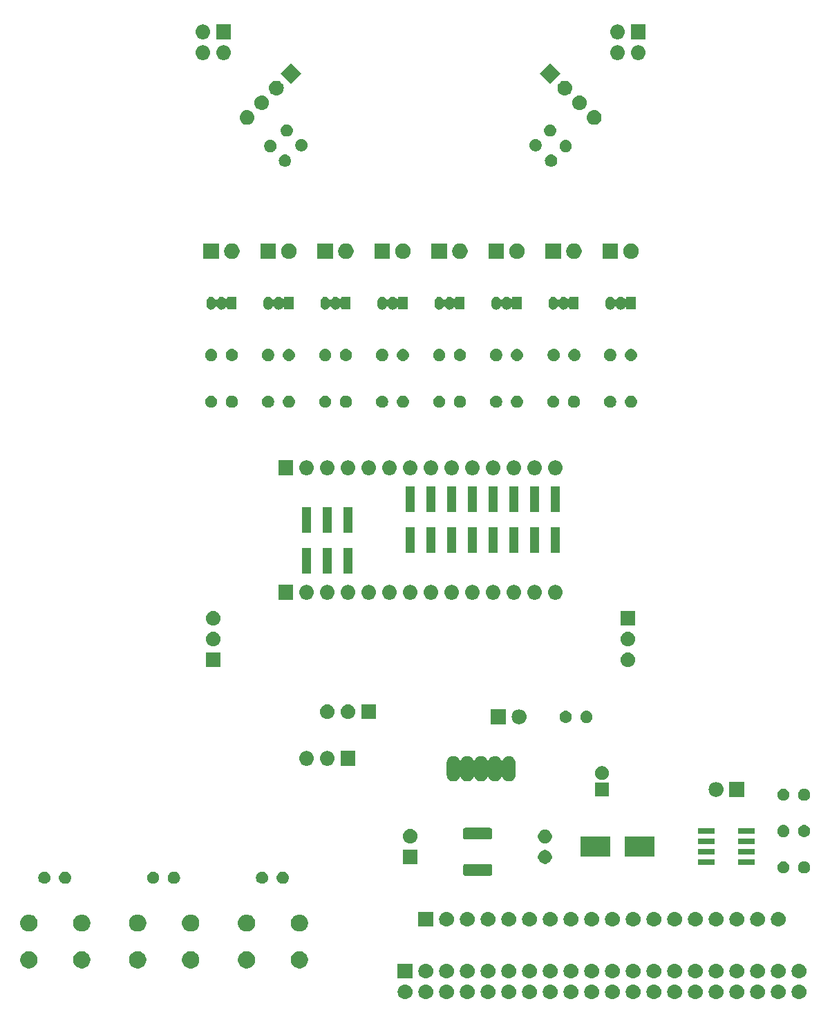
<source format=gts>
G04 #@! TF.GenerationSoftware,KiCad,Pcbnew,5.1.2*
G04 #@! TF.CreationDate,2019-06-14T00:31:34-07:00*
G04 #@! TF.ProjectId,tinyfpga-raspi-romi-board,74696e79-6670-4676-912d-72617370692d,rev?*
G04 #@! TF.SameCoordinates,Original*
G04 #@! TF.FileFunction,Soldermask,Top*
G04 #@! TF.FilePolarity,Negative*
%FSLAX46Y46*%
G04 Gerber Fmt 4.6, Leading zero omitted, Abs format (unit mm)*
G04 Created by KiCad (PCBNEW 5.1.2) date 2019-06-14 00:31:34*
%MOMM*%
%LPD*%
G04 APERTURE LIST*
%ADD10C,0.100000*%
G04 APERTURE END LIST*
D10*
G36*
X150605442Y-146425518D02*
G01*
X150671627Y-146432037D01*
X150841466Y-146483557D01*
X150997991Y-146567222D01*
X151033729Y-146596552D01*
X151135186Y-146679814D01*
X151218448Y-146781271D01*
X151247778Y-146817009D01*
X151331443Y-146973534D01*
X151382963Y-147143373D01*
X151400359Y-147320000D01*
X151382963Y-147496627D01*
X151331443Y-147666466D01*
X151247778Y-147822991D01*
X151218448Y-147858729D01*
X151135186Y-147960186D01*
X151033729Y-148043448D01*
X150997991Y-148072778D01*
X150841466Y-148156443D01*
X150671627Y-148207963D01*
X150605442Y-148214482D01*
X150539260Y-148221000D01*
X150450740Y-148221000D01*
X150384558Y-148214482D01*
X150318373Y-148207963D01*
X150148534Y-148156443D01*
X149992009Y-148072778D01*
X149956271Y-148043448D01*
X149854814Y-147960186D01*
X149771552Y-147858729D01*
X149742222Y-147822991D01*
X149658557Y-147666466D01*
X149607037Y-147496627D01*
X149589641Y-147320000D01*
X149607037Y-147143373D01*
X149658557Y-146973534D01*
X149742222Y-146817009D01*
X149771552Y-146781271D01*
X149854814Y-146679814D01*
X149956271Y-146596552D01*
X149992009Y-146567222D01*
X150148534Y-146483557D01*
X150318373Y-146432037D01*
X150384558Y-146425518D01*
X150450740Y-146419000D01*
X150539260Y-146419000D01*
X150605442Y-146425518D01*
X150605442Y-146425518D01*
G37*
G36*
X125205442Y-146425518D02*
G01*
X125271627Y-146432037D01*
X125441466Y-146483557D01*
X125597991Y-146567222D01*
X125633729Y-146596552D01*
X125735186Y-146679814D01*
X125818448Y-146781271D01*
X125847778Y-146817009D01*
X125931443Y-146973534D01*
X125982963Y-147143373D01*
X126000359Y-147320000D01*
X125982963Y-147496627D01*
X125931443Y-147666466D01*
X125847778Y-147822991D01*
X125818448Y-147858729D01*
X125735186Y-147960186D01*
X125633729Y-148043448D01*
X125597991Y-148072778D01*
X125441466Y-148156443D01*
X125271627Y-148207963D01*
X125205442Y-148214482D01*
X125139260Y-148221000D01*
X125050740Y-148221000D01*
X124984558Y-148214482D01*
X124918373Y-148207963D01*
X124748534Y-148156443D01*
X124592009Y-148072778D01*
X124556271Y-148043448D01*
X124454814Y-147960186D01*
X124371552Y-147858729D01*
X124342222Y-147822991D01*
X124258557Y-147666466D01*
X124207037Y-147496627D01*
X124189641Y-147320000D01*
X124207037Y-147143373D01*
X124258557Y-146973534D01*
X124342222Y-146817009D01*
X124371552Y-146781271D01*
X124454814Y-146679814D01*
X124556271Y-146596552D01*
X124592009Y-146567222D01*
X124748534Y-146483557D01*
X124918373Y-146432037D01*
X124984558Y-146425518D01*
X125050740Y-146419000D01*
X125139260Y-146419000D01*
X125205442Y-146425518D01*
X125205442Y-146425518D01*
G37*
G36*
X102345442Y-146425518D02*
G01*
X102411627Y-146432037D01*
X102581466Y-146483557D01*
X102737991Y-146567222D01*
X102773729Y-146596552D01*
X102875186Y-146679814D01*
X102958448Y-146781271D01*
X102987778Y-146817009D01*
X103071443Y-146973534D01*
X103122963Y-147143373D01*
X103140359Y-147320000D01*
X103122963Y-147496627D01*
X103071443Y-147666466D01*
X102987778Y-147822991D01*
X102958448Y-147858729D01*
X102875186Y-147960186D01*
X102773729Y-148043448D01*
X102737991Y-148072778D01*
X102581466Y-148156443D01*
X102411627Y-148207963D01*
X102345442Y-148214482D01*
X102279260Y-148221000D01*
X102190740Y-148221000D01*
X102124558Y-148214482D01*
X102058373Y-148207963D01*
X101888534Y-148156443D01*
X101732009Y-148072778D01*
X101696271Y-148043448D01*
X101594814Y-147960186D01*
X101511552Y-147858729D01*
X101482222Y-147822991D01*
X101398557Y-147666466D01*
X101347037Y-147496627D01*
X101329641Y-147320000D01*
X101347037Y-147143373D01*
X101398557Y-146973534D01*
X101482222Y-146817009D01*
X101511552Y-146781271D01*
X101594814Y-146679814D01*
X101696271Y-146596552D01*
X101732009Y-146567222D01*
X101888534Y-146483557D01*
X102058373Y-146432037D01*
X102124558Y-146425518D01*
X102190740Y-146419000D01*
X102279260Y-146419000D01*
X102345442Y-146425518D01*
X102345442Y-146425518D01*
G37*
G36*
X104885442Y-146425518D02*
G01*
X104951627Y-146432037D01*
X105121466Y-146483557D01*
X105277991Y-146567222D01*
X105313729Y-146596552D01*
X105415186Y-146679814D01*
X105498448Y-146781271D01*
X105527778Y-146817009D01*
X105611443Y-146973534D01*
X105662963Y-147143373D01*
X105680359Y-147320000D01*
X105662963Y-147496627D01*
X105611443Y-147666466D01*
X105527778Y-147822991D01*
X105498448Y-147858729D01*
X105415186Y-147960186D01*
X105313729Y-148043448D01*
X105277991Y-148072778D01*
X105121466Y-148156443D01*
X104951627Y-148207963D01*
X104885442Y-148214482D01*
X104819260Y-148221000D01*
X104730740Y-148221000D01*
X104664558Y-148214482D01*
X104598373Y-148207963D01*
X104428534Y-148156443D01*
X104272009Y-148072778D01*
X104236271Y-148043448D01*
X104134814Y-147960186D01*
X104051552Y-147858729D01*
X104022222Y-147822991D01*
X103938557Y-147666466D01*
X103887037Y-147496627D01*
X103869641Y-147320000D01*
X103887037Y-147143373D01*
X103938557Y-146973534D01*
X104022222Y-146817009D01*
X104051552Y-146781271D01*
X104134814Y-146679814D01*
X104236271Y-146596552D01*
X104272009Y-146567222D01*
X104428534Y-146483557D01*
X104598373Y-146432037D01*
X104664558Y-146425518D01*
X104730740Y-146419000D01*
X104819260Y-146419000D01*
X104885442Y-146425518D01*
X104885442Y-146425518D01*
G37*
G36*
X107425442Y-146425518D02*
G01*
X107491627Y-146432037D01*
X107661466Y-146483557D01*
X107817991Y-146567222D01*
X107853729Y-146596552D01*
X107955186Y-146679814D01*
X108038448Y-146781271D01*
X108067778Y-146817009D01*
X108151443Y-146973534D01*
X108202963Y-147143373D01*
X108220359Y-147320000D01*
X108202963Y-147496627D01*
X108151443Y-147666466D01*
X108067778Y-147822991D01*
X108038448Y-147858729D01*
X107955186Y-147960186D01*
X107853729Y-148043448D01*
X107817991Y-148072778D01*
X107661466Y-148156443D01*
X107491627Y-148207963D01*
X107425442Y-148214482D01*
X107359260Y-148221000D01*
X107270740Y-148221000D01*
X107204558Y-148214482D01*
X107138373Y-148207963D01*
X106968534Y-148156443D01*
X106812009Y-148072778D01*
X106776271Y-148043448D01*
X106674814Y-147960186D01*
X106591552Y-147858729D01*
X106562222Y-147822991D01*
X106478557Y-147666466D01*
X106427037Y-147496627D01*
X106409641Y-147320000D01*
X106427037Y-147143373D01*
X106478557Y-146973534D01*
X106562222Y-146817009D01*
X106591552Y-146781271D01*
X106674814Y-146679814D01*
X106776271Y-146596552D01*
X106812009Y-146567222D01*
X106968534Y-146483557D01*
X107138373Y-146432037D01*
X107204558Y-146425518D01*
X107270740Y-146419000D01*
X107359260Y-146419000D01*
X107425442Y-146425518D01*
X107425442Y-146425518D01*
G37*
G36*
X109965442Y-146425518D02*
G01*
X110031627Y-146432037D01*
X110201466Y-146483557D01*
X110357991Y-146567222D01*
X110393729Y-146596552D01*
X110495186Y-146679814D01*
X110578448Y-146781271D01*
X110607778Y-146817009D01*
X110691443Y-146973534D01*
X110742963Y-147143373D01*
X110760359Y-147320000D01*
X110742963Y-147496627D01*
X110691443Y-147666466D01*
X110607778Y-147822991D01*
X110578448Y-147858729D01*
X110495186Y-147960186D01*
X110393729Y-148043448D01*
X110357991Y-148072778D01*
X110201466Y-148156443D01*
X110031627Y-148207963D01*
X109965442Y-148214482D01*
X109899260Y-148221000D01*
X109810740Y-148221000D01*
X109744558Y-148214482D01*
X109678373Y-148207963D01*
X109508534Y-148156443D01*
X109352009Y-148072778D01*
X109316271Y-148043448D01*
X109214814Y-147960186D01*
X109131552Y-147858729D01*
X109102222Y-147822991D01*
X109018557Y-147666466D01*
X108967037Y-147496627D01*
X108949641Y-147320000D01*
X108967037Y-147143373D01*
X109018557Y-146973534D01*
X109102222Y-146817009D01*
X109131552Y-146781271D01*
X109214814Y-146679814D01*
X109316271Y-146596552D01*
X109352009Y-146567222D01*
X109508534Y-146483557D01*
X109678373Y-146432037D01*
X109744558Y-146425518D01*
X109810740Y-146419000D01*
X109899260Y-146419000D01*
X109965442Y-146425518D01*
X109965442Y-146425518D01*
G37*
G36*
X112505442Y-146425518D02*
G01*
X112571627Y-146432037D01*
X112741466Y-146483557D01*
X112897991Y-146567222D01*
X112933729Y-146596552D01*
X113035186Y-146679814D01*
X113118448Y-146781271D01*
X113147778Y-146817009D01*
X113231443Y-146973534D01*
X113282963Y-147143373D01*
X113300359Y-147320000D01*
X113282963Y-147496627D01*
X113231443Y-147666466D01*
X113147778Y-147822991D01*
X113118448Y-147858729D01*
X113035186Y-147960186D01*
X112933729Y-148043448D01*
X112897991Y-148072778D01*
X112741466Y-148156443D01*
X112571627Y-148207963D01*
X112505442Y-148214482D01*
X112439260Y-148221000D01*
X112350740Y-148221000D01*
X112284558Y-148214482D01*
X112218373Y-148207963D01*
X112048534Y-148156443D01*
X111892009Y-148072778D01*
X111856271Y-148043448D01*
X111754814Y-147960186D01*
X111671552Y-147858729D01*
X111642222Y-147822991D01*
X111558557Y-147666466D01*
X111507037Y-147496627D01*
X111489641Y-147320000D01*
X111507037Y-147143373D01*
X111558557Y-146973534D01*
X111642222Y-146817009D01*
X111671552Y-146781271D01*
X111754814Y-146679814D01*
X111856271Y-146596552D01*
X111892009Y-146567222D01*
X112048534Y-146483557D01*
X112218373Y-146432037D01*
X112284558Y-146425518D01*
X112350740Y-146419000D01*
X112439260Y-146419000D01*
X112505442Y-146425518D01*
X112505442Y-146425518D01*
G37*
G36*
X115045442Y-146425518D02*
G01*
X115111627Y-146432037D01*
X115281466Y-146483557D01*
X115437991Y-146567222D01*
X115473729Y-146596552D01*
X115575186Y-146679814D01*
X115658448Y-146781271D01*
X115687778Y-146817009D01*
X115771443Y-146973534D01*
X115822963Y-147143373D01*
X115840359Y-147320000D01*
X115822963Y-147496627D01*
X115771443Y-147666466D01*
X115687778Y-147822991D01*
X115658448Y-147858729D01*
X115575186Y-147960186D01*
X115473729Y-148043448D01*
X115437991Y-148072778D01*
X115281466Y-148156443D01*
X115111627Y-148207963D01*
X115045442Y-148214482D01*
X114979260Y-148221000D01*
X114890740Y-148221000D01*
X114824558Y-148214482D01*
X114758373Y-148207963D01*
X114588534Y-148156443D01*
X114432009Y-148072778D01*
X114396271Y-148043448D01*
X114294814Y-147960186D01*
X114211552Y-147858729D01*
X114182222Y-147822991D01*
X114098557Y-147666466D01*
X114047037Y-147496627D01*
X114029641Y-147320000D01*
X114047037Y-147143373D01*
X114098557Y-146973534D01*
X114182222Y-146817009D01*
X114211552Y-146781271D01*
X114294814Y-146679814D01*
X114396271Y-146596552D01*
X114432009Y-146567222D01*
X114588534Y-146483557D01*
X114758373Y-146432037D01*
X114824558Y-146425518D01*
X114890740Y-146419000D01*
X114979260Y-146419000D01*
X115045442Y-146425518D01*
X115045442Y-146425518D01*
G37*
G36*
X117585442Y-146425518D02*
G01*
X117651627Y-146432037D01*
X117821466Y-146483557D01*
X117977991Y-146567222D01*
X118013729Y-146596552D01*
X118115186Y-146679814D01*
X118198448Y-146781271D01*
X118227778Y-146817009D01*
X118311443Y-146973534D01*
X118362963Y-147143373D01*
X118380359Y-147320000D01*
X118362963Y-147496627D01*
X118311443Y-147666466D01*
X118227778Y-147822991D01*
X118198448Y-147858729D01*
X118115186Y-147960186D01*
X118013729Y-148043448D01*
X117977991Y-148072778D01*
X117821466Y-148156443D01*
X117651627Y-148207963D01*
X117585442Y-148214482D01*
X117519260Y-148221000D01*
X117430740Y-148221000D01*
X117364558Y-148214482D01*
X117298373Y-148207963D01*
X117128534Y-148156443D01*
X116972009Y-148072778D01*
X116936271Y-148043448D01*
X116834814Y-147960186D01*
X116751552Y-147858729D01*
X116722222Y-147822991D01*
X116638557Y-147666466D01*
X116587037Y-147496627D01*
X116569641Y-147320000D01*
X116587037Y-147143373D01*
X116638557Y-146973534D01*
X116722222Y-146817009D01*
X116751552Y-146781271D01*
X116834814Y-146679814D01*
X116936271Y-146596552D01*
X116972009Y-146567222D01*
X117128534Y-146483557D01*
X117298373Y-146432037D01*
X117364558Y-146425518D01*
X117430740Y-146419000D01*
X117519260Y-146419000D01*
X117585442Y-146425518D01*
X117585442Y-146425518D01*
G37*
G36*
X120125442Y-146425518D02*
G01*
X120191627Y-146432037D01*
X120361466Y-146483557D01*
X120517991Y-146567222D01*
X120553729Y-146596552D01*
X120655186Y-146679814D01*
X120738448Y-146781271D01*
X120767778Y-146817009D01*
X120851443Y-146973534D01*
X120902963Y-147143373D01*
X120920359Y-147320000D01*
X120902963Y-147496627D01*
X120851443Y-147666466D01*
X120767778Y-147822991D01*
X120738448Y-147858729D01*
X120655186Y-147960186D01*
X120553729Y-148043448D01*
X120517991Y-148072778D01*
X120361466Y-148156443D01*
X120191627Y-148207963D01*
X120125442Y-148214482D01*
X120059260Y-148221000D01*
X119970740Y-148221000D01*
X119904558Y-148214482D01*
X119838373Y-148207963D01*
X119668534Y-148156443D01*
X119512009Y-148072778D01*
X119476271Y-148043448D01*
X119374814Y-147960186D01*
X119291552Y-147858729D01*
X119262222Y-147822991D01*
X119178557Y-147666466D01*
X119127037Y-147496627D01*
X119109641Y-147320000D01*
X119127037Y-147143373D01*
X119178557Y-146973534D01*
X119262222Y-146817009D01*
X119291552Y-146781271D01*
X119374814Y-146679814D01*
X119476271Y-146596552D01*
X119512009Y-146567222D01*
X119668534Y-146483557D01*
X119838373Y-146432037D01*
X119904558Y-146425518D01*
X119970740Y-146419000D01*
X120059260Y-146419000D01*
X120125442Y-146425518D01*
X120125442Y-146425518D01*
G37*
G36*
X122665442Y-146425518D02*
G01*
X122731627Y-146432037D01*
X122901466Y-146483557D01*
X123057991Y-146567222D01*
X123093729Y-146596552D01*
X123195186Y-146679814D01*
X123278448Y-146781271D01*
X123307778Y-146817009D01*
X123391443Y-146973534D01*
X123442963Y-147143373D01*
X123460359Y-147320000D01*
X123442963Y-147496627D01*
X123391443Y-147666466D01*
X123307778Y-147822991D01*
X123278448Y-147858729D01*
X123195186Y-147960186D01*
X123093729Y-148043448D01*
X123057991Y-148072778D01*
X122901466Y-148156443D01*
X122731627Y-148207963D01*
X122665442Y-148214482D01*
X122599260Y-148221000D01*
X122510740Y-148221000D01*
X122444558Y-148214482D01*
X122378373Y-148207963D01*
X122208534Y-148156443D01*
X122052009Y-148072778D01*
X122016271Y-148043448D01*
X121914814Y-147960186D01*
X121831552Y-147858729D01*
X121802222Y-147822991D01*
X121718557Y-147666466D01*
X121667037Y-147496627D01*
X121649641Y-147320000D01*
X121667037Y-147143373D01*
X121718557Y-146973534D01*
X121802222Y-146817009D01*
X121831552Y-146781271D01*
X121914814Y-146679814D01*
X122016271Y-146596552D01*
X122052009Y-146567222D01*
X122208534Y-146483557D01*
X122378373Y-146432037D01*
X122444558Y-146425518D01*
X122510740Y-146419000D01*
X122599260Y-146419000D01*
X122665442Y-146425518D01*
X122665442Y-146425518D01*
G37*
G36*
X130285442Y-146425518D02*
G01*
X130351627Y-146432037D01*
X130521466Y-146483557D01*
X130677991Y-146567222D01*
X130713729Y-146596552D01*
X130815186Y-146679814D01*
X130898448Y-146781271D01*
X130927778Y-146817009D01*
X131011443Y-146973534D01*
X131062963Y-147143373D01*
X131080359Y-147320000D01*
X131062963Y-147496627D01*
X131011443Y-147666466D01*
X130927778Y-147822991D01*
X130898448Y-147858729D01*
X130815186Y-147960186D01*
X130713729Y-148043448D01*
X130677991Y-148072778D01*
X130521466Y-148156443D01*
X130351627Y-148207963D01*
X130285442Y-148214482D01*
X130219260Y-148221000D01*
X130130740Y-148221000D01*
X130064558Y-148214482D01*
X129998373Y-148207963D01*
X129828534Y-148156443D01*
X129672009Y-148072778D01*
X129636271Y-148043448D01*
X129534814Y-147960186D01*
X129451552Y-147858729D01*
X129422222Y-147822991D01*
X129338557Y-147666466D01*
X129287037Y-147496627D01*
X129269641Y-147320000D01*
X129287037Y-147143373D01*
X129338557Y-146973534D01*
X129422222Y-146817009D01*
X129451552Y-146781271D01*
X129534814Y-146679814D01*
X129636271Y-146596552D01*
X129672009Y-146567222D01*
X129828534Y-146483557D01*
X129998373Y-146432037D01*
X130064558Y-146425518D01*
X130130740Y-146419000D01*
X130219260Y-146419000D01*
X130285442Y-146425518D01*
X130285442Y-146425518D01*
G37*
G36*
X132825442Y-146425518D02*
G01*
X132891627Y-146432037D01*
X133061466Y-146483557D01*
X133217991Y-146567222D01*
X133253729Y-146596552D01*
X133355186Y-146679814D01*
X133438448Y-146781271D01*
X133467778Y-146817009D01*
X133551443Y-146973534D01*
X133602963Y-147143373D01*
X133620359Y-147320000D01*
X133602963Y-147496627D01*
X133551443Y-147666466D01*
X133467778Y-147822991D01*
X133438448Y-147858729D01*
X133355186Y-147960186D01*
X133253729Y-148043448D01*
X133217991Y-148072778D01*
X133061466Y-148156443D01*
X132891627Y-148207963D01*
X132825442Y-148214482D01*
X132759260Y-148221000D01*
X132670740Y-148221000D01*
X132604558Y-148214482D01*
X132538373Y-148207963D01*
X132368534Y-148156443D01*
X132212009Y-148072778D01*
X132176271Y-148043448D01*
X132074814Y-147960186D01*
X131991552Y-147858729D01*
X131962222Y-147822991D01*
X131878557Y-147666466D01*
X131827037Y-147496627D01*
X131809641Y-147320000D01*
X131827037Y-147143373D01*
X131878557Y-146973534D01*
X131962222Y-146817009D01*
X131991552Y-146781271D01*
X132074814Y-146679814D01*
X132176271Y-146596552D01*
X132212009Y-146567222D01*
X132368534Y-146483557D01*
X132538373Y-146432037D01*
X132604558Y-146425518D01*
X132670740Y-146419000D01*
X132759260Y-146419000D01*
X132825442Y-146425518D01*
X132825442Y-146425518D01*
G37*
G36*
X135365442Y-146425518D02*
G01*
X135431627Y-146432037D01*
X135601466Y-146483557D01*
X135757991Y-146567222D01*
X135793729Y-146596552D01*
X135895186Y-146679814D01*
X135978448Y-146781271D01*
X136007778Y-146817009D01*
X136091443Y-146973534D01*
X136142963Y-147143373D01*
X136160359Y-147320000D01*
X136142963Y-147496627D01*
X136091443Y-147666466D01*
X136007778Y-147822991D01*
X135978448Y-147858729D01*
X135895186Y-147960186D01*
X135793729Y-148043448D01*
X135757991Y-148072778D01*
X135601466Y-148156443D01*
X135431627Y-148207963D01*
X135365442Y-148214482D01*
X135299260Y-148221000D01*
X135210740Y-148221000D01*
X135144558Y-148214482D01*
X135078373Y-148207963D01*
X134908534Y-148156443D01*
X134752009Y-148072778D01*
X134716271Y-148043448D01*
X134614814Y-147960186D01*
X134531552Y-147858729D01*
X134502222Y-147822991D01*
X134418557Y-147666466D01*
X134367037Y-147496627D01*
X134349641Y-147320000D01*
X134367037Y-147143373D01*
X134418557Y-146973534D01*
X134502222Y-146817009D01*
X134531552Y-146781271D01*
X134614814Y-146679814D01*
X134716271Y-146596552D01*
X134752009Y-146567222D01*
X134908534Y-146483557D01*
X135078373Y-146432037D01*
X135144558Y-146425518D01*
X135210740Y-146419000D01*
X135299260Y-146419000D01*
X135365442Y-146425518D01*
X135365442Y-146425518D01*
G37*
G36*
X137905442Y-146425518D02*
G01*
X137971627Y-146432037D01*
X138141466Y-146483557D01*
X138297991Y-146567222D01*
X138333729Y-146596552D01*
X138435186Y-146679814D01*
X138518448Y-146781271D01*
X138547778Y-146817009D01*
X138631443Y-146973534D01*
X138682963Y-147143373D01*
X138700359Y-147320000D01*
X138682963Y-147496627D01*
X138631443Y-147666466D01*
X138547778Y-147822991D01*
X138518448Y-147858729D01*
X138435186Y-147960186D01*
X138333729Y-148043448D01*
X138297991Y-148072778D01*
X138141466Y-148156443D01*
X137971627Y-148207963D01*
X137905442Y-148214482D01*
X137839260Y-148221000D01*
X137750740Y-148221000D01*
X137684558Y-148214482D01*
X137618373Y-148207963D01*
X137448534Y-148156443D01*
X137292009Y-148072778D01*
X137256271Y-148043448D01*
X137154814Y-147960186D01*
X137071552Y-147858729D01*
X137042222Y-147822991D01*
X136958557Y-147666466D01*
X136907037Y-147496627D01*
X136889641Y-147320000D01*
X136907037Y-147143373D01*
X136958557Y-146973534D01*
X137042222Y-146817009D01*
X137071552Y-146781271D01*
X137154814Y-146679814D01*
X137256271Y-146596552D01*
X137292009Y-146567222D01*
X137448534Y-146483557D01*
X137618373Y-146432037D01*
X137684558Y-146425518D01*
X137750740Y-146419000D01*
X137839260Y-146419000D01*
X137905442Y-146425518D01*
X137905442Y-146425518D01*
G37*
G36*
X140445442Y-146425518D02*
G01*
X140511627Y-146432037D01*
X140681466Y-146483557D01*
X140837991Y-146567222D01*
X140873729Y-146596552D01*
X140975186Y-146679814D01*
X141058448Y-146781271D01*
X141087778Y-146817009D01*
X141171443Y-146973534D01*
X141222963Y-147143373D01*
X141240359Y-147320000D01*
X141222963Y-147496627D01*
X141171443Y-147666466D01*
X141087778Y-147822991D01*
X141058448Y-147858729D01*
X140975186Y-147960186D01*
X140873729Y-148043448D01*
X140837991Y-148072778D01*
X140681466Y-148156443D01*
X140511627Y-148207963D01*
X140445442Y-148214482D01*
X140379260Y-148221000D01*
X140290740Y-148221000D01*
X140224558Y-148214482D01*
X140158373Y-148207963D01*
X139988534Y-148156443D01*
X139832009Y-148072778D01*
X139796271Y-148043448D01*
X139694814Y-147960186D01*
X139611552Y-147858729D01*
X139582222Y-147822991D01*
X139498557Y-147666466D01*
X139447037Y-147496627D01*
X139429641Y-147320000D01*
X139447037Y-147143373D01*
X139498557Y-146973534D01*
X139582222Y-146817009D01*
X139611552Y-146781271D01*
X139694814Y-146679814D01*
X139796271Y-146596552D01*
X139832009Y-146567222D01*
X139988534Y-146483557D01*
X140158373Y-146432037D01*
X140224558Y-146425518D01*
X140290740Y-146419000D01*
X140379260Y-146419000D01*
X140445442Y-146425518D01*
X140445442Y-146425518D01*
G37*
G36*
X142985442Y-146425518D02*
G01*
X143051627Y-146432037D01*
X143221466Y-146483557D01*
X143377991Y-146567222D01*
X143413729Y-146596552D01*
X143515186Y-146679814D01*
X143598448Y-146781271D01*
X143627778Y-146817009D01*
X143711443Y-146973534D01*
X143762963Y-147143373D01*
X143780359Y-147320000D01*
X143762963Y-147496627D01*
X143711443Y-147666466D01*
X143627778Y-147822991D01*
X143598448Y-147858729D01*
X143515186Y-147960186D01*
X143413729Y-148043448D01*
X143377991Y-148072778D01*
X143221466Y-148156443D01*
X143051627Y-148207963D01*
X142985442Y-148214482D01*
X142919260Y-148221000D01*
X142830740Y-148221000D01*
X142764558Y-148214482D01*
X142698373Y-148207963D01*
X142528534Y-148156443D01*
X142372009Y-148072778D01*
X142336271Y-148043448D01*
X142234814Y-147960186D01*
X142151552Y-147858729D01*
X142122222Y-147822991D01*
X142038557Y-147666466D01*
X141987037Y-147496627D01*
X141969641Y-147320000D01*
X141987037Y-147143373D01*
X142038557Y-146973534D01*
X142122222Y-146817009D01*
X142151552Y-146781271D01*
X142234814Y-146679814D01*
X142336271Y-146596552D01*
X142372009Y-146567222D01*
X142528534Y-146483557D01*
X142698373Y-146432037D01*
X142764558Y-146425518D01*
X142830740Y-146419000D01*
X142919260Y-146419000D01*
X142985442Y-146425518D01*
X142985442Y-146425518D01*
G37*
G36*
X145525442Y-146425518D02*
G01*
X145591627Y-146432037D01*
X145761466Y-146483557D01*
X145917991Y-146567222D01*
X145953729Y-146596552D01*
X146055186Y-146679814D01*
X146138448Y-146781271D01*
X146167778Y-146817009D01*
X146251443Y-146973534D01*
X146302963Y-147143373D01*
X146320359Y-147320000D01*
X146302963Y-147496627D01*
X146251443Y-147666466D01*
X146167778Y-147822991D01*
X146138448Y-147858729D01*
X146055186Y-147960186D01*
X145953729Y-148043448D01*
X145917991Y-148072778D01*
X145761466Y-148156443D01*
X145591627Y-148207963D01*
X145525442Y-148214482D01*
X145459260Y-148221000D01*
X145370740Y-148221000D01*
X145304558Y-148214482D01*
X145238373Y-148207963D01*
X145068534Y-148156443D01*
X144912009Y-148072778D01*
X144876271Y-148043448D01*
X144774814Y-147960186D01*
X144691552Y-147858729D01*
X144662222Y-147822991D01*
X144578557Y-147666466D01*
X144527037Y-147496627D01*
X144509641Y-147320000D01*
X144527037Y-147143373D01*
X144578557Y-146973534D01*
X144662222Y-146817009D01*
X144691552Y-146781271D01*
X144774814Y-146679814D01*
X144876271Y-146596552D01*
X144912009Y-146567222D01*
X145068534Y-146483557D01*
X145238373Y-146432037D01*
X145304558Y-146425518D01*
X145370740Y-146419000D01*
X145459260Y-146419000D01*
X145525442Y-146425518D01*
X145525442Y-146425518D01*
G37*
G36*
X148065442Y-146425518D02*
G01*
X148131627Y-146432037D01*
X148301466Y-146483557D01*
X148457991Y-146567222D01*
X148493729Y-146596552D01*
X148595186Y-146679814D01*
X148678448Y-146781271D01*
X148707778Y-146817009D01*
X148791443Y-146973534D01*
X148842963Y-147143373D01*
X148860359Y-147320000D01*
X148842963Y-147496627D01*
X148791443Y-147666466D01*
X148707778Y-147822991D01*
X148678448Y-147858729D01*
X148595186Y-147960186D01*
X148493729Y-148043448D01*
X148457991Y-148072778D01*
X148301466Y-148156443D01*
X148131627Y-148207963D01*
X148065442Y-148214482D01*
X147999260Y-148221000D01*
X147910740Y-148221000D01*
X147844558Y-148214482D01*
X147778373Y-148207963D01*
X147608534Y-148156443D01*
X147452009Y-148072778D01*
X147416271Y-148043448D01*
X147314814Y-147960186D01*
X147231552Y-147858729D01*
X147202222Y-147822991D01*
X147118557Y-147666466D01*
X147067037Y-147496627D01*
X147049641Y-147320000D01*
X147067037Y-147143373D01*
X147118557Y-146973534D01*
X147202222Y-146817009D01*
X147231552Y-146781271D01*
X147314814Y-146679814D01*
X147416271Y-146596552D01*
X147452009Y-146567222D01*
X147608534Y-146483557D01*
X147778373Y-146432037D01*
X147844558Y-146425518D01*
X147910740Y-146419000D01*
X147999260Y-146419000D01*
X148065442Y-146425518D01*
X148065442Y-146425518D01*
G37*
G36*
X127745442Y-146425518D02*
G01*
X127811627Y-146432037D01*
X127981466Y-146483557D01*
X128137991Y-146567222D01*
X128173729Y-146596552D01*
X128275186Y-146679814D01*
X128358448Y-146781271D01*
X128387778Y-146817009D01*
X128471443Y-146973534D01*
X128522963Y-147143373D01*
X128540359Y-147320000D01*
X128522963Y-147496627D01*
X128471443Y-147666466D01*
X128387778Y-147822991D01*
X128358448Y-147858729D01*
X128275186Y-147960186D01*
X128173729Y-148043448D01*
X128137991Y-148072778D01*
X127981466Y-148156443D01*
X127811627Y-148207963D01*
X127745442Y-148214482D01*
X127679260Y-148221000D01*
X127590740Y-148221000D01*
X127524558Y-148214482D01*
X127458373Y-148207963D01*
X127288534Y-148156443D01*
X127132009Y-148072778D01*
X127096271Y-148043448D01*
X126994814Y-147960186D01*
X126911552Y-147858729D01*
X126882222Y-147822991D01*
X126798557Y-147666466D01*
X126747037Y-147496627D01*
X126729641Y-147320000D01*
X126747037Y-147143373D01*
X126798557Y-146973534D01*
X126882222Y-146817009D01*
X126911552Y-146781271D01*
X126994814Y-146679814D01*
X127096271Y-146596552D01*
X127132009Y-146567222D01*
X127288534Y-146483557D01*
X127458373Y-146432037D01*
X127524558Y-146425518D01*
X127590740Y-146419000D01*
X127679260Y-146419000D01*
X127745442Y-146425518D01*
X127745442Y-146425518D01*
G37*
G36*
X130285443Y-143885519D02*
G01*
X130351627Y-143892037D01*
X130521466Y-143943557D01*
X130677991Y-144027222D01*
X130713729Y-144056552D01*
X130815186Y-144139814D01*
X130898448Y-144241271D01*
X130927778Y-144277009D01*
X131011443Y-144433534D01*
X131062963Y-144603373D01*
X131080359Y-144780000D01*
X131062963Y-144956627D01*
X131011443Y-145126466D01*
X130927778Y-145282991D01*
X130898448Y-145318729D01*
X130815186Y-145420186D01*
X130713729Y-145503448D01*
X130677991Y-145532778D01*
X130521466Y-145616443D01*
X130351627Y-145667963D01*
X130285443Y-145674481D01*
X130219260Y-145681000D01*
X130130740Y-145681000D01*
X130064557Y-145674481D01*
X129998373Y-145667963D01*
X129828534Y-145616443D01*
X129672009Y-145532778D01*
X129636271Y-145503448D01*
X129534814Y-145420186D01*
X129451552Y-145318729D01*
X129422222Y-145282991D01*
X129338557Y-145126466D01*
X129287037Y-144956627D01*
X129269641Y-144780000D01*
X129287037Y-144603373D01*
X129338557Y-144433534D01*
X129422222Y-144277009D01*
X129451552Y-144241271D01*
X129534814Y-144139814D01*
X129636271Y-144056552D01*
X129672009Y-144027222D01*
X129828534Y-143943557D01*
X129998373Y-143892037D01*
X130064557Y-143885519D01*
X130130740Y-143879000D01*
X130219260Y-143879000D01*
X130285443Y-143885519D01*
X130285443Y-143885519D01*
G37*
G36*
X127745443Y-143885519D02*
G01*
X127811627Y-143892037D01*
X127981466Y-143943557D01*
X128137991Y-144027222D01*
X128173729Y-144056552D01*
X128275186Y-144139814D01*
X128358448Y-144241271D01*
X128387778Y-144277009D01*
X128471443Y-144433534D01*
X128522963Y-144603373D01*
X128540359Y-144780000D01*
X128522963Y-144956627D01*
X128471443Y-145126466D01*
X128387778Y-145282991D01*
X128358448Y-145318729D01*
X128275186Y-145420186D01*
X128173729Y-145503448D01*
X128137991Y-145532778D01*
X127981466Y-145616443D01*
X127811627Y-145667963D01*
X127745443Y-145674481D01*
X127679260Y-145681000D01*
X127590740Y-145681000D01*
X127524557Y-145674481D01*
X127458373Y-145667963D01*
X127288534Y-145616443D01*
X127132009Y-145532778D01*
X127096271Y-145503448D01*
X126994814Y-145420186D01*
X126911552Y-145318729D01*
X126882222Y-145282991D01*
X126798557Y-145126466D01*
X126747037Y-144956627D01*
X126729641Y-144780000D01*
X126747037Y-144603373D01*
X126798557Y-144433534D01*
X126882222Y-144277009D01*
X126911552Y-144241271D01*
X126994814Y-144139814D01*
X127096271Y-144056552D01*
X127132009Y-144027222D01*
X127288534Y-143943557D01*
X127458373Y-143892037D01*
X127524557Y-143885519D01*
X127590740Y-143879000D01*
X127679260Y-143879000D01*
X127745443Y-143885519D01*
X127745443Y-143885519D01*
G37*
G36*
X112505443Y-143885519D02*
G01*
X112571627Y-143892037D01*
X112741466Y-143943557D01*
X112897991Y-144027222D01*
X112933729Y-144056552D01*
X113035186Y-144139814D01*
X113118448Y-144241271D01*
X113147778Y-144277009D01*
X113231443Y-144433534D01*
X113282963Y-144603373D01*
X113300359Y-144780000D01*
X113282963Y-144956627D01*
X113231443Y-145126466D01*
X113147778Y-145282991D01*
X113118448Y-145318729D01*
X113035186Y-145420186D01*
X112933729Y-145503448D01*
X112897991Y-145532778D01*
X112741466Y-145616443D01*
X112571627Y-145667963D01*
X112505443Y-145674481D01*
X112439260Y-145681000D01*
X112350740Y-145681000D01*
X112284557Y-145674481D01*
X112218373Y-145667963D01*
X112048534Y-145616443D01*
X111892009Y-145532778D01*
X111856271Y-145503448D01*
X111754814Y-145420186D01*
X111671552Y-145318729D01*
X111642222Y-145282991D01*
X111558557Y-145126466D01*
X111507037Y-144956627D01*
X111489641Y-144780000D01*
X111507037Y-144603373D01*
X111558557Y-144433534D01*
X111642222Y-144277009D01*
X111671552Y-144241271D01*
X111754814Y-144139814D01*
X111856271Y-144056552D01*
X111892009Y-144027222D01*
X112048534Y-143943557D01*
X112218373Y-143892037D01*
X112284557Y-143885519D01*
X112350740Y-143879000D01*
X112439260Y-143879000D01*
X112505443Y-143885519D01*
X112505443Y-143885519D01*
G37*
G36*
X125205443Y-143885519D02*
G01*
X125271627Y-143892037D01*
X125441466Y-143943557D01*
X125597991Y-144027222D01*
X125633729Y-144056552D01*
X125735186Y-144139814D01*
X125818448Y-144241271D01*
X125847778Y-144277009D01*
X125931443Y-144433534D01*
X125982963Y-144603373D01*
X126000359Y-144780000D01*
X125982963Y-144956627D01*
X125931443Y-145126466D01*
X125847778Y-145282991D01*
X125818448Y-145318729D01*
X125735186Y-145420186D01*
X125633729Y-145503448D01*
X125597991Y-145532778D01*
X125441466Y-145616443D01*
X125271627Y-145667963D01*
X125205443Y-145674481D01*
X125139260Y-145681000D01*
X125050740Y-145681000D01*
X124984557Y-145674481D01*
X124918373Y-145667963D01*
X124748534Y-145616443D01*
X124592009Y-145532778D01*
X124556271Y-145503448D01*
X124454814Y-145420186D01*
X124371552Y-145318729D01*
X124342222Y-145282991D01*
X124258557Y-145126466D01*
X124207037Y-144956627D01*
X124189641Y-144780000D01*
X124207037Y-144603373D01*
X124258557Y-144433534D01*
X124342222Y-144277009D01*
X124371552Y-144241271D01*
X124454814Y-144139814D01*
X124556271Y-144056552D01*
X124592009Y-144027222D01*
X124748534Y-143943557D01*
X124918373Y-143892037D01*
X124984557Y-143885519D01*
X125050740Y-143879000D01*
X125139260Y-143879000D01*
X125205443Y-143885519D01*
X125205443Y-143885519D01*
G37*
G36*
X122665443Y-143885519D02*
G01*
X122731627Y-143892037D01*
X122901466Y-143943557D01*
X123057991Y-144027222D01*
X123093729Y-144056552D01*
X123195186Y-144139814D01*
X123278448Y-144241271D01*
X123307778Y-144277009D01*
X123391443Y-144433534D01*
X123442963Y-144603373D01*
X123460359Y-144780000D01*
X123442963Y-144956627D01*
X123391443Y-145126466D01*
X123307778Y-145282991D01*
X123278448Y-145318729D01*
X123195186Y-145420186D01*
X123093729Y-145503448D01*
X123057991Y-145532778D01*
X122901466Y-145616443D01*
X122731627Y-145667963D01*
X122665443Y-145674481D01*
X122599260Y-145681000D01*
X122510740Y-145681000D01*
X122444557Y-145674481D01*
X122378373Y-145667963D01*
X122208534Y-145616443D01*
X122052009Y-145532778D01*
X122016271Y-145503448D01*
X121914814Y-145420186D01*
X121831552Y-145318729D01*
X121802222Y-145282991D01*
X121718557Y-145126466D01*
X121667037Y-144956627D01*
X121649641Y-144780000D01*
X121667037Y-144603373D01*
X121718557Y-144433534D01*
X121802222Y-144277009D01*
X121831552Y-144241271D01*
X121914814Y-144139814D01*
X122016271Y-144056552D01*
X122052009Y-144027222D01*
X122208534Y-143943557D01*
X122378373Y-143892037D01*
X122444557Y-143885519D01*
X122510740Y-143879000D01*
X122599260Y-143879000D01*
X122665443Y-143885519D01*
X122665443Y-143885519D01*
G37*
G36*
X120125443Y-143885519D02*
G01*
X120191627Y-143892037D01*
X120361466Y-143943557D01*
X120517991Y-144027222D01*
X120553729Y-144056552D01*
X120655186Y-144139814D01*
X120738448Y-144241271D01*
X120767778Y-144277009D01*
X120851443Y-144433534D01*
X120902963Y-144603373D01*
X120920359Y-144780000D01*
X120902963Y-144956627D01*
X120851443Y-145126466D01*
X120767778Y-145282991D01*
X120738448Y-145318729D01*
X120655186Y-145420186D01*
X120553729Y-145503448D01*
X120517991Y-145532778D01*
X120361466Y-145616443D01*
X120191627Y-145667963D01*
X120125443Y-145674481D01*
X120059260Y-145681000D01*
X119970740Y-145681000D01*
X119904557Y-145674481D01*
X119838373Y-145667963D01*
X119668534Y-145616443D01*
X119512009Y-145532778D01*
X119476271Y-145503448D01*
X119374814Y-145420186D01*
X119291552Y-145318729D01*
X119262222Y-145282991D01*
X119178557Y-145126466D01*
X119127037Y-144956627D01*
X119109641Y-144780000D01*
X119127037Y-144603373D01*
X119178557Y-144433534D01*
X119262222Y-144277009D01*
X119291552Y-144241271D01*
X119374814Y-144139814D01*
X119476271Y-144056552D01*
X119512009Y-144027222D01*
X119668534Y-143943557D01*
X119838373Y-143892037D01*
X119904557Y-143885519D01*
X119970740Y-143879000D01*
X120059260Y-143879000D01*
X120125443Y-143885519D01*
X120125443Y-143885519D01*
G37*
G36*
X117585443Y-143885519D02*
G01*
X117651627Y-143892037D01*
X117821466Y-143943557D01*
X117977991Y-144027222D01*
X118013729Y-144056552D01*
X118115186Y-144139814D01*
X118198448Y-144241271D01*
X118227778Y-144277009D01*
X118311443Y-144433534D01*
X118362963Y-144603373D01*
X118380359Y-144780000D01*
X118362963Y-144956627D01*
X118311443Y-145126466D01*
X118227778Y-145282991D01*
X118198448Y-145318729D01*
X118115186Y-145420186D01*
X118013729Y-145503448D01*
X117977991Y-145532778D01*
X117821466Y-145616443D01*
X117651627Y-145667963D01*
X117585443Y-145674481D01*
X117519260Y-145681000D01*
X117430740Y-145681000D01*
X117364557Y-145674481D01*
X117298373Y-145667963D01*
X117128534Y-145616443D01*
X116972009Y-145532778D01*
X116936271Y-145503448D01*
X116834814Y-145420186D01*
X116751552Y-145318729D01*
X116722222Y-145282991D01*
X116638557Y-145126466D01*
X116587037Y-144956627D01*
X116569641Y-144780000D01*
X116587037Y-144603373D01*
X116638557Y-144433534D01*
X116722222Y-144277009D01*
X116751552Y-144241271D01*
X116834814Y-144139814D01*
X116936271Y-144056552D01*
X116972009Y-144027222D01*
X117128534Y-143943557D01*
X117298373Y-143892037D01*
X117364557Y-143885519D01*
X117430740Y-143879000D01*
X117519260Y-143879000D01*
X117585443Y-143885519D01*
X117585443Y-143885519D01*
G37*
G36*
X148065443Y-143885519D02*
G01*
X148131627Y-143892037D01*
X148301466Y-143943557D01*
X148457991Y-144027222D01*
X148493729Y-144056552D01*
X148595186Y-144139814D01*
X148678448Y-144241271D01*
X148707778Y-144277009D01*
X148791443Y-144433534D01*
X148842963Y-144603373D01*
X148860359Y-144780000D01*
X148842963Y-144956627D01*
X148791443Y-145126466D01*
X148707778Y-145282991D01*
X148678448Y-145318729D01*
X148595186Y-145420186D01*
X148493729Y-145503448D01*
X148457991Y-145532778D01*
X148301466Y-145616443D01*
X148131627Y-145667963D01*
X148065443Y-145674481D01*
X147999260Y-145681000D01*
X147910740Y-145681000D01*
X147844557Y-145674481D01*
X147778373Y-145667963D01*
X147608534Y-145616443D01*
X147452009Y-145532778D01*
X147416271Y-145503448D01*
X147314814Y-145420186D01*
X147231552Y-145318729D01*
X147202222Y-145282991D01*
X147118557Y-145126466D01*
X147067037Y-144956627D01*
X147049641Y-144780000D01*
X147067037Y-144603373D01*
X147118557Y-144433534D01*
X147202222Y-144277009D01*
X147231552Y-144241271D01*
X147314814Y-144139814D01*
X147416271Y-144056552D01*
X147452009Y-144027222D01*
X147608534Y-143943557D01*
X147778373Y-143892037D01*
X147844557Y-143885519D01*
X147910740Y-143879000D01*
X147999260Y-143879000D01*
X148065443Y-143885519D01*
X148065443Y-143885519D01*
G37*
G36*
X150605443Y-143885519D02*
G01*
X150671627Y-143892037D01*
X150841466Y-143943557D01*
X150997991Y-144027222D01*
X151033729Y-144056552D01*
X151135186Y-144139814D01*
X151218448Y-144241271D01*
X151247778Y-144277009D01*
X151331443Y-144433534D01*
X151382963Y-144603373D01*
X151400359Y-144780000D01*
X151382963Y-144956627D01*
X151331443Y-145126466D01*
X151247778Y-145282991D01*
X151218448Y-145318729D01*
X151135186Y-145420186D01*
X151033729Y-145503448D01*
X150997991Y-145532778D01*
X150841466Y-145616443D01*
X150671627Y-145667963D01*
X150605443Y-145674481D01*
X150539260Y-145681000D01*
X150450740Y-145681000D01*
X150384557Y-145674481D01*
X150318373Y-145667963D01*
X150148534Y-145616443D01*
X149992009Y-145532778D01*
X149956271Y-145503448D01*
X149854814Y-145420186D01*
X149771552Y-145318729D01*
X149742222Y-145282991D01*
X149658557Y-145126466D01*
X149607037Y-144956627D01*
X149589641Y-144780000D01*
X149607037Y-144603373D01*
X149658557Y-144433534D01*
X149742222Y-144277009D01*
X149771552Y-144241271D01*
X149854814Y-144139814D01*
X149956271Y-144056552D01*
X149992009Y-144027222D01*
X150148534Y-143943557D01*
X150318373Y-143892037D01*
X150384557Y-143885519D01*
X150450740Y-143879000D01*
X150539260Y-143879000D01*
X150605443Y-143885519D01*
X150605443Y-143885519D01*
G37*
G36*
X115045443Y-143885519D02*
G01*
X115111627Y-143892037D01*
X115281466Y-143943557D01*
X115437991Y-144027222D01*
X115473729Y-144056552D01*
X115575186Y-144139814D01*
X115658448Y-144241271D01*
X115687778Y-144277009D01*
X115771443Y-144433534D01*
X115822963Y-144603373D01*
X115840359Y-144780000D01*
X115822963Y-144956627D01*
X115771443Y-145126466D01*
X115687778Y-145282991D01*
X115658448Y-145318729D01*
X115575186Y-145420186D01*
X115473729Y-145503448D01*
X115437991Y-145532778D01*
X115281466Y-145616443D01*
X115111627Y-145667963D01*
X115045443Y-145674481D01*
X114979260Y-145681000D01*
X114890740Y-145681000D01*
X114824557Y-145674481D01*
X114758373Y-145667963D01*
X114588534Y-145616443D01*
X114432009Y-145532778D01*
X114396271Y-145503448D01*
X114294814Y-145420186D01*
X114211552Y-145318729D01*
X114182222Y-145282991D01*
X114098557Y-145126466D01*
X114047037Y-144956627D01*
X114029641Y-144780000D01*
X114047037Y-144603373D01*
X114098557Y-144433534D01*
X114182222Y-144277009D01*
X114211552Y-144241271D01*
X114294814Y-144139814D01*
X114396271Y-144056552D01*
X114432009Y-144027222D01*
X114588534Y-143943557D01*
X114758373Y-143892037D01*
X114824557Y-143885519D01*
X114890740Y-143879000D01*
X114979260Y-143879000D01*
X115045443Y-143885519D01*
X115045443Y-143885519D01*
G37*
G36*
X135365443Y-143885519D02*
G01*
X135431627Y-143892037D01*
X135601466Y-143943557D01*
X135757991Y-144027222D01*
X135793729Y-144056552D01*
X135895186Y-144139814D01*
X135978448Y-144241271D01*
X136007778Y-144277009D01*
X136091443Y-144433534D01*
X136142963Y-144603373D01*
X136160359Y-144780000D01*
X136142963Y-144956627D01*
X136091443Y-145126466D01*
X136007778Y-145282991D01*
X135978448Y-145318729D01*
X135895186Y-145420186D01*
X135793729Y-145503448D01*
X135757991Y-145532778D01*
X135601466Y-145616443D01*
X135431627Y-145667963D01*
X135365443Y-145674481D01*
X135299260Y-145681000D01*
X135210740Y-145681000D01*
X135144557Y-145674481D01*
X135078373Y-145667963D01*
X134908534Y-145616443D01*
X134752009Y-145532778D01*
X134716271Y-145503448D01*
X134614814Y-145420186D01*
X134531552Y-145318729D01*
X134502222Y-145282991D01*
X134418557Y-145126466D01*
X134367037Y-144956627D01*
X134349641Y-144780000D01*
X134367037Y-144603373D01*
X134418557Y-144433534D01*
X134502222Y-144277009D01*
X134531552Y-144241271D01*
X134614814Y-144139814D01*
X134716271Y-144056552D01*
X134752009Y-144027222D01*
X134908534Y-143943557D01*
X135078373Y-143892037D01*
X135144557Y-143885519D01*
X135210740Y-143879000D01*
X135299260Y-143879000D01*
X135365443Y-143885519D01*
X135365443Y-143885519D01*
G37*
G36*
X132825443Y-143885519D02*
G01*
X132891627Y-143892037D01*
X133061466Y-143943557D01*
X133217991Y-144027222D01*
X133253729Y-144056552D01*
X133355186Y-144139814D01*
X133438448Y-144241271D01*
X133467778Y-144277009D01*
X133551443Y-144433534D01*
X133602963Y-144603373D01*
X133620359Y-144780000D01*
X133602963Y-144956627D01*
X133551443Y-145126466D01*
X133467778Y-145282991D01*
X133438448Y-145318729D01*
X133355186Y-145420186D01*
X133253729Y-145503448D01*
X133217991Y-145532778D01*
X133061466Y-145616443D01*
X132891627Y-145667963D01*
X132825443Y-145674481D01*
X132759260Y-145681000D01*
X132670740Y-145681000D01*
X132604557Y-145674481D01*
X132538373Y-145667963D01*
X132368534Y-145616443D01*
X132212009Y-145532778D01*
X132176271Y-145503448D01*
X132074814Y-145420186D01*
X131991552Y-145318729D01*
X131962222Y-145282991D01*
X131878557Y-145126466D01*
X131827037Y-144956627D01*
X131809641Y-144780000D01*
X131827037Y-144603373D01*
X131878557Y-144433534D01*
X131962222Y-144277009D01*
X131991552Y-144241271D01*
X132074814Y-144139814D01*
X132176271Y-144056552D01*
X132212009Y-144027222D01*
X132368534Y-143943557D01*
X132538373Y-143892037D01*
X132604557Y-143885519D01*
X132670740Y-143879000D01*
X132759260Y-143879000D01*
X132825443Y-143885519D01*
X132825443Y-143885519D01*
G37*
G36*
X103136000Y-145681000D02*
G01*
X101334000Y-145681000D01*
X101334000Y-143879000D01*
X103136000Y-143879000D01*
X103136000Y-145681000D01*
X103136000Y-145681000D01*
G37*
G36*
X145525443Y-143885519D02*
G01*
X145591627Y-143892037D01*
X145761466Y-143943557D01*
X145917991Y-144027222D01*
X145953729Y-144056552D01*
X146055186Y-144139814D01*
X146138448Y-144241271D01*
X146167778Y-144277009D01*
X146251443Y-144433534D01*
X146302963Y-144603373D01*
X146320359Y-144780000D01*
X146302963Y-144956627D01*
X146251443Y-145126466D01*
X146167778Y-145282991D01*
X146138448Y-145318729D01*
X146055186Y-145420186D01*
X145953729Y-145503448D01*
X145917991Y-145532778D01*
X145761466Y-145616443D01*
X145591627Y-145667963D01*
X145525443Y-145674481D01*
X145459260Y-145681000D01*
X145370740Y-145681000D01*
X145304557Y-145674481D01*
X145238373Y-145667963D01*
X145068534Y-145616443D01*
X144912009Y-145532778D01*
X144876271Y-145503448D01*
X144774814Y-145420186D01*
X144691552Y-145318729D01*
X144662222Y-145282991D01*
X144578557Y-145126466D01*
X144527037Y-144956627D01*
X144509641Y-144780000D01*
X144527037Y-144603373D01*
X144578557Y-144433534D01*
X144662222Y-144277009D01*
X144691552Y-144241271D01*
X144774814Y-144139814D01*
X144876271Y-144056552D01*
X144912009Y-144027222D01*
X145068534Y-143943557D01*
X145238373Y-143892037D01*
X145304557Y-143885519D01*
X145370740Y-143879000D01*
X145459260Y-143879000D01*
X145525443Y-143885519D01*
X145525443Y-143885519D01*
G37*
G36*
X142985443Y-143885519D02*
G01*
X143051627Y-143892037D01*
X143221466Y-143943557D01*
X143377991Y-144027222D01*
X143413729Y-144056552D01*
X143515186Y-144139814D01*
X143598448Y-144241271D01*
X143627778Y-144277009D01*
X143711443Y-144433534D01*
X143762963Y-144603373D01*
X143780359Y-144780000D01*
X143762963Y-144956627D01*
X143711443Y-145126466D01*
X143627778Y-145282991D01*
X143598448Y-145318729D01*
X143515186Y-145420186D01*
X143413729Y-145503448D01*
X143377991Y-145532778D01*
X143221466Y-145616443D01*
X143051627Y-145667963D01*
X142985443Y-145674481D01*
X142919260Y-145681000D01*
X142830740Y-145681000D01*
X142764557Y-145674481D01*
X142698373Y-145667963D01*
X142528534Y-145616443D01*
X142372009Y-145532778D01*
X142336271Y-145503448D01*
X142234814Y-145420186D01*
X142151552Y-145318729D01*
X142122222Y-145282991D01*
X142038557Y-145126466D01*
X141987037Y-144956627D01*
X141969641Y-144780000D01*
X141987037Y-144603373D01*
X142038557Y-144433534D01*
X142122222Y-144277009D01*
X142151552Y-144241271D01*
X142234814Y-144139814D01*
X142336271Y-144056552D01*
X142372009Y-144027222D01*
X142528534Y-143943557D01*
X142698373Y-143892037D01*
X142764557Y-143885519D01*
X142830740Y-143879000D01*
X142919260Y-143879000D01*
X142985443Y-143885519D01*
X142985443Y-143885519D01*
G37*
G36*
X109965443Y-143885519D02*
G01*
X110031627Y-143892037D01*
X110201466Y-143943557D01*
X110357991Y-144027222D01*
X110393729Y-144056552D01*
X110495186Y-144139814D01*
X110578448Y-144241271D01*
X110607778Y-144277009D01*
X110691443Y-144433534D01*
X110742963Y-144603373D01*
X110760359Y-144780000D01*
X110742963Y-144956627D01*
X110691443Y-145126466D01*
X110607778Y-145282991D01*
X110578448Y-145318729D01*
X110495186Y-145420186D01*
X110393729Y-145503448D01*
X110357991Y-145532778D01*
X110201466Y-145616443D01*
X110031627Y-145667963D01*
X109965443Y-145674481D01*
X109899260Y-145681000D01*
X109810740Y-145681000D01*
X109744557Y-145674481D01*
X109678373Y-145667963D01*
X109508534Y-145616443D01*
X109352009Y-145532778D01*
X109316271Y-145503448D01*
X109214814Y-145420186D01*
X109131552Y-145318729D01*
X109102222Y-145282991D01*
X109018557Y-145126466D01*
X108967037Y-144956627D01*
X108949641Y-144780000D01*
X108967037Y-144603373D01*
X109018557Y-144433534D01*
X109102222Y-144277009D01*
X109131552Y-144241271D01*
X109214814Y-144139814D01*
X109316271Y-144056552D01*
X109352009Y-144027222D01*
X109508534Y-143943557D01*
X109678373Y-143892037D01*
X109744557Y-143885519D01*
X109810740Y-143879000D01*
X109899260Y-143879000D01*
X109965443Y-143885519D01*
X109965443Y-143885519D01*
G37*
G36*
X104885443Y-143885519D02*
G01*
X104951627Y-143892037D01*
X105121466Y-143943557D01*
X105277991Y-144027222D01*
X105313729Y-144056552D01*
X105415186Y-144139814D01*
X105498448Y-144241271D01*
X105527778Y-144277009D01*
X105611443Y-144433534D01*
X105662963Y-144603373D01*
X105680359Y-144780000D01*
X105662963Y-144956627D01*
X105611443Y-145126466D01*
X105527778Y-145282991D01*
X105498448Y-145318729D01*
X105415186Y-145420186D01*
X105313729Y-145503448D01*
X105277991Y-145532778D01*
X105121466Y-145616443D01*
X104951627Y-145667963D01*
X104885443Y-145674481D01*
X104819260Y-145681000D01*
X104730740Y-145681000D01*
X104664557Y-145674481D01*
X104598373Y-145667963D01*
X104428534Y-145616443D01*
X104272009Y-145532778D01*
X104236271Y-145503448D01*
X104134814Y-145420186D01*
X104051552Y-145318729D01*
X104022222Y-145282991D01*
X103938557Y-145126466D01*
X103887037Y-144956627D01*
X103869641Y-144780000D01*
X103887037Y-144603373D01*
X103938557Y-144433534D01*
X104022222Y-144277009D01*
X104051552Y-144241271D01*
X104134814Y-144139814D01*
X104236271Y-144056552D01*
X104272009Y-144027222D01*
X104428534Y-143943557D01*
X104598373Y-143892037D01*
X104664557Y-143885519D01*
X104730740Y-143879000D01*
X104819260Y-143879000D01*
X104885443Y-143885519D01*
X104885443Y-143885519D01*
G37*
G36*
X140445443Y-143885519D02*
G01*
X140511627Y-143892037D01*
X140681466Y-143943557D01*
X140837991Y-144027222D01*
X140873729Y-144056552D01*
X140975186Y-144139814D01*
X141058448Y-144241271D01*
X141087778Y-144277009D01*
X141171443Y-144433534D01*
X141222963Y-144603373D01*
X141240359Y-144780000D01*
X141222963Y-144956627D01*
X141171443Y-145126466D01*
X141087778Y-145282991D01*
X141058448Y-145318729D01*
X140975186Y-145420186D01*
X140873729Y-145503448D01*
X140837991Y-145532778D01*
X140681466Y-145616443D01*
X140511627Y-145667963D01*
X140445443Y-145674481D01*
X140379260Y-145681000D01*
X140290740Y-145681000D01*
X140224557Y-145674481D01*
X140158373Y-145667963D01*
X139988534Y-145616443D01*
X139832009Y-145532778D01*
X139796271Y-145503448D01*
X139694814Y-145420186D01*
X139611552Y-145318729D01*
X139582222Y-145282991D01*
X139498557Y-145126466D01*
X139447037Y-144956627D01*
X139429641Y-144780000D01*
X139447037Y-144603373D01*
X139498557Y-144433534D01*
X139582222Y-144277009D01*
X139611552Y-144241271D01*
X139694814Y-144139814D01*
X139796271Y-144056552D01*
X139832009Y-144027222D01*
X139988534Y-143943557D01*
X140158373Y-143892037D01*
X140224557Y-143885519D01*
X140290740Y-143879000D01*
X140379260Y-143879000D01*
X140445443Y-143885519D01*
X140445443Y-143885519D01*
G37*
G36*
X137905443Y-143885519D02*
G01*
X137971627Y-143892037D01*
X138141466Y-143943557D01*
X138297991Y-144027222D01*
X138333729Y-144056552D01*
X138435186Y-144139814D01*
X138518448Y-144241271D01*
X138547778Y-144277009D01*
X138631443Y-144433534D01*
X138682963Y-144603373D01*
X138700359Y-144780000D01*
X138682963Y-144956627D01*
X138631443Y-145126466D01*
X138547778Y-145282991D01*
X138518448Y-145318729D01*
X138435186Y-145420186D01*
X138333729Y-145503448D01*
X138297991Y-145532778D01*
X138141466Y-145616443D01*
X137971627Y-145667963D01*
X137905443Y-145674481D01*
X137839260Y-145681000D01*
X137750740Y-145681000D01*
X137684557Y-145674481D01*
X137618373Y-145667963D01*
X137448534Y-145616443D01*
X137292009Y-145532778D01*
X137256271Y-145503448D01*
X137154814Y-145420186D01*
X137071552Y-145318729D01*
X137042222Y-145282991D01*
X136958557Y-145126466D01*
X136907037Y-144956627D01*
X136889641Y-144780000D01*
X136907037Y-144603373D01*
X136958557Y-144433534D01*
X137042222Y-144277009D01*
X137071552Y-144241271D01*
X137154814Y-144139814D01*
X137256271Y-144056552D01*
X137292009Y-144027222D01*
X137448534Y-143943557D01*
X137618373Y-143892037D01*
X137684557Y-143885519D01*
X137750740Y-143879000D01*
X137839260Y-143879000D01*
X137905443Y-143885519D01*
X137905443Y-143885519D01*
G37*
G36*
X107425443Y-143885519D02*
G01*
X107491627Y-143892037D01*
X107661466Y-143943557D01*
X107817991Y-144027222D01*
X107853729Y-144056552D01*
X107955186Y-144139814D01*
X108038448Y-144241271D01*
X108067778Y-144277009D01*
X108151443Y-144433534D01*
X108202963Y-144603373D01*
X108220359Y-144780000D01*
X108202963Y-144956627D01*
X108151443Y-145126466D01*
X108067778Y-145282991D01*
X108038448Y-145318729D01*
X107955186Y-145420186D01*
X107853729Y-145503448D01*
X107817991Y-145532778D01*
X107661466Y-145616443D01*
X107491627Y-145667963D01*
X107425443Y-145674481D01*
X107359260Y-145681000D01*
X107270740Y-145681000D01*
X107204557Y-145674481D01*
X107138373Y-145667963D01*
X106968534Y-145616443D01*
X106812009Y-145532778D01*
X106776271Y-145503448D01*
X106674814Y-145420186D01*
X106591552Y-145318729D01*
X106562222Y-145282991D01*
X106478557Y-145126466D01*
X106427037Y-144956627D01*
X106409641Y-144780000D01*
X106427037Y-144603373D01*
X106478557Y-144433534D01*
X106562222Y-144277009D01*
X106591552Y-144241271D01*
X106674814Y-144139814D01*
X106776271Y-144056552D01*
X106812009Y-144027222D01*
X106968534Y-143943557D01*
X107138373Y-143892037D01*
X107204557Y-143885519D01*
X107270740Y-143879000D01*
X107359260Y-143879000D01*
X107425443Y-143885519D01*
X107425443Y-143885519D01*
G37*
G36*
X89618184Y-142384209D02*
G01*
X89809453Y-142463435D01*
X89809455Y-142463436D01*
X89981593Y-142578455D01*
X90127985Y-142724847D01*
X90243005Y-142896987D01*
X90322231Y-143088256D01*
X90362620Y-143291304D01*
X90362620Y-143498336D01*
X90322231Y-143701384D01*
X90248660Y-143879000D01*
X90243004Y-143892655D01*
X90127985Y-144064793D01*
X89981593Y-144211185D01*
X89809455Y-144326204D01*
X89809454Y-144326205D01*
X89809453Y-144326205D01*
X89618184Y-144405431D01*
X89415136Y-144445820D01*
X89208104Y-144445820D01*
X89005056Y-144405431D01*
X88813787Y-144326205D01*
X88813786Y-144326205D01*
X88813785Y-144326204D01*
X88641647Y-144211185D01*
X88495255Y-144064793D01*
X88380236Y-143892655D01*
X88374580Y-143879000D01*
X88301009Y-143701384D01*
X88260620Y-143498336D01*
X88260620Y-143291304D01*
X88301009Y-143088256D01*
X88380235Y-142896987D01*
X88495255Y-142724847D01*
X88641647Y-142578455D01*
X88813785Y-142463436D01*
X88813787Y-142463435D01*
X89005056Y-142384209D01*
X89208104Y-142343820D01*
X89415136Y-142343820D01*
X89618184Y-142384209D01*
X89618184Y-142384209D01*
G37*
G36*
X69783184Y-142384209D02*
G01*
X69974453Y-142463435D01*
X69974455Y-142463436D01*
X70146593Y-142578455D01*
X70292985Y-142724847D01*
X70408005Y-142896987D01*
X70487231Y-143088256D01*
X70527620Y-143291304D01*
X70527620Y-143498336D01*
X70487231Y-143701384D01*
X70413660Y-143879000D01*
X70408004Y-143892655D01*
X70292985Y-144064793D01*
X70146593Y-144211185D01*
X69974455Y-144326204D01*
X69974454Y-144326205D01*
X69974453Y-144326205D01*
X69783184Y-144405431D01*
X69580136Y-144445820D01*
X69373104Y-144445820D01*
X69170056Y-144405431D01*
X68978787Y-144326205D01*
X68978786Y-144326205D01*
X68978785Y-144326204D01*
X68806647Y-144211185D01*
X68660255Y-144064793D01*
X68545236Y-143892655D01*
X68539580Y-143879000D01*
X68466009Y-143701384D01*
X68425620Y-143498336D01*
X68425620Y-143291304D01*
X68466009Y-143088256D01*
X68545235Y-142896987D01*
X68660255Y-142724847D01*
X68806647Y-142578455D01*
X68978785Y-142463436D01*
X68978787Y-142463435D01*
X69170056Y-142384209D01*
X69373104Y-142343820D01*
X69580136Y-142343820D01*
X69783184Y-142384209D01*
X69783184Y-142384209D01*
G37*
G36*
X83118184Y-142384209D02*
G01*
X83309453Y-142463435D01*
X83309455Y-142463436D01*
X83481593Y-142578455D01*
X83627985Y-142724847D01*
X83743005Y-142896987D01*
X83822231Y-143088256D01*
X83862620Y-143291304D01*
X83862620Y-143498336D01*
X83822231Y-143701384D01*
X83748660Y-143879000D01*
X83743004Y-143892655D01*
X83627985Y-144064793D01*
X83481593Y-144211185D01*
X83309455Y-144326204D01*
X83309454Y-144326205D01*
X83309453Y-144326205D01*
X83118184Y-144405431D01*
X82915136Y-144445820D01*
X82708104Y-144445820D01*
X82505056Y-144405431D01*
X82313787Y-144326205D01*
X82313786Y-144326205D01*
X82313785Y-144326204D01*
X82141647Y-144211185D01*
X81995255Y-144064793D01*
X81880236Y-143892655D01*
X81874580Y-143879000D01*
X81801009Y-143701384D01*
X81760620Y-143498336D01*
X81760620Y-143291304D01*
X81801009Y-143088256D01*
X81880235Y-142896987D01*
X81995255Y-142724847D01*
X82141647Y-142578455D01*
X82313785Y-142463436D01*
X82313787Y-142463435D01*
X82505056Y-142384209D01*
X82708104Y-142343820D01*
X82915136Y-142343820D01*
X83118184Y-142384209D01*
X83118184Y-142384209D01*
G37*
G36*
X76283184Y-142384209D02*
G01*
X76474453Y-142463435D01*
X76474455Y-142463436D01*
X76646593Y-142578455D01*
X76792985Y-142724847D01*
X76908005Y-142896987D01*
X76987231Y-143088256D01*
X77027620Y-143291304D01*
X77027620Y-143498336D01*
X76987231Y-143701384D01*
X76913660Y-143879000D01*
X76908004Y-143892655D01*
X76792985Y-144064793D01*
X76646593Y-144211185D01*
X76474455Y-144326204D01*
X76474454Y-144326205D01*
X76474453Y-144326205D01*
X76283184Y-144405431D01*
X76080136Y-144445820D01*
X75873104Y-144445820D01*
X75670056Y-144405431D01*
X75478787Y-144326205D01*
X75478786Y-144326205D01*
X75478785Y-144326204D01*
X75306647Y-144211185D01*
X75160255Y-144064793D01*
X75045236Y-143892655D01*
X75039580Y-143879000D01*
X74966009Y-143701384D01*
X74925620Y-143498336D01*
X74925620Y-143291304D01*
X74966009Y-143088256D01*
X75045235Y-142896987D01*
X75160255Y-142724847D01*
X75306647Y-142578455D01*
X75478785Y-142463436D01*
X75478787Y-142463435D01*
X75670056Y-142384209D01*
X75873104Y-142343820D01*
X76080136Y-142343820D01*
X76283184Y-142384209D01*
X76283184Y-142384209D01*
G37*
G36*
X62948184Y-142384209D02*
G01*
X63139453Y-142463435D01*
X63139455Y-142463436D01*
X63311593Y-142578455D01*
X63457985Y-142724847D01*
X63573005Y-142896987D01*
X63652231Y-143088256D01*
X63692620Y-143291304D01*
X63692620Y-143498336D01*
X63652231Y-143701384D01*
X63578660Y-143879000D01*
X63573004Y-143892655D01*
X63457985Y-144064793D01*
X63311593Y-144211185D01*
X63139455Y-144326204D01*
X63139454Y-144326205D01*
X63139453Y-144326205D01*
X62948184Y-144405431D01*
X62745136Y-144445820D01*
X62538104Y-144445820D01*
X62335056Y-144405431D01*
X62143787Y-144326205D01*
X62143786Y-144326205D01*
X62143785Y-144326204D01*
X61971647Y-144211185D01*
X61825255Y-144064793D01*
X61710236Y-143892655D01*
X61704580Y-143879000D01*
X61631009Y-143701384D01*
X61590620Y-143498336D01*
X61590620Y-143291304D01*
X61631009Y-143088256D01*
X61710235Y-142896987D01*
X61825255Y-142724847D01*
X61971647Y-142578455D01*
X62143785Y-142463436D01*
X62143787Y-142463435D01*
X62335056Y-142384209D01*
X62538104Y-142343820D01*
X62745136Y-142343820D01*
X62948184Y-142384209D01*
X62948184Y-142384209D01*
G37*
G36*
X56448184Y-142384209D02*
G01*
X56639453Y-142463435D01*
X56639455Y-142463436D01*
X56811593Y-142578455D01*
X56957985Y-142724847D01*
X57073005Y-142896987D01*
X57152231Y-143088256D01*
X57192620Y-143291304D01*
X57192620Y-143498336D01*
X57152231Y-143701384D01*
X57078660Y-143879000D01*
X57073004Y-143892655D01*
X56957985Y-144064793D01*
X56811593Y-144211185D01*
X56639455Y-144326204D01*
X56639454Y-144326205D01*
X56639453Y-144326205D01*
X56448184Y-144405431D01*
X56245136Y-144445820D01*
X56038104Y-144445820D01*
X55835056Y-144405431D01*
X55643787Y-144326205D01*
X55643786Y-144326205D01*
X55643785Y-144326204D01*
X55471647Y-144211185D01*
X55325255Y-144064793D01*
X55210236Y-143892655D01*
X55204580Y-143879000D01*
X55131009Y-143701384D01*
X55090620Y-143498336D01*
X55090620Y-143291304D01*
X55131009Y-143088256D01*
X55210235Y-142896987D01*
X55325255Y-142724847D01*
X55471647Y-142578455D01*
X55643785Y-142463436D01*
X55643787Y-142463435D01*
X55835056Y-142384209D01*
X56038104Y-142343820D01*
X56245136Y-142343820D01*
X56448184Y-142384209D01*
X56448184Y-142384209D01*
G37*
G36*
X83118184Y-137884209D02*
G01*
X83221517Y-137927011D01*
X83309455Y-137963436D01*
X83481593Y-138078455D01*
X83627985Y-138224847D01*
X83743005Y-138396987D01*
X83822231Y-138588256D01*
X83862620Y-138791304D01*
X83862620Y-138998336D01*
X83822231Y-139201384D01*
X83768542Y-139331000D01*
X83743004Y-139392655D01*
X83627985Y-139564793D01*
X83481593Y-139711185D01*
X83309455Y-139826204D01*
X83309454Y-139826205D01*
X83309453Y-139826205D01*
X83118184Y-139905431D01*
X82915136Y-139945820D01*
X82708104Y-139945820D01*
X82505056Y-139905431D01*
X82313787Y-139826205D01*
X82313786Y-139826205D01*
X82313785Y-139826204D01*
X82141647Y-139711185D01*
X81995255Y-139564793D01*
X81880236Y-139392655D01*
X81854698Y-139331000D01*
X81801009Y-139201384D01*
X81760620Y-138998336D01*
X81760620Y-138791304D01*
X81801009Y-138588256D01*
X81880235Y-138396987D01*
X81995255Y-138224847D01*
X82141647Y-138078455D01*
X82313785Y-137963436D01*
X82401723Y-137927011D01*
X82505056Y-137884209D01*
X82708104Y-137843820D01*
X82915136Y-137843820D01*
X83118184Y-137884209D01*
X83118184Y-137884209D01*
G37*
G36*
X69783184Y-137884209D02*
G01*
X69886517Y-137927011D01*
X69974455Y-137963436D01*
X70146593Y-138078455D01*
X70292985Y-138224847D01*
X70408005Y-138396987D01*
X70487231Y-138588256D01*
X70527620Y-138791304D01*
X70527620Y-138998336D01*
X70487231Y-139201384D01*
X70433542Y-139331000D01*
X70408004Y-139392655D01*
X70292985Y-139564793D01*
X70146593Y-139711185D01*
X69974455Y-139826204D01*
X69974454Y-139826205D01*
X69974453Y-139826205D01*
X69783184Y-139905431D01*
X69580136Y-139945820D01*
X69373104Y-139945820D01*
X69170056Y-139905431D01*
X68978787Y-139826205D01*
X68978786Y-139826205D01*
X68978785Y-139826204D01*
X68806647Y-139711185D01*
X68660255Y-139564793D01*
X68545236Y-139392655D01*
X68519698Y-139331000D01*
X68466009Y-139201384D01*
X68425620Y-138998336D01*
X68425620Y-138791304D01*
X68466009Y-138588256D01*
X68545235Y-138396987D01*
X68660255Y-138224847D01*
X68806647Y-138078455D01*
X68978785Y-137963436D01*
X69066723Y-137927011D01*
X69170056Y-137884209D01*
X69373104Y-137843820D01*
X69580136Y-137843820D01*
X69783184Y-137884209D01*
X69783184Y-137884209D01*
G37*
G36*
X76283184Y-137884209D02*
G01*
X76386517Y-137927011D01*
X76474455Y-137963436D01*
X76646593Y-138078455D01*
X76792985Y-138224847D01*
X76908005Y-138396987D01*
X76987231Y-138588256D01*
X77027620Y-138791304D01*
X77027620Y-138998336D01*
X76987231Y-139201384D01*
X76933542Y-139331000D01*
X76908004Y-139392655D01*
X76792985Y-139564793D01*
X76646593Y-139711185D01*
X76474455Y-139826204D01*
X76474454Y-139826205D01*
X76474453Y-139826205D01*
X76283184Y-139905431D01*
X76080136Y-139945820D01*
X75873104Y-139945820D01*
X75670056Y-139905431D01*
X75478787Y-139826205D01*
X75478786Y-139826205D01*
X75478785Y-139826204D01*
X75306647Y-139711185D01*
X75160255Y-139564793D01*
X75045236Y-139392655D01*
X75019698Y-139331000D01*
X74966009Y-139201384D01*
X74925620Y-138998336D01*
X74925620Y-138791304D01*
X74966009Y-138588256D01*
X75045235Y-138396987D01*
X75160255Y-138224847D01*
X75306647Y-138078455D01*
X75478785Y-137963436D01*
X75566723Y-137927011D01*
X75670056Y-137884209D01*
X75873104Y-137843820D01*
X76080136Y-137843820D01*
X76283184Y-137884209D01*
X76283184Y-137884209D01*
G37*
G36*
X56448184Y-137884209D02*
G01*
X56551517Y-137927011D01*
X56639455Y-137963436D01*
X56811593Y-138078455D01*
X56957985Y-138224847D01*
X57073005Y-138396987D01*
X57152231Y-138588256D01*
X57192620Y-138791304D01*
X57192620Y-138998336D01*
X57152231Y-139201384D01*
X57098542Y-139331000D01*
X57073004Y-139392655D01*
X56957985Y-139564793D01*
X56811593Y-139711185D01*
X56639455Y-139826204D01*
X56639454Y-139826205D01*
X56639453Y-139826205D01*
X56448184Y-139905431D01*
X56245136Y-139945820D01*
X56038104Y-139945820D01*
X55835056Y-139905431D01*
X55643787Y-139826205D01*
X55643786Y-139826205D01*
X55643785Y-139826204D01*
X55471647Y-139711185D01*
X55325255Y-139564793D01*
X55210236Y-139392655D01*
X55184698Y-139331000D01*
X55131009Y-139201384D01*
X55090620Y-138998336D01*
X55090620Y-138791304D01*
X55131009Y-138588256D01*
X55210235Y-138396987D01*
X55325255Y-138224847D01*
X55471647Y-138078455D01*
X55643785Y-137963436D01*
X55731723Y-137927011D01*
X55835056Y-137884209D01*
X56038104Y-137843820D01*
X56245136Y-137843820D01*
X56448184Y-137884209D01*
X56448184Y-137884209D01*
G37*
G36*
X89618184Y-137884209D02*
G01*
X89721517Y-137927011D01*
X89809455Y-137963436D01*
X89981593Y-138078455D01*
X90127985Y-138224847D01*
X90243005Y-138396987D01*
X90322231Y-138588256D01*
X90362620Y-138791304D01*
X90362620Y-138998336D01*
X90322231Y-139201384D01*
X90268542Y-139331000D01*
X90243004Y-139392655D01*
X90127985Y-139564793D01*
X89981593Y-139711185D01*
X89809455Y-139826204D01*
X89809454Y-139826205D01*
X89809453Y-139826205D01*
X89618184Y-139905431D01*
X89415136Y-139945820D01*
X89208104Y-139945820D01*
X89005056Y-139905431D01*
X88813787Y-139826205D01*
X88813786Y-139826205D01*
X88813785Y-139826204D01*
X88641647Y-139711185D01*
X88495255Y-139564793D01*
X88380236Y-139392655D01*
X88354698Y-139331000D01*
X88301009Y-139201384D01*
X88260620Y-138998336D01*
X88260620Y-138791304D01*
X88301009Y-138588256D01*
X88380235Y-138396987D01*
X88495255Y-138224847D01*
X88641647Y-138078455D01*
X88813785Y-137963436D01*
X88901723Y-137927011D01*
X89005056Y-137884209D01*
X89208104Y-137843820D01*
X89415136Y-137843820D01*
X89618184Y-137884209D01*
X89618184Y-137884209D01*
G37*
G36*
X62948184Y-137884209D02*
G01*
X63051517Y-137927011D01*
X63139455Y-137963436D01*
X63311593Y-138078455D01*
X63457985Y-138224847D01*
X63573005Y-138396987D01*
X63652231Y-138588256D01*
X63692620Y-138791304D01*
X63692620Y-138998336D01*
X63652231Y-139201384D01*
X63598542Y-139331000D01*
X63573004Y-139392655D01*
X63457985Y-139564793D01*
X63311593Y-139711185D01*
X63139455Y-139826204D01*
X63139454Y-139826205D01*
X63139453Y-139826205D01*
X62948184Y-139905431D01*
X62745136Y-139945820D01*
X62538104Y-139945820D01*
X62335056Y-139905431D01*
X62143787Y-139826205D01*
X62143786Y-139826205D01*
X62143785Y-139826204D01*
X61971647Y-139711185D01*
X61825255Y-139564793D01*
X61710236Y-139392655D01*
X61684698Y-139331000D01*
X61631009Y-139201384D01*
X61590620Y-138998336D01*
X61590620Y-138791304D01*
X61631009Y-138588256D01*
X61710235Y-138396987D01*
X61825255Y-138224847D01*
X61971647Y-138078455D01*
X62143785Y-137963436D01*
X62231723Y-137927011D01*
X62335056Y-137884209D01*
X62538104Y-137843820D01*
X62745136Y-137843820D01*
X62948184Y-137884209D01*
X62948184Y-137884209D01*
G37*
G36*
X127745443Y-137535519D02*
G01*
X127811627Y-137542037D01*
X127981466Y-137593557D01*
X128137991Y-137677222D01*
X128173729Y-137706552D01*
X128275186Y-137789814D01*
X128352653Y-137884209D01*
X128387778Y-137927009D01*
X128471443Y-138083534D01*
X128522963Y-138253373D01*
X128540359Y-138430000D01*
X128522963Y-138606627D01*
X128471443Y-138776466D01*
X128387778Y-138932991D01*
X128358448Y-138968729D01*
X128275186Y-139070186D01*
X128173729Y-139153448D01*
X128137991Y-139182778D01*
X127981466Y-139266443D01*
X127811627Y-139317963D01*
X127745443Y-139324481D01*
X127679260Y-139331000D01*
X127590740Y-139331000D01*
X127524557Y-139324481D01*
X127458373Y-139317963D01*
X127288534Y-139266443D01*
X127132009Y-139182778D01*
X127096271Y-139153448D01*
X126994814Y-139070186D01*
X126911552Y-138968729D01*
X126882222Y-138932991D01*
X126798557Y-138776466D01*
X126747037Y-138606627D01*
X126729641Y-138430000D01*
X126747037Y-138253373D01*
X126798557Y-138083534D01*
X126882222Y-137927009D01*
X126917347Y-137884209D01*
X126994814Y-137789814D01*
X127096271Y-137706552D01*
X127132009Y-137677222D01*
X127288534Y-137593557D01*
X127458373Y-137542037D01*
X127524557Y-137535519D01*
X127590740Y-137529000D01*
X127679260Y-137529000D01*
X127745443Y-137535519D01*
X127745443Y-137535519D01*
G37*
G36*
X148065443Y-137535519D02*
G01*
X148131627Y-137542037D01*
X148301466Y-137593557D01*
X148457991Y-137677222D01*
X148493729Y-137706552D01*
X148595186Y-137789814D01*
X148672653Y-137884209D01*
X148707778Y-137927009D01*
X148791443Y-138083534D01*
X148842963Y-138253373D01*
X148860359Y-138430000D01*
X148842963Y-138606627D01*
X148791443Y-138776466D01*
X148707778Y-138932991D01*
X148678448Y-138968729D01*
X148595186Y-139070186D01*
X148493729Y-139153448D01*
X148457991Y-139182778D01*
X148301466Y-139266443D01*
X148131627Y-139317963D01*
X148065443Y-139324481D01*
X147999260Y-139331000D01*
X147910740Y-139331000D01*
X147844557Y-139324481D01*
X147778373Y-139317963D01*
X147608534Y-139266443D01*
X147452009Y-139182778D01*
X147416271Y-139153448D01*
X147314814Y-139070186D01*
X147231552Y-138968729D01*
X147202222Y-138932991D01*
X147118557Y-138776466D01*
X147067037Y-138606627D01*
X147049641Y-138430000D01*
X147067037Y-138253373D01*
X147118557Y-138083534D01*
X147202222Y-137927009D01*
X147237347Y-137884209D01*
X147314814Y-137789814D01*
X147416271Y-137706552D01*
X147452009Y-137677222D01*
X147608534Y-137593557D01*
X147778373Y-137542037D01*
X147844557Y-137535519D01*
X147910740Y-137529000D01*
X147999260Y-137529000D01*
X148065443Y-137535519D01*
X148065443Y-137535519D01*
G37*
G36*
X145525443Y-137535519D02*
G01*
X145591627Y-137542037D01*
X145761466Y-137593557D01*
X145917991Y-137677222D01*
X145953729Y-137706552D01*
X146055186Y-137789814D01*
X146132653Y-137884209D01*
X146167778Y-137927009D01*
X146251443Y-138083534D01*
X146302963Y-138253373D01*
X146320359Y-138430000D01*
X146302963Y-138606627D01*
X146251443Y-138776466D01*
X146167778Y-138932991D01*
X146138448Y-138968729D01*
X146055186Y-139070186D01*
X145953729Y-139153448D01*
X145917991Y-139182778D01*
X145761466Y-139266443D01*
X145591627Y-139317963D01*
X145525443Y-139324481D01*
X145459260Y-139331000D01*
X145370740Y-139331000D01*
X145304557Y-139324481D01*
X145238373Y-139317963D01*
X145068534Y-139266443D01*
X144912009Y-139182778D01*
X144876271Y-139153448D01*
X144774814Y-139070186D01*
X144691552Y-138968729D01*
X144662222Y-138932991D01*
X144578557Y-138776466D01*
X144527037Y-138606627D01*
X144509641Y-138430000D01*
X144527037Y-138253373D01*
X144578557Y-138083534D01*
X144662222Y-137927009D01*
X144697347Y-137884209D01*
X144774814Y-137789814D01*
X144876271Y-137706552D01*
X144912009Y-137677222D01*
X145068534Y-137593557D01*
X145238373Y-137542037D01*
X145304557Y-137535519D01*
X145370740Y-137529000D01*
X145459260Y-137529000D01*
X145525443Y-137535519D01*
X145525443Y-137535519D01*
G37*
G36*
X142985443Y-137535519D02*
G01*
X143051627Y-137542037D01*
X143221466Y-137593557D01*
X143377991Y-137677222D01*
X143413729Y-137706552D01*
X143515186Y-137789814D01*
X143592653Y-137884209D01*
X143627778Y-137927009D01*
X143711443Y-138083534D01*
X143762963Y-138253373D01*
X143780359Y-138430000D01*
X143762963Y-138606627D01*
X143711443Y-138776466D01*
X143627778Y-138932991D01*
X143598448Y-138968729D01*
X143515186Y-139070186D01*
X143413729Y-139153448D01*
X143377991Y-139182778D01*
X143221466Y-139266443D01*
X143051627Y-139317963D01*
X142985443Y-139324481D01*
X142919260Y-139331000D01*
X142830740Y-139331000D01*
X142764557Y-139324481D01*
X142698373Y-139317963D01*
X142528534Y-139266443D01*
X142372009Y-139182778D01*
X142336271Y-139153448D01*
X142234814Y-139070186D01*
X142151552Y-138968729D01*
X142122222Y-138932991D01*
X142038557Y-138776466D01*
X141987037Y-138606627D01*
X141969641Y-138430000D01*
X141987037Y-138253373D01*
X142038557Y-138083534D01*
X142122222Y-137927009D01*
X142157347Y-137884209D01*
X142234814Y-137789814D01*
X142336271Y-137706552D01*
X142372009Y-137677222D01*
X142528534Y-137593557D01*
X142698373Y-137542037D01*
X142764557Y-137535519D01*
X142830740Y-137529000D01*
X142919260Y-137529000D01*
X142985443Y-137535519D01*
X142985443Y-137535519D01*
G37*
G36*
X140445443Y-137535519D02*
G01*
X140511627Y-137542037D01*
X140681466Y-137593557D01*
X140837991Y-137677222D01*
X140873729Y-137706552D01*
X140975186Y-137789814D01*
X141052653Y-137884209D01*
X141087778Y-137927009D01*
X141171443Y-138083534D01*
X141222963Y-138253373D01*
X141240359Y-138430000D01*
X141222963Y-138606627D01*
X141171443Y-138776466D01*
X141087778Y-138932991D01*
X141058448Y-138968729D01*
X140975186Y-139070186D01*
X140873729Y-139153448D01*
X140837991Y-139182778D01*
X140681466Y-139266443D01*
X140511627Y-139317963D01*
X140445443Y-139324481D01*
X140379260Y-139331000D01*
X140290740Y-139331000D01*
X140224557Y-139324481D01*
X140158373Y-139317963D01*
X139988534Y-139266443D01*
X139832009Y-139182778D01*
X139796271Y-139153448D01*
X139694814Y-139070186D01*
X139611552Y-138968729D01*
X139582222Y-138932991D01*
X139498557Y-138776466D01*
X139447037Y-138606627D01*
X139429641Y-138430000D01*
X139447037Y-138253373D01*
X139498557Y-138083534D01*
X139582222Y-137927009D01*
X139617347Y-137884209D01*
X139694814Y-137789814D01*
X139796271Y-137706552D01*
X139832009Y-137677222D01*
X139988534Y-137593557D01*
X140158373Y-137542037D01*
X140224557Y-137535519D01*
X140290740Y-137529000D01*
X140379260Y-137529000D01*
X140445443Y-137535519D01*
X140445443Y-137535519D01*
G37*
G36*
X137905443Y-137535519D02*
G01*
X137971627Y-137542037D01*
X138141466Y-137593557D01*
X138297991Y-137677222D01*
X138333729Y-137706552D01*
X138435186Y-137789814D01*
X138512653Y-137884209D01*
X138547778Y-137927009D01*
X138631443Y-138083534D01*
X138682963Y-138253373D01*
X138700359Y-138430000D01*
X138682963Y-138606627D01*
X138631443Y-138776466D01*
X138547778Y-138932991D01*
X138518448Y-138968729D01*
X138435186Y-139070186D01*
X138333729Y-139153448D01*
X138297991Y-139182778D01*
X138141466Y-139266443D01*
X137971627Y-139317963D01*
X137905443Y-139324481D01*
X137839260Y-139331000D01*
X137750740Y-139331000D01*
X137684557Y-139324481D01*
X137618373Y-139317963D01*
X137448534Y-139266443D01*
X137292009Y-139182778D01*
X137256271Y-139153448D01*
X137154814Y-139070186D01*
X137071552Y-138968729D01*
X137042222Y-138932991D01*
X136958557Y-138776466D01*
X136907037Y-138606627D01*
X136889641Y-138430000D01*
X136907037Y-138253373D01*
X136958557Y-138083534D01*
X137042222Y-137927009D01*
X137077347Y-137884209D01*
X137154814Y-137789814D01*
X137256271Y-137706552D01*
X137292009Y-137677222D01*
X137448534Y-137593557D01*
X137618373Y-137542037D01*
X137684557Y-137535519D01*
X137750740Y-137529000D01*
X137839260Y-137529000D01*
X137905443Y-137535519D01*
X137905443Y-137535519D01*
G37*
G36*
X135365443Y-137535519D02*
G01*
X135431627Y-137542037D01*
X135601466Y-137593557D01*
X135757991Y-137677222D01*
X135793729Y-137706552D01*
X135895186Y-137789814D01*
X135972653Y-137884209D01*
X136007778Y-137927009D01*
X136091443Y-138083534D01*
X136142963Y-138253373D01*
X136160359Y-138430000D01*
X136142963Y-138606627D01*
X136091443Y-138776466D01*
X136007778Y-138932991D01*
X135978448Y-138968729D01*
X135895186Y-139070186D01*
X135793729Y-139153448D01*
X135757991Y-139182778D01*
X135601466Y-139266443D01*
X135431627Y-139317963D01*
X135365443Y-139324481D01*
X135299260Y-139331000D01*
X135210740Y-139331000D01*
X135144557Y-139324481D01*
X135078373Y-139317963D01*
X134908534Y-139266443D01*
X134752009Y-139182778D01*
X134716271Y-139153448D01*
X134614814Y-139070186D01*
X134531552Y-138968729D01*
X134502222Y-138932991D01*
X134418557Y-138776466D01*
X134367037Y-138606627D01*
X134349641Y-138430000D01*
X134367037Y-138253373D01*
X134418557Y-138083534D01*
X134502222Y-137927009D01*
X134537347Y-137884209D01*
X134614814Y-137789814D01*
X134716271Y-137706552D01*
X134752009Y-137677222D01*
X134908534Y-137593557D01*
X135078373Y-137542037D01*
X135144557Y-137535519D01*
X135210740Y-137529000D01*
X135299260Y-137529000D01*
X135365443Y-137535519D01*
X135365443Y-137535519D01*
G37*
G36*
X132825443Y-137535519D02*
G01*
X132891627Y-137542037D01*
X133061466Y-137593557D01*
X133217991Y-137677222D01*
X133253729Y-137706552D01*
X133355186Y-137789814D01*
X133432653Y-137884209D01*
X133467778Y-137927009D01*
X133551443Y-138083534D01*
X133602963Y-138253373D01*
X133620359Y-138430000D01*
X133602963Y-138606627D01*
X133551443Y-138776466D01*
X133467778Y-138932991D01*
X133438448Y-138968729D01*
X133355186Y-139070186D01*
X133253729Y-139153448D01*
X133217991Y-139182778D01*
X133061466Y-139266443D01*
X132891627Y-139317963D01*
X132825443Y-139324481D01*
X132759260Y-139331000D01*
X132670740Y-139331000D01*
X132604557Y-139324481D01*
X132538373Y-139317963D01*
X132368534Y-139266443D01*
X132212009Y-139182778D01*
X132176271Y-139153448D01*
X132074814Y-139070186D01*
X131991552Y-138968729D01*
X131962222Y-138932991D01*
X131878557Y-138776466D01*
X131827037Y-138606627D01*
X131809641Y-138430000D01*
X131827037Y-138253373D01*
X131878557Y-138083534D01*
X131962222Y-137927009D01*
X131997347Y-137884209D01*
X132074814Y-137789814D01*
X132176271Y-137706552D01*
X132212009Y-137677222D01*
X132368534Y-137593557D01*
X132538373Y-137542037D01*
X132604557Y-137535519D01*
X132670740Y-137529000D01*
X132759260Y-137529000D01*
X132825443Y-137535519D01*
X132825443Y-137535519D01*
G37*
G36*
X130285443Y-137535519D02*
G01*
X130351627Y-137542037D01*
X130521466Y-137593557D01*
X130677991Y-137677222D01*
X130713729Y-137706552D01*
X130815186Y-137789814D01*
X130892653Y-137884209D01*
X130927778Y-137927009D01*
X131011443Y-138083534D01*
X131062963Y-138253373D01*
X131080359Y-138430000D01*
X131062963Y-138606627D01*
X131011443Y-138776466D01*
X130927778Y-138932991D01*
X130898448Y-138968729D01*
X130815186Y-139070186D01*
X130713729Y-139153448D01*
X130677991Y-139182778D01*
X130521466Y-139266443D01*
X130351627Y-139317963D01*
X130285443Y-139324481D01*
X130219260Y-139331000D01*
X130130740Y-139331000D01*
X130064557Y-139324481D01*
X129998373Y-139317963D01*
X129828534Y-139266443D01*
X129672009Y-139182778D01*
X129636271Y-139153448D01*
X129534814Y-139070186D01*
X129451552Y-138968729D01*
X129422222Y-138932991D01*
X129338557Y-138776466D01*
X129287037Y-138606627D01*
X129269641Y-138430000D01*
X129287037Y-138253373D01*
X129338557Y-138083534D01*
X129422222Y-137927009D01*
X129457347Y-137884209D01*
X129534814Y-137789814D01*
X129636271Y-137706552D01*
X129672009Y-137677222D01*
X129828534Y-137593557D01*
X129998373Y-137542037D01*
X130064557Y-137535519D01*
X130130740Y-137529000D01*
X130219260Y-137529000D01*
X130285443Y-137535519D01*
X130285443Y-137535519D01*
G37*
G36*
X125205443Y-137535519D02*
G01*
X125271627Y-137542037D01*
X125441466Y-137593557D01*
X125597991Y-137677222D01*
X125633729Y-137706552D01*
X125735186Y-137789814D01*
X125812653Y-137884209D01*
X125847778Y-137927009D01*
X125931443Y-138083534D01*
X125982963Y-138253373D01*
X126000359Y-138430000D01*
X125982963Y-138606627D01*
X125931443Y-138776466D01*
X125847778Y-138932991D01*
X125818448Y-138968729D01*
X125735186Y-139070186D01*
X125633729Y-139153448D01*
X125597991Y-139182778D01*
X125441466Y-139266443D01*
X125271627Y-139317963D01*
X125205443Y-139324481D01*
X125139260Y-139331000D01*
X125050740Y-139331000D01*
X124984557Y-139324481D01*
X124918373Y-139317963D01*
X124748534Y-139266443D01*
X124592009Y-139182778D01*
X124556271Y-139153448D01*
X124454814Y-139070186D01*
X124371552Y-138968729D01*
X124342222Y-138932991D01*
X124258557Y-138776466D01*
X124207037Y-138606627D01*
X124189641Y-138430000D01*
X124207037Y-138253373D01*
X124258557Y-138083534D01*
X124342222Y-137927009D01*
X124377347Y-137884209D01*
X124454814Y-137789814D01*
X124556271Y-137706552D01*
X124592009Y-137677222D01*
X124748534Y-137593557D01*
X124918373Y-137542037D01*
X124984557Y-137535519D01*
X125050740Y-137529000D01*
X125139260Y-137529000D01*
X125205443Y-137535519D01*
X125205443Y-137535519D01*
G37*
G36*
X122665443Y-137535519D02*
G01*
X122731627Y-137542037D01*
X122901466Y-137593557D01*
X123057991Y-137677222D01*
X123093729Y-137706552D01*
X123195186Y-137789814D01*
X123272653Y-137884209D01*
X123307778Y-137927009D01*
X123391443Y-138083534D01*
X123442963Y-138253373D01*
X123460359Y-138430000D01*
X123442963Y-138606627D01*
X123391443Y-138776466D01*
X123307778Y-138932991D01*
X123278448Y-138968729D01*
X123195186Y-139070186D01*
X123093729Y-139153448D01*
X123057991Y-139182778D01*
X122901466Y-139266443D01*
X122731627Y-139317963D01*
X122665443Y-139324481D01*
X122599260Y-139331000D01*
X122510740Y-139331000D01*
X122444557Y-139324481D01*
X122378373Y-139317963D01*
X122208534Y-139266443D01*
X122052009Y-139182778D01*
X122016271Y-139153448D01*
X121914814Y-139070186D01*
X121831552Y-138968729D01*
X121802222Y-138932991D01*
X121718557Y-138776466D01*
X121667037Y-138606627D01*
X121649641Y-138430000D01*
X121667037Y-138253373D01*
X121718557Y-138083534D01*
X121802222Y-137927009D01*
X121837347Y-137884209D01*
X121914814Y-137789814D01*
X122016271Y-137706552D01*
X122052009Y-137677222D01*
X122208534Y-137593557D01*
X122378373Y-137542037D01*
X122444557Y-137535519D01*
X122510740Y-137529000D01*
X122599260Y-137529000D01*
X122665443Y-137535519D01*
X122665443Y-137535519D01*
G37*
G36*
X120125443Y-137535519D02*
G01*
X120191627Y-137542037D01*
X120361466Y-137593557D01*
X120517991Y-137677222D01*
X120553729Y-137706552D01*
X120655186Y-137789814D01*
X120732653Y-137884209D01*
X120767778Y-137927009D01*
X120851443Y-138083534D01*
X120902963Y-138253373D01*
X120920359Y-138430000D01*
X120902963Y-138606627D01*
X120851443Y-138776466D01*
X120767778Y-138932991D01*
X120738448Y-138968729D01*
X120655186Y-139070186D01*
X120553729Y-139153448D01*
X120517991Y-139182778D01*
X120361466Y-139266443D01*
X120191627Y-139317963D01*
X120125443Y-139324481D01*
X120059260Y-139331000D01*
X119970740Y-139331000D01*
X119904557Y-139324481D01*
X119838373Y-139317963D01*
X119668534Y-139266443D01*
X119512009Y-139182778D01*
X119476271Y-139153448D01*
X119374814Y-139070186D01*
X119291552Y-138968729D01*
X119262222Y-138932991D01*
X119178557Y-138776466D01*
X119127037Y-138606627D01*
X119109641Y-138430000D01*
X119127037Y-138253373D01*
X119178557Y-138083534D01*
X119262222Y-137927009D01*
X119297347Y-137884209D01*
X119374814Y-137789814D01*
X119476271Y-137706552D01*
X119512009Y-137677222D01*
X119668534Y-137593557D01*
X119838373Y-137542037D01*
X119904557Y-137535519D01*
X119970740Y-137529000D01*
X120059260Y-137529000D01*
X120125443Y-137535519D01*
X120125443Y-137535519D01*
G37*
G36*
X117585443Y-137535519D02*
G01*
X117651627Y-137542037D01*
X117821466Y-137593557D01*
X117977991Y-137677222D01*
X118013729Y-137706552D01*
X118115186Y-137789814D01*
X118192653Y-137884209D01*
X118227778Y-137927009D01*
X118311443Y-138083534D01*
X118362963Y-138253373D01*
X118380359Y-138430000D01*
X118362963Y-138606627D01*
X118311443Y-138776466D01*
X118227778Y-138932991D01*
X118198448Y-138968729D01*
X118115186Y-139070186D01*
X118013729Y-139153448D01*
X117977991Y-139182778D01*
X117821466Y-139266443D01*
X117651627Y-139317963D01*
X117585443Y-139324481D01*
X117519260Y-139331000D01*
X117430740Y-139331000D01*
X117364557Y-139324481D01*
X117298373Y-139317963D01*
X117128534Y-139266443D01*
X116972009Y-139182778D01*
X116936271Y-139153448D01*
X116834814Y-139070186D01*
X116751552Y-138968729D01*
X116722222Y-138932991D01*
X116638557Y-138776466D01*
X116587037Y-138606627D01*
X116569641Y-138430000D01*
X116587037Y-138253373D01*
X116638557Y-138083534D01*
X116722222Y-137927009D01*
X116757347Y-137884209D01*
X116834814Y-137789814D01*
X116936271Y-137706552D01*
X116972009Y-137677222D01*
X117128534Y-137593557D01*
X117298373Y-137542037D01*
X117364557Y-137535519D01*
X117430740Y-137529000D01*
X117519260Y-137529000D01*
X117585443Y-137535519D01*
X117585443Y-137535519D01*
G37*
G36*
X115045443Y-137535519D02*
G01*
X115111627Y-137542037D01*
X115281466Y-137593557D01*
X115437991Y-137677222D01*
X115473729Y-137706552D01*
X115575186Y-137789814D01*
X115652653Y-137884209D01*
X115687778Y-137927009D01*
X115771443Y-138083534D01*
X115822963Y-138253373D01*
X115840359Y-138430000D01*
X115822963Y-138606627D01*
X115771443Y-138776466D01*
X115687778Y-138932991D01*
X115658448Y-138968729D01*
X115575186Y-139070186D01*
X115473729Y-139153448D01*
X115437991Y-139182778D01*
X115281466Y-139266443D01*
X115111627Y-139317963D01*
X115045443Y-139324481D01*
X114979260Y-139331000D01*
X114890740Y-139331000D01*
X114824557Y-139324481D01*
X114758373Y-139317963D01*
X114588534Y-139266443D01*
X114432009Y-139182778D01*
X114396271Y-139153448D01*
X114294814Y-139070186D01*
X114211552Y-138968729D01*
X114182222Y-138932991D01*
X114098557Y-138776466D01*
X114047037Y-138606627D01*
X114029641Y-138430000D01*
X114047037Y-138253373D01*
X114098557Y-138083534D01*
X114182222Y-137927009D01*
X114217347Y-137884209D01*
X114294814Y-137789814D01*
X114396271Y-137706552D01*
X114432009Y-137677222D01*
X114588534Y-137593557D01*
X114758373Y-137542037D01*
X114824557Y-137535519D01*
X114890740Y-137529000D01*
X114979260Y-137529000D01*
X115045443Y-137535519D01*
X115045443Y-137535519D01*
G37*
G36*
X105676000Y-139331000D02*
G01*
X103874000Y-139331000D01*
X103874000Y-137529000D01*
X105676000Y-137529000D01*
X105676000Y-139331000D01*
X105676000Y-139331000D01*
G37*
G36*
X107425443Y-137535519D02*
G01*
X107491627Y-137542037D01*
X107661466Y-137593557D01*
X107817991Y-137677222D01*
X107853729Y-137706552D01*
X107955186Y-137789814D01*
X108032653Y-137884209D01*
X108067778Y-137927009D01*
X108151443Y-138083534D01*
X108202963Y-138253373D01*
X108220359Y-138430000D01*
X108202963Y-138606627D01*
X108151443Y-138776466D01*
X108067778Y-138932991D01*
X108038448Y-138968729D01*
X107955186Y-139070186D01*
X107853729Y-139153448D01*
X107817991Y-139182778D01*
X107661466Y-139266443D01*
X107491627Y-139317963D01*
X107425443Y-139324481D01*
X107359260Y-139331000D01*
X107270740Y-139331000D01*
X107204557Y-139324481D01*
X107138373Y-139317963D01*
X106968534Y-139266443D01*
X106812009Y-139182778D01*
X106776271Y-139153448D01*
X106674814Y-139070186D01*
X106591552Y-138968729D01*
X106562222Y-138932991D01*
X106478557Y-138776466D01*
X106427037Y-138606627D01*
X106409641Y-138430000D01*
X106427037Y-138253373D01*
X106478557Y-138083534D01*
X106562222Y-137927009D01*
X106597347Y-137884209D01*
X106674814Y-137789814D01*
X106776271Y-137706552D01*
X106812009Y-137677222D01*
X106968534Y-137593557D01*
X107138373Y-137542037D01*
X107204557Y-137535519D01*
X107270740Y-137529000D01*
X107359260Y-137529000D01*
X107425443Y-137535519D01*
X107425443Y-137535519D01*
G37*
G36*
X109965443Y-137535519D02*
G01*
X110031627Y-137542037D01*
X110201466Y-137593557D01*
X110357991Y-137677222D01*
X110393729Y-137706552D01*
X110495186Y-137789814D01*
X110572653Y-137884209D01*
X110607778Y-137927009D01*
X110691443Y-138083534D01*
X110742963Y-138253373D01*
X110760359Y-138430000D01*
X110742963Y-138606627D01*
X110691443Y-138776466D01*
X110607778Y-138932991D01*
X110578448Y-138968729D01*
X110495186Y-139070186D01*
X110393729Y-139153448D01*
X110357991Y-139182778D01*
X110201466Y-139266443D01*
X110031627Y-139317963D01*
X109965443Y-139324481D01*
X109899260Y-139331000D01*
X109810740Y-139331000D01*
X109744557Y-139324481D01*
X109678373Y-139317963D01*
X109508534Y-139266443D01*
X109352009Y-139182778D01*
X109316271Y-139153448D01*
X109214814Y-139070186D01*
X109131552Y-138968729D01*
X109102222Y-138932991D01*
X109018557Y-138776466D01*
X108967037Y-138606627D01*
X108949641Y-138430000D01*
X108967037Y-138253373D01*
X109018557Y-138083534D01*
X109102222Y-137927009D01*
X109137347Y-137884209D01*
X109214814Y-137789814D01*
X109316271Y-137706552D01*
X109352009Y-137677222D01*
X109508534Y-137593557D01*
X109678373Y-137542037D01*
X109744557Y-137535519D01*
X109810740Y-137529000D01*
X109899260Y-137529000D01*
X109965443Y-137535519D01*
X109965443Y-137535519D01*
G37*
G36*
X112505443Y-137535519D02*
G01*
X112571627Y-137542037D01*
X112741466Y-137593557D01*
X112897991Y-137677222D01*
X112933729Y-137706552D01*
X113035186Y-137789814D01*
X113112653Y-137884209D01*
X113147778Y-137927009D01*
X113231443Y-138083534D01*
X113282963Y-138253373D01*
X113300359Y-138430000D01*
X113282963Y-138606627D01*
X113231443Y-138776466D01*
X113147778Y-138932991D01*
X113118448Y-138968729D01*
X113035186Y-139070186D01*
X112933729Y-139153448D01*
X112897991Y-139182778D01*
X112741466Y-139266443D01*
X112571627Y-139317963D01*
X112505443Y-139324481D01*
X112439260Y-139331000D01*
X112350740Y-139331000D01*
X112284557Y-139324481D01*
X112218373Y-139317963D01*
X112048534Y-139266443D01*
X111892009Y-139182778D01*
X111856271Y-139153448D01*
X111754814Y-139070186D01*
X111671552Y-138968729D01*
X111642222Y-138932991D01*
X111558557Y-138776466D01*
X111507037Y-138606627D01*
X111489641Y-138430000D01*
X111507037Y-138253373D01*
X111558557Y-138083534D01*
X111642222Y-137927009D01*
X111677347Y-137884209D01*
X111754814Y-137789814D01*
X111856271Y-137706552D01*
X111892009Y-137677222D01*
X112048534Y-137593557D01*
X112218373Y-137542037D01*
X112284557Y-137535519D01*
X112350740Y-137529000D01*
X112439260Y-137529000D01*
X112505443Y-137535519D01*
X112505443Y-137535519D01*
G37*
G36*
X71600679Y-132627860D02*
G01*
X71686338Y-132663341D01*
X71737352Y-132684472D01*
X71860355Y-132766660D01*
X71964960Y-132871265D01*
X72038828Y-132981816D01*
X72047149Y-132994270D01*
X72082857Y-133080477D01*
X72103760Y-133130941D01*
X72132620Y-133276033D01*
X72132620Y-133423967D01*
X72103760Y-133569059D01*
X72047148Y-133705732D01*
X71964960Y-133828735D01*
X71860355Y-133933340D01*
X71737352Y-134015528D01*
X71737351Y-134015529D01*
X71737350Y-134015529D01*
X71600679Y-134072140D01*
X71455588Y-134101000D01*
X71307652Y-134101000D01*
X71162561Y-134072140D01*
X71025890Y-134015529D01*
X71025889Y-134015529D01*
X71025888Y-134015528D01*
X70902885Y-133933340D01*
X70798280Y-133828735D01*
X70716092Y-133705732D01*
X70659480Y-133569059D01*
X70630620Y-133423967D01*
X70630620Y-133276033D01*
X70659480Y-133130941D01*
X70680383Y-133080477D01*
X70716091Y-132994270D01*
X70724412Y-132981816D01*
X70798280Y-132871265D01*
X70902885Y-132766660D01*
X71025888Y-132684472D01*
X71076903Y-132663341D01*
X71162561Y-132627860D01*
X71307652Y-132599000D01*
X71455588Y-132599000D01*
X71600679Y-132627860D01*
X71600679Y-132627860D01*
G37*
G36*
X58265679Y-132627860D02*
G01*
X58351338Y-132663341D01*
X58402352Y-132684472D01*
X58525355Y-132766660D01*
X58629960Y-132871265D01*
X58703828Y-132981816D01*
X58712149Y-132994270D01*
X58747857Y-133080477D01*
X58768760Y-133130941D01*
X58797620Y-133276033D01*
X58797620Y-133423967D01*
X58768760Y-133569059D01*
X58712148Y-133705732D01*
X58629960Y-133828735D01*
X58525355Y-133933340D01*
X58402352Y-134015528D01*
X58402351Y-134015529D01*
X58402350Y-134015529D01*
X58265679Y-134072140D01*
X58120588Y-134101000D01*
X57972652Y-134101000D01*
X57827561Y-134072140D01*
X57690890Y-134015529D01*
X57690889Y-134015529D01*
X57690888Y-134015528D01*
X57567885Y-133933340D01*
X57463280Y-133828735D01*
X57381092Y-133705732D01*
X57324480Y-133569059D01*
X57295620Y-133423967D01*
X57295620Y-133276033D01*
X57324480Y-133130941D01*
X57345383Y-133080477D01*
X57381091Y-132994270D01*
X57389412Y-132981816D01*
X57463280Y-132871265D01*
X57567885Y-132766660D01*
X57690888Y-132684472D01*
X57741903Y-132663341D01*
X57827561Y-132627860D01*
X57972652Y-132599000D01*
X58120588Y-132599000D01*
X58265679Y-132627860D01*
X58265679Y-132627860D01*
G37*
G36*
X73995285Y-132602622D02*
G01*
X74068842Y-132609867D01*
X74210406Y-132652810D01*
X74340872Y-132722546D01*
X74368876Y-132745528D01*
X74455227Y-132816393D01*
X74510696Y-132883984D01*
X74549074Y-132930748D01*
X74549075Y-132930750D01*
X74609681Y-133044134D01*
X74618810Y-133061214D01*
X74661753Y-133202778D01*
X74676253Y-133350000D01*
X74661753Y-133497222D01*
X74618810Y-133638786D01*
X74549074Y-133769252D01*
X74524628Y-133799040D01*
X74455227Y-133883607D01*
X74394624Y-133933341D01*
X74340872Y-133977454D01*
X74210406Y-134047190D01*
X74068842Y-134090133D01*
X73995285Y-134097378D01*
X73958508Y-134101000D01*
X73884732Y-134101000D01*
X73847955Y-134097378D01*
X73774398Y-134090133D01*
X73632834Y-134047190D01*
X73502368Y-133977454D01*
X73448616Y-133933341D01*
X73388013Y-133883607D01*
X73318612Y-133799040D01*
X73294166Y-133769252D01*
X73224430Y-133638786D01*
X73181487Y-133497222D01*
X73166987Y-133350000D01*
X73181487Y-133202778D01*
X73224430Y-133061214D01*
X73233560Y-133044134D01*
X73294165Y-132930750D01*
X73294166Y-132930748D01*
X73332544Y-132883984D01*
X73388013Y-132816393D01*
X73474364Y-132745528D01*
X73502368Y-132722546D01*
X73632834Y-132652810D01*
X73774398Y-132609867D01*
X73847955Y-132602622D01*
X73884732Y-132599000D01*
X73958508Y-132599000D01*
X73995285Y-132602622D01*
X73995285Y-132602622D01*
G37*
G36*
X87330285Y-132602622D02*
G01*
X87403842Y-132609867D01*
X87545406Y-132652810D01*
X87675872Y-132722546D01*
X87703876Y-132745528D01*
X87790227Y-132816393D01*
X87845696Y-132883984D01*
X87884074Y-132930748D01*
X87884075Y-132930750D01*
X87944681Y-133044134D01*
X87953810Y-133061214D01*
X87996753Y-133202778D01*
X88011253Y-133350000D01*
X87996753Y-133497222D01*
X87953810Y-133638786D01*
X87884074Y-133769252D01*
X87859628Y-133799040D01*
X87790227Y-133883607D01*
X87729624Y-133933341D01*
X87675872Y-133977454D01*
X87545406Y-134047190D01*
X87403842Y-134090133D01*
X87330285Y-134097378D01*
X87293508Y-134101000D01*
X87219732Y-134101000D01*
X87182955Y-134097378D01*
X87109398Y-134090133D01*
X86967834Y-134047190D01*
X86837368Y-133977454D01*
X86783616Y-133933341D01*
X86723013Y-133883607D01*
X86653612Y-133799040D01*
X86629166Y-133769252D01*
X86559430Y-133638786D01*
X86516487Y-133497222D01*
X86501987Y-133350000D01*
X86516487Y-133202778D01*
X86559430Y-133061214D01*
X86568560Y-133044134D01*
X86629165Y-132930750D01*
X86629166Y-132930748D01*
X86667544Y-132883984D01*
X86723013Y-132816393D01*
X86809364Y-132745528D01*
X86837368Y-132722546D01*
X86967834Y-132652810D01*
X87109398Y-132609867D01*
X87182955Y-132602622D01*
X87219732Y-132599000D01*
X87293508Y-132599000D01*
X87330285Y-132602622D01*
X87330285Y-132602622D01*
G37*
G36*
X60660285Y-132602622D02*
G01*
X60733842Y-132609867D01*
X60875406Y-132652810D01*
X61005872Y-132722546D01*
X61033876Y-132745528D01*
X61120227Y-132816393D01*
X61175696Y-132883984D01*
X61214074Y-132930748D01*
X61214075Y-132930750D01*
X61274681Y-133044134D01*
X61283810Y-133061214D01*
X61326753Y-133202778D01*
X61341253Y-133350000D01*
X61326753Y-133497222D01*
X61283810Y-133638786D01*
X61214074Y-133769252D01*
X61189628Y-133799040D01*
X61120227Y-133883607D01*
X61059624Y-133933341D01*
X61005872Y-133977454D01*
X60875406Y-134047190D01*
X60733842Y-134090133D01*
X60660285Y-134097378D01*
X60623508Y-134101000D01*
X60549732Y-134101000D01*
X60512955Y-134097378D01*
X60439398Y-134090133D01*
X60297834Y-134047190D01*
X60167368Y-133977454D01*
X60113616Y-133933341D01*
X60053013Y-133883607D01*
X59983612Y-133799040D01*
X59959166Y-133769252D01*
X59889430Y-133638786D01*
X59846487Y-133497222D01*
X59831987Y-133350000D01*
X59846487Y-133202778D01*
X59889430Y-133061214D01*
X59898560Y-133044134D01*
X59959165Y-132930750D01*
X59959166Y-132930748D01*
X59997544Y-132883984D01*
X60053013Y-132816393D01*
X60139364Y-132745528D01*
X60167368Y-132722546D01*
X60297834Y-132652810D01*
X60439398Y-132609867D01*
X60512955Y-132602622D01*
X60549732Y-132599000D01*
X60623508Y-132599000D01*
X60660285Y-132602622D01*
X60660285Y-132602622D01*
G37*
G36*
X84935679Y-132627860D02*
G01*
X85021338Y-132663341D01*
X85072352Y-132684472D01*
X85195355Y-132766660D01*
X85299960Y-132871265D01*
X85373828Y-132981816D01*
X85382149Y-132994270D01*
X85417857Y-133080477D01*
X85438760Y-133130941D01*
X85467620Y-133276033D01*
X85467620Y-133423967D01*
X85438760Y-133569059D01*
X85382148Y-133705732D01*
X85299960Y-133828735D01*
X85195355Y-133933340D01*
X85072352Y-134015528D01*
X85072351Y-134015529D01*
X85072350Y-134015529D01*
X84935679Y-134072140D01*
X84790588Y-134101000D01*
X84642652Y-134101000D01*
X84497561Y-134072140D01*
X84360890Y-134015529D01*
X84360889Y-134015529D01*
X84360888Y-134015528D01*
X84237885Y-133933340D01*
X84133280Y-133828735D01*
X84051092Y-133705732D01*
X83994480Y-133569059D01*
X83965620Y-133423967D01*
X83965620Y-133276033D01*
X83994480Y-133130941D01*
X84015383Y-133080477D01*
X84051091Y-132994270D01*
X84059412Y-132981816D01*
X84133280Y-132871265D01*
X84237885Y-132766660D01*
X84360888Y-132684472D01*
X84411903Y-132663341D01*
X84497561Y-132627860D01*
X84642652Y-132599000D01*
X84790588Y-132599000D01*
X84935679Y-132627860D01*
X84935679Y-132627860D01*
G37*
G36*
X112720781Y-131703295D02*
G01*
X112756816Y-131714227D01*
X112790024Y-131731977D01*
X112819134Y-131755866D01*
X112843023Y-131784976D01*
X112860773Y-131818184D01*
X112871705Y-131854219D01*
X112876000Y-131897831D01*
X112876000Y-132902169D01*
X112871705Y-132945781D01*
X112860773Y-132981816D01*
X112843023Y-133015024D01*
X112819134Y-133044134D01*
X112790024Y-133068023D01*
X112756816Y-133085773D01*
X112720781Y-133096705D01*
X112677169Y-133101000D01*
X109572831Y-133101000D01*
X109529219Y-133096705D01*
X109493184Y-133085773D01*
X109459976Y-133068023D01*
X109430866Y-133044134D01*
X109406977Y-133015024D01*
X109389227Y-132981816D01*
X109378295Y-132945781D01*
X109374000Y-132902169D01*
X109374000Y-131897831D01*
X109378295Y-131854219D01*
X109389227Y-131818184D01*
X109406977Y-131784976D01*
X109430866Y-131755866D01*
X109459976Y-131731977D01*
X109493184Y-131714227D01*
X109529219Y-131703295D01*
X109572831Y-131699000D01*
X112677169Y-131699000D01*
X112720781Y-131703295D01*
X112720781Y-131703295D01*
G37*
G36*
X151203665Y-131332622D02*
G01*
X151277222Y-131339867D01*
X151418786Y-131382810D01*
X151549252Y-131452546D01*
X151579040Y-131476992D01*
X151663607Y-131546393D01*
X151730822Y-131628297D01*
X151757454Y-131660748D01*
X151757455Y-131660750D01*
X151819300Y-131776452D01*
X151827190Y-131791214D01*
X151870133Y-131932778D01*
X151884633Y-132080000D01*
X151870133Y-132227222D01*
X151827190Y-132368786D01*
X151757454Y-132499252D01*
X151733008Y-132529040D01*
X151663607Y-132613607D01*
X151603004Y-132663341D01*
X151549252Y-132707454D01*
X151418786Y-132777190D01*
X151277222Y-132820133D01*
X151203665Y-132827378D01*
X151166888Y-132831000D01*
X151093112Y-132831000D01*
X151056335Y-132827378D01*
X150982778Y-132820133D01*
X150841214Y-132777190D01*
X150710748Y-132707454D01*
X150656996Y-132663341D01*
X150596393Y-132613607D01*
X150526992Y-132529040D01*
X150502546Y-132499252D01*
X150432810Y-132368786D01*
X150389867Y-132227222D01*
X150375367Y-132080000D01*
X150389867Y-131932778D01*
X150432810Y-131791214D01*
X150440701Y-131776452D01*
X150502545Y-131660750D01*
X150502546Y-131660748D01*
X150529178Y-131628297D01*
X150596393Y-131546393D01*
X150680960Y-131476992D01*
X150710748Y-131452546D01*
X150841214Y-131382810D01*
X150982778Y-131339867D01*
X151056335Y-131332622D01*
X151093112Y-131329000D01*
X151166888Y-131329000D01*
X151203665Y-131332622D01*
X151203665Y-131332622D01*
G37*
G36*
X148809059Y-131357860D02*
G01*
X148869294Y-131382810D01*
X148945732Y-131414472D01*
X149068735Y-131496660D01*
X149173340Y-131601265D01*
X149251342Y-131718003D01*
X149255529Y-131724270D01*
X149294429Y-131818184D01*
X149312140Y-131860941D01*
X149341000Y-132006033D01*
X149341000Y-132153967D01*
X149312140Y-132299059D01*
X149255528Y-132435732D01*
X149173340Y-132558735D01*
X149068735Y-132663340D01*
X148945732Y-132745528D01*
X148945731Y-132745529D01*
X148945730Y-132745529D01*
X148809059Y-132802140D01*
X148663968Y-132831000D01*
X148516032Y-132831000D01*
X148370941Y-132802140D01*
X148234270Y-132745529D01*
X148234269Y-132745529D01*
X148234268Y-132745528D01*
X148111265Y-132663340D01*
X148006660Y-132558735D01*
X147924472Y-132435732D01*
X147867860Y-132299059D01*
X147839000Y-132153967D01*
X147839000Y-132006033D01*
X147867860Y-131860941D01*
X147885571Y-131818184D01*
X147924471Y-131724270D01*
X147928658Y-131718003D01*
X148006660Y-131601265D01*
X148111265Y-131496660D01*
X148234268Y-131414472D01*
X148310707Y-131382810D01*
X148370941Y-131357860D01*
X148516032Y-131329000D01*
X148663968Y-131329000D01*
X148809059Y-131357860D01*
X148809059Y-131357860D01*
G37*
G36*
X145014928Y-131096764D02*
G01*
X145036009Y-131103160D01*
X145055445Y-131113548D01*
X145072476Y-131127524D01*
X145086452Y-131144555D01*
X145096840Y-131163991D01*
X145103236Y-131185072D01*
X145106000Y-131213140D01*
X145106000Y-131676860D01*
X145103236Y-131704928D01*
X145096840Y-131726009D01*
X145086452Y-131745445D01*
X145072476Y-131762476D01*
X145055445Y-131776452D01*
X145036009Y-131786840D01*
X145014928Y-131793236D01*
X144986860Y-131796000D01*
X143173140Y-131796000D01*
X143145072Y-131793236D01*
X143123991Y-131786840D01*
X143104555Y-131776452D01*
X143087524Y-131762476D01*
X143073548Y-131745445D01*
X143063160Y-131726009D01*
X143056764Y-131704928D01*
X143054000Y-131676860D01*
X143054000Y-131213140D01*
X143056764Y-131185072D01*
X143063160Y-131163991D01*
X143073548Y-131144555D01*
X143087524Y-131127524D01*
X143104555Y-131113548D01*
X143123991Y-131103160D01*
X143145072Y-131096764D01*
X143173140Y-131094000D01*
X144986860Y-131094000D01*
X145014928Y-131096764D01*
X145014928Y-131096764D01*
G37*
G36*
X140064928Y-131096764D02*
G01*
X140086009Y-131103160D01*
X140105445Y-131113548D01*
X140122476Y-131127524D01*
X140136452Y-131144555D01*
X140146840Y-131163991D01*
X140153236Y-131185072D01*
X140156000Y-131213140D01*
X140156000Y-131676860D01*
X140153236Y-131704928D01*
X140146840Y-131726009D01*
X140136452Y-131745445D01*
X140122476Y-131762476D01*
X140105445Y-131776452D01*
X140086009Y-131786840D01*
X140064928Y-131793236D01*
X140036860Y-131796000D01*
X138223140Y-131796000D01*
X138195072Y-131793236D01*
X138173991Y-131786840D01*
X138154555Y-131776452D01*
X138137524Y-131762476D01*
X138123548Y-131745445D01*
X138113160Y-131726009D01*
X138106764Y-131704928D01*
X138104000Y-131676860D01*
X138104000Y-131213140D01*
X138106764Y-131185072D01*
X138113160Y-131163991D01*
X138123548Y-131144555D01*
X138137524Y-131127524D01*
X138154555Y-131113548D01*
X138173991Y-131103160D01*
X138195072Y-131096764D01*
X138223140Y-131094000D01*
X140036860Y-131094000D01*
X140064928Y-131096764D01*
X140064928Y-131096764D01*
G37*
G36*
X103771000Y-131711000D02*
G01*
X101969000Y-131711000D01*
X101969000Y-129909000D01*
X103771000Y-129909000D01*
X103771000Y-131711000D01*
X103771000Y-131711000D01*
G37*
G36*
X119628228Y-129991703D02*
G01*
X119783100Y-130055853D01*
X119922481Y-130148985D01*
X120041015Y-130267519D01*
X120134147Y-130406900D01*
X120198297Y-130561772D01*
X120231000Y-130726184D01*
X120231000Y-130893816D01*
X120198297Y-131058228D01*
X120134147Y-131213100D01*
X120041015Y-131352481D01*
X119922481Y-131471015D01*
X119783100Y-131564147D01*
X119628228Y-131628297D01*
X119463816Y-131661000D01*
X119296184Y-131661000D01*
X119131772Y-131628297D01*
X118976900Y-131564147D01*
X118837519Y-131471015D01*
X118718985Y-131352481D01*
X118625853Y-131213100D01*
X118561703Y-131058228D01*
X118529000Y-130893816D01*
X118529000Y-130726184D01*
X118561703Y-130561772D01*
X118625853Y-130406900D01*
X118718985Y-130267519D01*
X118837519Y-130148985D01*
X118976900Y-130055853D01*
X119131772Y-129991703D01*
X119296184Y-129959000D01*
X119463816Y-129959000D01*
X119628228Y-129991703D01*
X119628228Y-129991703D01*
G37*
G36*
X132771000Y-130741000D02*
G01*
X129169000Y-130741000D01*
X129169000Y-128339000D01*
X132771000Y-128339000D01*
X132771000Y-130741000D01*
X132771000Y-130741000D01*
G37*
G36*
X127371000Y-130741000D02*
G01*
X123769000Y-130741000D01*
X123769000Y-128339000D01*
X127371000Y-128339000D01*
X127371000Y-130741000D01*
X127371000Y-130741000D01*
G37*
G36*
X140064928Y-129826764D02*
G01*
X140086009Y-129833160D01*
X140105445Y-129843548D01*
X140122476Y-129857524D01*
X140136452Y-129874555D01*
X140146840Y-129893991D01*
X140153236Y-129915072D01*
X140156000Y-129943140D01*
X140156000Y-130406860D01*
X140153236Y-130434928D01*
X140146840Y-130456009D01*
X140136452Y-130475445D01*
X140122476Y-130492476D01*
X140105445Y-130506452D01*
X140086009Y-130516840D01*
X140064928Y-130523236D01*
X140036860Y-130526000D01*
X138223140Y-130526000D01*
X138195072Y-130523236D01*
X138173991Y-130516840D01*
X138154555Y-130506452D01*
X138137524Y-130492476D01*
X138123548Y-130475445D01*
X138113160Y-130456009D01*
X138106764Y-130434928D01*
X138104000Y-130406860D01*
X138104000Y-129943140D01*
X138106764Y-129915072D01*
X138113160Y-129893991D01*
X138123548Y-129874555D01*
X138137524Y-129857524D01*
X138154555Y-129843548D01*
X138173991Y-129833160D01*
X138195072Y-129826764D01*
X138223140Y-129824000D01*
X140036860Y-129824000D01*
X140064928Y-129826764D01*
X140064928Y-129826764D01*
G37*
G36*
X145014928Y-129826764D02*
G01*
X145036009Y-129833160D01*
X145055445Y-129843548D01*
X145072476Y-129857524D01*
X145086452Y-129874555D01*
X145096840Y-129893991D01*
X145103236Y-129915072D01*
X145106000Y-129943140D01*
X145106000Y-130406860D01*
X145103236Y-130434928D01*
X145096840Y-130456009D01*
X145086452Y-130475445D01*
X145072476Y-130492476D01*
X145055445Y-130506452D01*
X145036009Y-130516840D01*
X145014928Y-130523236D01*
X144986860Y-130526000D01*
X143173140Y-130526000D01*
X143145072Y-130523236D01*
X143123991Y-130516840D01*
X143104555Y-130506452D01*
X143087524Y-130492476D01*
X143073548Y-130475445D01*
X143063160Y-130456009D01*
X143056764Y-130434928D01*
X143054000Y-130406860D01*
X143054000Y-129943140D01*
X143056764Y-129915072D01*
X143063160Y-129893991D01*
X143073548Y-129874555D01*
X143087524Y-129857524D01*
X143104555Y-129843548D01*
X143123991Y-129833160D01*
X143145072Y-129826764D01*
X143173140Y-129824000D01*
X144986860Y-129824000D01*
X145014928Y-129826764D01*
X145014928Y-129826764D01*
G37*
G36*
X140064928Y-128556764D02*
G01*
X140086009Y-128563160D01*
X140105445Y-128573548D01*
X140122476Y-128587524D01*
X140136452Y-128604555D01*
X140146840Y-128623991D01*
X140153236Y-128645072D01*
X140156000Y-128673140D01*
X140156000Y-129136860D01*
X140153236Y-129164928D01*
X140146840Y-129186009D01*
X140136452Y-129205445D01*
X140122476Y-129222476D01*
X140105445Y-129236452D01*
X140086009Y-129246840D01*
X140064928Y-129253236D01*
X140036860Y-129256000D01*
X138223140Y-129256000D01*
X138195072Y-129253236D01*
X138173991Y-129246840D01*
X138154555Y-129236452D01*
X138137524Y-129222476D01*
X138123548Y-129205445D01*
X138113160Y-129186009D01*
X138106764Y-129164928D01*
X138104000Y-129136860D01*
X138104000Y-128673140D01*
X138106764Y-128645072D01*
X138113160Y-128623991D01*
X138123548Y-128604555D01*
X138137524Y-128587524D01*
X138154555Y-128573548D01*
X138173991Y-128563160D01*
X138195072Y-128556764D01*
X138223140Y-128554000D01*
X140036860Y-128554000D01*
X140064928Y-128556764D01*
X140064928Y-128556764D01*
G37*
G36*
X145014928Y-128556764D02*
G01*
X145036009Y-128563160D01*
X145055445Y-128573548D01*
X145072476Y-128587524D01*
X145086452Y-128604555D01*
X145096840Y-128623991D01*
X145103236Y-128645072D01*
X145106000Y-128673140D01*
X145106000Y-129136860D01*
X145103236Y-129164928D01*
X145096840Y-129186009D01*
X145086452Y-129205445D01*
X145072476Y-129222476D01*
X145055445Y-129236452D01*
X145036009Y-129246840D01*
X145014928Y-129253236D01*
X144986860Y-129256000D01*
X143173140Y-129256000D01*
X143145072Y-129253236D01*
X143123991Y-129246840D01*
X143104555Y-129236452D01*
X143087524Y-129222476D01*
X143073548Y-129205445D01*
X143063160Y-129186009D01*
X143056764Y-129164928D01*
X143054000Y-129136860D01*
X143054000Y-128673140D01*
X143056764Y-128645072D01*
X143063160Y-128623991D01*
X143073548Y-128604555D01*
X143087524Y-128587524D01*
X143104555Y-128573548D01*
X143123991Y-128563160D01*
X143145072Y-128556764D01*
X143173140Y-128554000D01*
X144986860Y-128554000D01*
X145014928Y-128556764D01*
X145014928Y-128556764D01*
G37*
G36*
X102975909Y-127375072D02*
G01*
X103046627Y-127382037D01*
X103216466Y-127433557D01*
X103372991Y-127517222D01*
X103374688Y-127518615D01*
X103510186Y-127629814D01*
X103575144Y-127708967D01*
X103622778Y-127767009D01*
X103630910Y-127782222D01*
X103697554Y-127906903D01*
X103706443Y-127923534D01*
X103757963Y-128093373D01*
X103775359Y-128270000D01*
X103757963Y-128446627D01*
X103706443Y-128616466D01*
X103622778Y-128772991D01*
X103593448Y-128808729D01*
X103510186Y-128910186D01*
X103408729Y-128993448D01*
X103372991Y-129022778D01*
X103216466Y-129106443D01*
X103046627Y-129157963D01*
X102980442Y-129164482D01*
X102914260Y-129171000D01*
X102825740Y-129171000D01*
X102759558Y-129164482D01*
X102693373Y-129157963D01*
X102523534Y-129106443D01*
X102367009Y-129022778D01*
X102331271Y-128993448D01*
X102229814Y-128910186D01*
X102146552Y-128808729D01*
X102117222Y-128772991D01*
X102033557Y-128616466D01*
X101982037Y-128446627D01*
X101964641Y-128270000D01*
X101982037Y-128093373D01*
X102033557Y-127923534D01*
X102042447Y-127906903D01*
X102109090Y-127782222D01*
X102117222Y-127767009D01*
X102164856Y-127708967D01*
X102229814Y-127629814D01*
X102365312Y-127518615D01*
X102367009Y-127517222D01*
X102523534Y-127433557D01*
X102693373Y-127382037D01*
X102764091Y-127375072D01*
X102825740Y-127369000D01*
X102914260Y-127369000D01*
X102975909Y-127375072D01*
X102975909Y-127375072D01*
G37*
G36*
X119628228Y-127491703D02*
G01*
X119783100Y-127555853D01*
X119922481Y-127648985D01*
X120041015Y-127767519D01*
X120134147Y-127906900D01*
X120198297Y-128061772D01*
X120231000Y-128226184D01*
X120231000Y-128393816D01*
X120198297Y-128558228D01*
X120134147Y-128713100D01*
X120041015Y-128852481D01*
X119922481Y-128971015D01*
X119783100Y-129064147D01*
X119628228Y-129128297D01*
X119463816Y-129161000D01*
X119296184Y-129161000D01*
X119131772Y-129128297D01*
X118976900Y-129064147D01*
X118837519Y-128971015D01*
X118718985Y-128852481D01*
X118625853Y-128713100D01*
X118561703Y-128558228D01*
X118529000Y-128393816D01*
X118529000Y-128226184D01*
X118561703Y-128061772D01*
X118625853Y-127906900D01*
X118718985Y-127767519D01*
X118837519Y-127648985D01*
X118976900Y-127555853D01*
X119131772Y-127491703D01*
X119296184Y-127459000D01*
X119463816Y-127459000D01*
X119628228Y-127491703D01*
X119628228Y-127491703D01*
G37*
G36*
X112720781Y-127253295D02*
G01*
X112756816Y-127264227D01*
X112790024Y-127281977D01*
X112819134Y-127305866D01*
X112843023Y-127334976D01*
X112860773Y-127368184D01*
X112871705Y-127404219D01*
X112876000Y-127447831D01*
X112876000Y-128452169D01*
X112871705Y-128495781D01*
X112860773Y-128531816D01*
X112843023Y-128565024D01*
X112819134Y-128594134D01*
X112790024Y-128618023D01*
X112756816Y-128635773D01*
X112720781Y-128646705D01*
X112677169Y-128651000D01*
X109572831Y-128651000D01*
X109529219Y-128646705D01*
X109493184Y-128635773D01*
X109459976Y-128618023D01*
X109430866Y-128594134D01*
X109406977Y-128565024D01*
X109389227Y-128531816D01*
X109378295Y-128495781D01*
X109374000Y-128452169D01*
X109374000Y-127447831D01*
X109378295Y-127404219D01*
X109389227Y-127368184D01*
X109406977Y-127334976D01*
X109430866Y-127305866D01*
X109459976Y-127281977D01*
X109493184Y-127264227D01*
X109529219Y-127253295D01*
X109572831Y-127249000D01*
X112677169Y-127249000D01*
X112720781Y-127253295D01*
X112720781Y-127253295D01*
G37*
G36*
X148809059Y-126912860D02*
G01*
X148869294Y-126937810D01*
X148945732Y-126969472D01*
X149068735Y-127051660D01*
X149173340Y-127156265D01*
X149255528Y-127279268D01*
X149255529Y-127279270D01*
X149312140Y-127415941D01*
X149341000Y-127561032D01*
X149341000Y-127708968D01*
X149312140Y-127854059D01*
X149283363Y-127923534D01*
X149255528Y-127990732D01*
X149173340Y-128113735D01*
X149068735Y-128218340D01*
X148945732Y-128300528D01*
X148945731Y-128300529D01*
X148945730Y-128300529D01*
X148809059Y-128357140D01*
X148663968Y-128386000D01*
X148516032Y-128386000D01*
X148370941Y-128357140D01*
X148234270Y-128300529D01*
X148234269Y-128300529D01*
X148234268Y-128300528D01*
X148111265Y-128218340D01*
X148006660Y-128113735D01*
X147924472Y-127990732D01*
X147896638Y-127923534D01*
X147867860Y-127854059D01*
X147839000Y-127708968D01*
X147839000Y-127561032D01*
X147867860Y-127415941D01*
X147924471Y-127279270D01*
X147924472Y-127279268D01*
X148006660Y-127156265D01*
X148111265Y-127051660D01*
X148234268Y-126969472D01*
X148310707Y-126937810D01*
X148370941Y-126912860D01*
X148516032Y-126884000D01*
X148663968Y-126884000D01*
X148809059Y-126912860D01*
X148809059Y-126912860D01*
G37*
G36*
X151203665Y-126887622D02*
G01*
X151277222Y-126894867D01*
X151418786Y-126937810D01*
X151549252Y-127007546D01*
X151579040Y-127031992D01*
X151663607Y-127101393D01*
X151733008Y-127185960D01*
X151757454Y-127215748D01*
X151827190Y-127346214D01*
X151870133Y-127487778D01*
X151884633Y-127635000D01*
X151870133Y-127782222D01*
X151827190Y-127923786D01*
X151757454Y-128054252D01*
X151751283Y-128061771D01*
X151663607Y-128168607D01*
X151603004Y-128218341D01*
X151549252Y-128262454D01*
X151418786Y-128332190D01*
X151277222Y-128375133D01*
X151213744Y-128381385D01*
X151166888Y-128386000D01*
X151093112Y-128386000D01*
X151046256Y-128381385D01*
X150982778Y-128375133D01*
X150841214Y-128332190D01*
X150710748Y-128262454D01*
X150656996Y-128218341D01*
X150596393Y-128168607D01*
X150508717Y-128061771D01*
X150502546Y-128054252D01*
X150432810Y-127923786D01*
X150389867Y-127782222D01*
X150375367Y-127635000D01*
X150389867Y-127487778D01*
X150432810Y-127346214D01*
X150502546Y-127215748D01*
X150526992Y-127185960D01*
X150596393Y-127101393D01*
X150680960Y-127031992D01*
X150710748Y-127007546D01*
X150841214Y-126937810D01*
X150982778Y-126894867D01*
X151056335Y-126887622D01*
X151093112Y-126884000D01*
X151166888Y-126884000D01*
X151203665Y-126887622D01*
X151203665Y-126887622D01*
G37*
G36*
X145014928Y-127286764D02*
G01*
X145036009Y-127293160D01*
X145055445Y-127303548D01*
X145072476Y-127317524D01*
X145086452Y-127334555D01*
X145096840Y-127353991D01*
X145103236Y-127375072D01*
X145106000Y-127403140D01*
X145106000Y-127866860D01*
X145103236Y-127894928D01*
X145096840Y-127916009D01*
X145086452Y-127935445D01*
X145072476Y-127952476D01*
X145055445Y-127966452D01*
X145036009Y-127976840D01*
X145014928Y-127983236D01*
X144986860Y-127986000D01*
X143173140Y-127986000D01*
X143145072Y-127983236D01*
X143123991Y-127976840D01*
X143104555Y-127966452D01*
X143087524Y-127952476D01*
X143073548Y-127935445D01*
X143063160Y-127916009D01*
X143056764Y-127894928D01*
X143054000Y-127866860D01*
X143054000Y-127403140D01*
X143056764Y-127375072D01*
X143063160Y-127353991D01*
X143073548Y-127334555D01*
X143087524Y-127317524D01*
X143104555Y-127303548D01*
X143123991Y-127293160D01*
X143145072Y-127286764D01*
X143173140Y-127284000D01*
X144986860Y-127284000D01*
X145014928Y-127286764D01*
X145014928Y-127286764D01*
G37*
G36*
X140064928Y-127286764D02*
G01*
X140086009Y-127293160D01*
X140105445Y-127303548D01*
X140122476Y-127317524D01*
X140136452Y-127334555D01*
X140146840Y-127353991D01*
X140153236Y-127375072D01*
X140156000Y-127403140D01*
X140156000Y-127866860D01*
X140153236Y-127894928D01*
X140146840Y-127916009D01*
X140136452Y-127935445D01*
X140122476Y-127952476D01*
X140105445Y-127966452D01*
X140086009Y-127976840D01*
X140064928Y-127983236D01*
X140036860Y-127986000D01*
X138223140Y-127986000D01*
X138195072Y-127983236D01*
X138173991Y-127976840D01*
X138154555Y-127966452D01*
X138137524Y-127952476D01*
X138123548Y-127935445D01*
X138113160Y-127916009D01*
X138106764Y-127894928D01*
X138104000Y-127866860D01*
X138104000Y-127403140D01*
X138106764Y-127375072D01*
X138113160Y-127353991D01*
X138123548Y-127334555D01*
X138137524Y-127317524D01*
X138154555Y-127303548D01*
X138173991Y-127293160D01*
X138195072Y-127286764D01*
X138223140Y-127284000D01*
X140036860Y-127284000D01*
X140064928Y-127286764D01*
X140064928Y-127286764D01*
G37*
G36*
X151203665Y-122442622D02*
G01*
X151277222Y-122449867D01*
X151418786Y-122492810D01*
X151549252Y-122562546D01*
X151579040Y-122586992D01*
X151663607Y-122656393D01*
X151725347Y-122731625D01*
X151757454Y-122770748D01*
X151827190Y-122901214D01*
X151870133Y-123042778D01*
X151884633Y-123190000D01*
X151870133Y-123337222D01*
X151827190Y-123478786D01*
X151757454Y-123609252D01*
X151733008Y-123639040D01*
X151663607Y-123723607D01*
X151603004Y-123773341D01*
X151549252Y-123817454D01*
X151418786Y-123887190D01*
X151277222Y-123930133D01*
X151203665Y-123937378D01*
X151166888Y-123941000D01*
X151093112Y-123941000D01*
X151056335Y-123937378D01*
X150982778Y-123930133D01*
X150841214Y-123887190D01*
X150710748Y-123817454D01*
X150656996Y-123773341D01*
X150596393Y-123723607D01*
X150526992Y-123639040D01*
X150502546Y-123609252D01*
X150432810Y-123478786D01*
X150389867Y-123337222D01*
X150375367Y-123190000D01*
X150389867Y-123042778D01*
X150432810Y-122901214D01*
X150502546Y-122770748D01*
X150534653Y-122731625D01*
X150596393Y-122656393D01*
X150680960Y-122586992D01*
X150710748Y-122562546D01*
X150841214Y-122492810D01*
X150982778Y-122449867D01*
X151056335Y-122442622D01*
X151093112Y-122439000D01*
X151166888Y-122439000D01*
X151203665Y-122442622D01*
X151203665Y-122442622D01*
G37*
G36*
X148809059Y-122467860D02*
G01*
X148869294Y-122492810D01*
X148945732Y-122524472D01*
X149068735Y-122606660D01*
X149173340Y-122711265D01*
X149255528Y-122834268D01*
X149255529Y-122834270D01*
X149312140Y-122970941D01*
X149341000Y-123116032D01*
X149341000Y-123263968D01*
X149326429Y-123337220D01*
X149312140Y-123409059D01*
X149255528Y-123545732D01*
X149173340Y-123668735D01*
X149068735Y-123773340D01*
X148945732Y-123855528D01*
X148945731Y-123855529D01*
X148945730Y-123855529D01*
X148809059Y-123912140D01*
X148663968Y-123941000D01*
X148516032Y-123941000D01*
X148370941Y-123912140D01*
X148234270Y-123855529D01*
X148234269Y-123855529D01*
X148234268Y-123855528D01*
X148111265Y-123773340D01*
X148006660Y-123668735D01*
X147924472Y-123545732D01*
X147867860Y-123409059D01*
X147853571Y-123337220D01*
X147839000Y-123263968D01*
X147839000Y-123116032D01*
X147867860Y-122970941D01*
X147924471Y-122834270D01*
X147924472Y-122834268D01*
X148006660Y-122711265D01*
X148111265Y-122606660D01*
X148234268Y-122524472D01*
X148310707Y-122492810D01*
X148370941Y-122467860D01*
X148516032Y-122439000D01*
X148663968Y-122439000D01*
X148809059Y-122467860D01*
X148809059Y-122467860D01*
G37*
G36*
X140445442Y-121660518D02*
G01*
X140511627Y-121667037D01*
X140681466Y-121718557D01*
X140837991Y-121802222D01*
X140873729Y-121831552D01*
X140975186Y-121914814D01*
X141058448Y-122016271D01*
X141087778Y-122052009D01*
X141171443Y-122208534D01*
X141222963Y-122378373D01*
X141240359Y-122555000D01*
X141222963Y-122731627D01*
X141171443Y-122901466D01*
X141087778Y-123057991D01*
X141058448Y-123093729D01*
X140975186Y-123195186D01*
X140873729Y-123278448D01*
X140837991Y-123307778D01*
X140681466Y-123391443D01*
X140511627Y-123442963D01*
X140445442Y-123449482D01*
X140379260Y-123456000D01*
X140290740Y-123456000D01*
X140224558Y-123449482D01*
X140158373Y-123442963D01*
X139988534Y-123391443D01*
X139832009Y-123307778D01*
X139796271Y-123278448D01*
X139694814Y-123195186D01*
X139611552Y-123093729D01*
X139582222Y-123057991D01*
X139498557Y-122901466D01*
X139447037Y-122731627D01*
X139429641Y-122555000D01*
X139447037Y-122378373D01*
X139498557Y-122208534D01*
X139582222Y-122052009D01*
X139611552Y-122016271D01*
X139694814Y-121914814D01*
X139796271Y-121831552D01*
X139832009Y-121802222D01*
X139988534Y-121718557D01*
X140158373Y-121667037D01*
X140224558Y-121660518D01*
X140290740Y-121654000D01*
X140379260Y-121654000D01*
X140445442Y-121660518D01*
X140445442Y-121660518D01*
G37*
G36*
X143776000Y-123456000D02*
G01*
X141974000Y-123456000D01*
X141974000Y-121654000D01*
X143776000Y-121654000D01*
X143776000Y-123456000D01*
X143776000Y-123456000D01*
G37*
G36*
X127216000Y-123406000D02*
G01*
X125514000Y-123406000D01*
X125514000Y-121704000D01*
X127216000Y-121704000D01*
X127216000Y-123406000D01*
X127216000Y-123406000D01*
G37*
G36*
X115112022Y-118475590D02*
G01*
X115212681Y-118506125D01*
X115263012Y-118521392D01*
X115350906Y-118568373D01*
X115402164Y-118595771D01*
X115524133Y-118695867D01*
X115564455Y-118745000D01*
X115624229Y-118817835D01*
X115698608Y-118956987D01*
X115702605Y-118970164D01*
X115744410Y-119107977D01*
X115756000Y-119225655D01*
X115756000Y-120804345D01*
X115744410Y-120922023D01*
X115714836Y-121019517D01*
X115698608Y-121073013D01*
X115624229Y-121212165D01*
X115524133Y-121334133D01*
X115402165Y-121434229D01*
X115263013Y-121508608D01*
X115212682Y-121523875D01*
X115112023Y-121554410D01*
X114955000Y-121569875D01*
X114797978Y-121554410D01*
X114697319Y-121523875D01*
X114646988Y-121508608D01*
X114507836Y-121434229D01*
X114385868Y-121334133D01*
X114285772Y-121212165D01*
X114215239Y-121080209D01*
X114201625Y-121059835D01*
X114184298Y-121042508D01*
X114163923Y-121028894D01*
X114141284Y-121019517D01*
X114117251Y-121014737D01*
X114092747Y-121014737D01*
X114068714Y-121019518D01*
X114046075Y-121028895D01*
X114025701Y-121042509D01*
X114008374Y-121059836D01*
X113994761Y-121080210D01*
X113924229Y-121212165D01*
X113824133Y-121334133D01*
X113702165Y-121434229D01*
X113563013Y-121508608D01*
X113512682Y-121523875D01*
X113412023Y-121554410D01*
X113255000Y-121569875D01*
X113097978Y-121554410D01*
X112997319Y-121523875D01*
X112946988Y-121508608D01*
X112807836Y-121434229D01*
X112685868Y-121334133D01*
X112585772Y-121212165D01*
X112515239Y-121080209D01*
X112501625Y-121059835D01*
X112484298Y-121042508D01*
X112463923Y-121028894D01*
X112441284Y-121019517D01*
X112417251Y-121014737D01*
X112392747Y-121014737D01*
X112368714Y-121019518D01*
X112346075Y-121028895D01*
X112325701Y-121042509D01*
X112308374Y-121059836D01*
X112294761Y-121080210D01*
X112224229Y-121212165D01*
X112124133Y-121334133D01*
X112002165Y-121434229D01*
X111863013Y-121508608D01*
X111812682Y-121523875D01*
X111712023Y-121554410D01*
X111555000Y-121569875D01*
X111397978Y-121554410D01*
X111297319Y-121523875D01*
X111246988Y-121508608D01*
X111107836Y-121434229D01*
X110985868Y-121334133D01*
X110885772Y-121212165D01*
X110815239Y-121080209D01*
X110801625Y-121059835D01*
X110784298Y-121042508D01*
X110763923Y-121028894D01*
X110741284Y-121019517D01*
X110717251Y-121014737D01*
X110692747Y-121014737D01*
X110668714Y-121019518D01*
X110646075Y-121028895D01*
X110625701Y-121042509D01*
X110608374Y-121059836D01*
X110594761Y-121080210D01*
X110524229Y-121212165D01*
X110424133Y-121334133D01*
X110302165Y-121434229D01*
X110163013Y-121508608D01*
X110112682Y-121523875D01*
X110012023Y-121554410D01*
X109855000Y-121569875D01*
X109697978Y-121554410D01*
X109597319Y-121523875D01*
X109546988Y-121508608D01*
X109407836Y-121434229D01*
X109285868Y-121334133D01*
X109185772Y-121212165D01*
X109115239Y-121080209D01*
X109101625Y-121059835D01*
X109084298Y-121042508D01*
X109063923Y-121028894D01*
X109041284Y-121019517D01*
X109017251Y-121014737D01*
X108992747Y-121014737D01*
X108968714Y-121019518D01*
X108946075Y-121028895D01*
X108925701Y-121042509D01*
X108908374Y-121059836D01*
X108894761Y-121080210D01*
X108824229Y-121212165D01*
X108724133Y-121334133D01*
X108602165Y-121434229D01*
X108463013Y-121508608D01*
X108412682Y-121523875D01*
X108312023Y-121554410D01*
X108155000Y-121569875D01*
X107997978Y-121554410D01*
X107897319Y-121523875D01*
X107846988Y-121508608D01*
X107707836Y-121434229D01*
X107585868Y-121334133D01*
X107485772Y-121212165D01*
X107411393Y-121073013D01*
X107395165Y-121019517D01*
X107365591Y-120922023D01*
X107354001Y-120804345D01*
X107354000Y-119225656D01*
X107365590Y-119107978D01*
X107411392Y-118956989D01*
X107411392Y-118956988D01*
X107485771Y-118817836D01*
X107485772Y-118817835D01*
X107585867Y-118695867D01*
X107707835Y-118595771D01*
X107759093Y-118568373D01*
X107846987Y-118521392D01*
X107897318Y-118506125D01*
X107997977Y-118475590D01*
X108155000Y-118460125D01*
X108312022Y-118475590D01*
X108412681Y-118506125D01*
X108463012Y-118521392D01*
X108550906Y-118568373D01*
X108602164Y-118595771D01*
X108724133Y-118695867D01*
X108824229Y-118817835D01*
X108824230Y-118817837D01*
X108894761Y-118949790D01*
X108908375Y-118970165D01*
X108925702Y-118987492D01*
X108946076Y-119001105D01*
X108968715Y-119010483D01*
X108992748Y-119015263D01*
X109017252Y-119015263D01*
X109041286Y-119010483D01*
X109063924Y-119001105D01*
X109084299Y-118987491D01*
X109101626Y-118970164D01*
X109115239Y-118949791D01*
X109185771Y-118817836D01*
X109185772Y-118817835D01*
X109285867Y-118695867D01*
X109407835Y-118595771D01*
X109459093Y-118568373D01*
X109546987Y-118521392D01*
X109597318Y-118506125D01*
X109697977Y-118475590D01*
X109855000Y-118460125D01*
X110012022Y-118475590D01*
X110112681Y-118506125D01*
X110163012Y-118521392D01*
X110250906Y-118568373D01*
X110302164Y-118595771D01*
X110424133Y-118695867D01*
X110524229Y-118817835D01*
X110524230Y-118817837D01*
X110594761Y-118949790D01*
X110608375Y-118970165D01*
X110625702Y-118987492D01*
X110646076Y-119001105D01*
X110668715Y-119010483D01*
X110692748Y-119015263D01*
X110717252Y-119015263D01*
X110741286Y-119010483D01*
X110763924Y-119001105D01*
X110784299Y-118987491D01*
X110801626Y-118970164D01*
X110815239Y-118949791D01*
X110885771Y-118817836D01*
X110885772Y-118817835D01*
X110985867Y-118695867D01*
X111107835Y-118595771D01*
X111159093Y-118568373D01*
X111246987Y-118521392D01*
X111297318Y-118506125D01*
X111397977Y-118475590D01*
X111555000Y-118460125D01*
X111712022Y-118475590D01*
X111812681Y-118506125D01*
X111863012Y-118521392D01*
X111950906Y-118568373D01*
X112002164Y-118595771D01*
X112124133Y-118695867D01*
X112224229Y-118817835D01*
X112224230Y-118817837D01*
X112294761Y-118949790D01*
X112308375Y-118970165D01*
X112325702Y-118987492D01*
X112346076Y-119001105D01*
X112368715Y-119010483D01*
X112392748Y-119015263D01*
X112417252Y-119015263D01*
X112441286Y-119010483D01*
X112463924Y-119001105D01*
X112484299Y-118987491D01*
X112501626Y-118970164D01*
X112515239Y-118949791D01*
X112585771Y-118817836D01*
X112585772Y-118817835D01*
X112685867Y-118695867D01*
X112807835Y-118595771D01*
X112859093Y-118568373D01*
X112946987Y-118521392D01*
X112997318Y-118506125D01*
X113097977Y-118475590D01*
X113255000Y-118460125D01*
X113412022Y-118475590D01*
X113512681Y-118506125D01*
X113563012Y-118521392D01*
X113650906Y-118568373D01*
X113702164Y-118595771D01*
X113824133Y-118695867D01*
X113924229Y-118817835D01*
X113924230Y-118817837D01*
X113994761Y-118949790D01*
X114008375Y-118970165D01*
X114025702Y-118987492D01*
X114046076Y-119001105D01*
X114068715Y-119010483D01*
X114092748Y-119015263D01*
X114117252Y-119015263D01*
X114141286Y-119010483D01*
X114163924Y-119001105D01*
X114184299Y-118987491D01*
X114201626Y-118970164D01*
X114215239Y-118949791D01*
X114285771Y-118817836D01*
X114285772Y-118817835D01*
X114385867Y-118695867D01*
X114507835Y-118595771D01*
X114559093Y-118568373D01*
X114646987Y-118521392D01*
X114697318Y-118506125D01*
X114797977Y-118475590D01*
X114955000Y-118460125D01*
X115112022Y-118475590D01*
X115112022Y-118475590D01*
G37*
G36*
X126613228Y-119736703D02*
G01*
X126768100Y-119800853D01*
X126907481Y-119893985D01*
X127026015Y-120012519D01*
X127119147Y-120151900D01*
X127183297Y-120306772D01*
X127216000Y-120471184D01*
X127216000Y-120638816D01*
X127183297Y-120803228D01*
X127119147Y-120958100D01*
X127026015Y-121097481D01*
X126907481Y-121216015D01*
X126768100Y-121309147D01*
X126613228Y-121373297D01*
X126448816Y-121406000D01*
X126281184Y-121406000D01*
X126116772Y-121373297D01*
X125961900Y-121309147D01*
X125822519Y-121216015D01*
X125703985Y-121097481D01*
X125610853Y-120958100D01*
X125546703Y-120803228D01*
X125514000Y-120638816D01*
X125514000Y-120471184D01*
X125546703Y-120306772D01*
X125610853Y-120151900D01*
X125703985Y-120012519D01*
X125822519Y-119893985D01*
X125961900Y-119800853D01*
X126116772Y-119736703D01*
X126281184Y-119704000D01*
X126448816Y-119704000D01*
X126613228Y-119736703D01*
X126613228Y-119736703D01*
G37*
G36*
X90280442Y-117850518D02*
G01*
X90346627Y-117857037D01*
X90516466Y-117908557D01*
X90672991Y-117992222D01*
X90708729Y-118021552D01*
X90810186Y-118104814D01*
X90893448Y-118206271D01*
X90922778Y-118242009D01*
X91006443Y-118398534D01*
X91057963Y-118568373D01*
X91075359Y-118745000D01*
X91057963Y-118921627D01*
X91006443Y-119091466D01*
X90922778Y-119247991D01*
X90893448Y-119283729D01*
X90810186Y-119385186D01*
X90708729Y-119468448D01*
X90672991Y-119497778D01*
X90516466Y-119581443D01*
X90346627Y-119632963D01*
X90280443Y-119639481D01*
X90214260Y-119646000D01*
X90125740Y-119646000D01*
X90059557Y-119639481D01*
X89993373Y-119632963D01*
X89823534Y-119581443D01*
X89667009Y-119497778D01*
X89631271Y-119468448D01*
X89529814Y-119385186D01*
X89446552Y-119283729D01*
X89417222Y-119247991D01*
X89333557Y-119091466D01*
X89282037Y-118921627D01*
X89264641Y-118745000D01*
X89282037Y-118568373D01*
X89333557Y-118398534D01*
X89417222Y-118242009D01*
X89446552Y-118206271D01*
X89529814Y-118104814D01*
X89631271Y-118021552D01*
X89667009Y-117992222D01*
X89823534Y-117908557D01*
X89993373Y-117857037D01*
X90059558Y-117850518D01*
X90125740Y-117844000D01*
X90214260Y-117844000D01*
X90280442Y-117850518D01*
X90280442Y-117850518D01*
G37*
G36*
X92820442Y-117850518D02*
G01*
X92886627Y-117857037D01*
X93056466Y-117908557D01*
X93212991Y-117992222D01*
X93248729Y-118021552D01*
X93350186Y-118104814D01*
X93433448Y-118206271D01*
X93462778Y-118242009D01*
X93546443Y-118398534D01*
X93597963Y-118568373D01*
X93615359Y-118745000D01*
X93597963Y-118921627D01*
X93546443Y-119091466D01*
X93462778Y-119247991D01*
X93433448Y-119283729D01*
X93350186Y-119385186D01*
X93248729Y-119468448D01*
X93212991Y-119497778D01*
X93056466Y-119581443D01*
X92886627Y-119632963D01*
X92820443Y-119639481D01*
X92754260Y-119646000D01*
X92665740Y-119646000D01*
X92599557Y-119639481D01*
X92533373Y-119632963D01*
X92363534Y-119581443D01*
X92207009Y-119497778D01*
X92171271Y-119468448D01*
X92069814Y-119385186D01*
X91986552Y-119283729D01*
X91957222Y-119247991D01*
X91873557Y-119091466D01*
X91822037Y-118921627D01*
X91804641Y-118745000D01*
X91822037Y-118568373D01*
X91873557Y-118398534D01*
X91957222Y-118242009D01*
X91986552Y-118206271D01*
X92069814Y-118104814D01*
X92171271Y-118021552D01*
X92207009Y-117992222D01*
X92363534Y-117908557D01*
X92533373Y-117857037D01*
X92599558Y-117850518D01*
X92665740Y-117844000D01*
X92754260Y-117844000D01*
X92820442Y-117850518D01*
X92820442Y-117850518D01*
G37*
G36*
X96151000Y-119646000D02*
G01*
X94349000Y-119646000D01*
X94349000Y-117844000D01*
X96151000Y-117844000D01*
X96151000Y-119646000D01*
X96151000Y-119646000D01*
G37*
G36*
X116315442Y-112770518D02*
G01*
X116381627Y-112777037D01*
X116551466Y-112828557D01*
X116707991Y-112912222D01*
X116743729Y-112941552D01*
X116845186Y-113024814D01*
X116928448Y-113126271D01*
X116957778Y-113162009D01*
X117041443Y-113318534D01*
X117092963Y-113488373D01*
X117110359Y-113665000D01*
X117092963Y-113841627D01*
X117041443Y-114011466D01*
X116957778Y-114167991D01*
X116932653Y-114198606D01*
X116845186Y-114305186D01*
X116775725Y-114362190D01*
X116707991Y-114417778D01*
X116551466Y-114501443D01*
X116381627Y-114552963D01*
X116315442Y-114559482D01*
X116249260Y-114566000D01*
X116160740Y-114566000D01*
X116094558Y-114559482D01*
X116028373Y-114552963D01*
X115858534Y-114501443D01*
X115702009Y-114417778D01*
X115634275Y-114362190D01*
X115564814Y-114305186D01*
X115477347Y-114198606D01*
X115452222Y-114167991D01*
X115368557Y-114011466D01*
X115317037Y-113841627D01*
X115299641Y-113665000D01*
X115317037Y-113488373D01*
X115368557Y-113318534D01*
X115452222Y-113162009D01*
X115481552Y-113126271D01*
X115564814Y-113024814D01*
X115666271Y-112941552D01*
X115702009Y-112912222D01*
X115858534Y-112828557D01*
X116028373Y-112777037D01*
X116094558Y-112770518D01*
X116160740Y-112764000D01*
X116249260Y-112764000D01*
X116315442Y-112770518D01*
X116315442Y-112770518D01*
G37*
G36*
X114566000Y-114566000D02*
G01*
X112764000Y-114566000D01*
X112764000Y-112764000D01*
X114566000Y-112764000D01*
X114566000Y-114566000D01*
X114566000Y-114566000D01*
G37*
G36*
X121993665Y-112917622D02*
G01*
X122067222Y-112924867D01*
X122208786Y-112967810D01*
X122339252Y-113037546D01*
X122369040Y-113061992D01*
X122453607Y-113131393D01*
X122515347Y-113206625D01*
X122547454Y-113245748D01*
X122617190Y-113376214D01*
X122660133Y-113517778D01*
X122674633Y-113665000D01*
X122660133Y-113812222D01*
X122617190Y-113953786D01*
X122547454Y-114084252D01*
X122523008Y-114114040D01*
X122453607Y-114198607D01*
X122393004Y-114248341D01*
X122339252Y-114292454D01*
X122208786Y-114362190D01*
X122067222Y-114405133D01*
X121993665Y-114412378D01*
X121956888Y-114416000D01*
X121883112Y-114416000D01*
X121846335Y-114412378D01*
X121772778Y-114405133D01*
X121631214Y-114362190D01*
X121500748Y-114292454D01*
X121446996Y-114248341D01*
X121386393Y-114198607D01*
X121316992Y-114114040D01*
X121292546Y-114084252D01*
X121222810Y-113953786D01*
X121179867Y-113812222D01*
X121165367Y-113665000D01*
X121179867Y-113517778D01*
X121222810Y-113376214D01*
X121292546Y-113245748D01*
X121324653Y-113206625D01*
X121386393Y-113131393D01*
X121470960Y-113061992D01*
X121500748Y-113037546D01*
X121631214Y-112967810D01*
X121772778Y-112924867D01*
X121846335Y-112917622D01*
X121883112Y-112914000D01*
X121956888Y-112914000D01*
X121993665Y-112917622D01*
X121993665Y-112917622D01*
G37*
G36*
X124679059Y-112942860D02*
G01*
X124739294Y-112967810D01*
X124815732Y-112999472D01*
X124938735Y-113081660D01*
X125043340Y-113186265D01*
X125125528Y-113309268D01*
X125125529Y-113309270D01*
X125182140Y-113445941D01*
X125211000Y-113591032D01*
X125211000Y-113738968D01*
X125190580Y-113841627D01*
X125182140Y-113884059D01*
X125125528Y-114020732D01*
X125043340Y-114143735D01*
X124938735Y-114248340D01*
X124815732Y-114330528D01*
X124815731Y-114330529D01*
X124815730Y-114330529D01*
X124679059Y-114387140D01*
X124533968Y-114416000D01*
X124386032Y-114416000D01*
X124240941Y-114387140D01*
X124104270Y-114330529D01*
X124104269Y-114330529D01*
X124104268Y-114330528D01*
X123981265Y-114248340D01*
X123876660Y-114143735D01*
X123794472Y-114020732D01*
X123737860Y-113884059D01*
X123729420Y-113841627D01*
X123709000Y-113738968D01*
X123709000Y-113591032D01*
X123737860Y-113445941D01*
X123794471Y-113309270D01*
X123794472Y-113309268D01*
X123876660Y-113186265D01*
X123981265Y-113081660D01*
X124104268Y-112999472D01*
X124180707Y-112967810D01*
X124240941Y-112942860D01*
X124386032Y-112914000D01*
X124533968Y-112914000D01*
X124679059Y-112942860D01*
X124679059Y-112942860D01*
G37*
G36*
X92820443Y-112135519D02*
G01*
X92886627Y-112142037D01*
X93056466Y-112193557D01*
X93212991Y-112277222D01*
X93248729Y-112306552D01*
X93350186Y-112389814D01*
X93433448Y-112491271D01*
X93462778Y-112527009D01*
X93546443Y-112683534D01*
X93597963Y-112853373D01*
X93615359Y-113030000D01*
X93597963Y-113206627D01*
X93546443Y-113376466D01*
X93462778Y-113532991D01*
X93433448Y-113568729D01*
X93350186Y-113670186D01*
X93248729Y-113753448D01*
X93212991Y-113782778D01*
X93056466Y-113866443D01*
X92886627Y-113917963D01*
X92820443Y-113924481D01*
X92754260Y-113931000D01*
X92665740Y-113931000D01*
X92599557Y-113924481D01*
X92533373Y-113917963D01*
X92363534Y-113866443D01*
X92207009Y-113782778D01*
X92171271Y-113753448D01*
X92069814Y-113670186D01*
X91986552Y-113568729D01*
X91957222Y-113532991D01*
X91873557Y-113376466D01*
X91822037Y-113206627D01*
X91804641Y-113030000D01*
X91822037Y-112853373D01*
X91873557Y-112683534D01*
X91957222Y-112527009D01*
X91986552Y-112491271D01*
X92069814Y-112389814D01*
X92171271Y-112306552D01*
X92207009Y-112277222D01*
X92363534Y-112193557D01*
X92533373Y-112142037D01*
X92599557Y-112135519D01*
X92665740Y-112129000D01*
X92754260Y-112129000D01*
X92820443Y-112135519D01*
X92820443Y-112135519D01*
G37*
G36*
X95360443Y-112135519D02*
G01*
X95426627Y-112142037D01*
X95596466Y-112193557D01*
X95752991Y-112277222D01*
X95788729Y-112306552D01*
X95890186Y-112389814D01*
X95973448Y-112491271D01*
X96002778Y-112527009D01*
X96086443Y-112683534D01*
X96137963Y-112853373D01*
X96155359Y-113030000D01*
X96137963Y-113206627D01*
X96086443Y-113376466D01*
X96002778Y-113532991D01*
X95973448Y-113568729D01*
X95890186Y-113670186D01*
X95788729Y-113753448D01*
X95752991Y-113782778D01*
X95596466Y-113866443D01*
X95426627Y-113917963D01*
X95360443Y-113924481D01*
X95294260Y-113931000D01*
X95205740Y-113931000D01*
X95139557Y-113924481D01*
X95073373Y-113917963D01*
X94903534Y-113866443D01*
X94747009Y-113782778D01*
X94711271Y-113753448D01*
X94609814Y-113670186D01*
X94526552Y-113568729D01*
X94497222Y-113532991D01*
X94413557Y-113376466D01*
X94362037Y-113206627D01*
X94344641Y-113030000D01*
X94362037Y-112853373D01*
X94413557Y-112683534D01*
X94497222Y-112527009D01*
X94526552Y-112491271D01*
X94609814Y-112389814D01*
X94711271Y-112306552D01*
X94747009Y-112277222D01*
X94903534Y-112193557D01*
X95073373Y-112142037D01*
X95139557Y-112135519D01*
X95205740Y-112129000D01*
X95294260Y-112129000D01*
X95360443Y-112135519D01*
X95360443Y-112135519D01*
G37*
G36*
X98691000Y-113931000D02*
G01*
X96889000Y-113931000D01*
X96889000Y-112129000D01*
X98691000Y-112129000D01*
X98691000Y-113931000D01*
X98691000Y-113931000D01*
G37*
G36*
X129650443Y-105785519D02*
G01*
X129716627Y-105792037D01*
X129886466Y-105843557D01*
X130042991Y-105927222D01*
X130078729Y-105956552D01*
X130180186Y-106039814D01*
X130263448Y-106141271D01*
X130292778Y-106177009D01*
X130376443Y-106333534D01*
X130427963Y-106503373D01*
X130445359Y-106680000D01*
X130427963Y-106856627D01*
X130376443Y-107026466D01*
X130292778Y-107182991D01*
X130263448Y-107218729D01*
X130180186Y-107320186D01*
X130078729Y-107403448D01*
X130042991Y-107432778D01*
X129886466Y-107516443D01*
X129716627Y-107567963D01*
X129650443Y-107574481D01*
X129584260Y-107581000D01*
X129495740Y-107581000D01*
X129429557Y-107574481D01*
X129363373Y-107567963D01*
X129193534Y-107516443D01*
X129037009Y-107432778D01*
X129001271Y-107403448D01*
X128899814Y-107320186D01*
X128816552Y-107218729D01*
X128787222Y-107182991D01*
X128703557Y-107026466D01*
X128652037Y-106856627D01*
X128634641Y-106680000D01*
X128652037Y-106503373D01*
X128703557Y-106333534D01*
X128787222Y-106177009D01*
X128816552Y-106141271D01*
X128899814Y-106039814D01*
X129001271Y-105956552D01*
X129037009Y-105927222D01*
X129193534Y-105843557D01*
X129363373Y-105792037D01*
X129429557Y-105785519D01*
X129495740Y-105779000D01*
X129584260Y-105779000D01*
X129650443Y-105785519D01*
X129650443Y-105785519D01*
G37*
G36*
X79641000Y-107581000D02*
G01*
X77839000Y-107581000D01*
X77839000Y-105779000D01*
X79641000Y-105779000D01*
X79641000Y-107581000D01*
X79641000Y-107581000D01*
G37*
G36*
X78850443Y-103245519D02*
G01*
X78916627Y-103252037D01*
X79086466Y-103303557D01*
X79242991Y-103387222D01*
X79278729Y-103416552D01*
X79380186Y-103499814D01*
X79463448Y-103601271D01*
X79492778Y-103637009D01*
X79576443Y-103793534D01*
X79627963Y-103963373D01*
X79645359Y-104140000D01*
X79627963Y-104316627D01*
X79576443Y-104486466D01*
X79492778Y-104642991D01*
X79463448Y-104678729D01*
X79380186Y-104780186D01*
X79278729Y-104863448D01*
X79242991Y-104892778D01*
X79086466Y-104976443D01*
X78916627Y-105027963D01*
X78850442Y-105034482D01*
X78784260Y-105041000D01*
X78695740Y-105041000D01*
X78629557Y-105034481D01*
X78563373Y-105027963D01*
X78393534Y-104976443D01*
X78237009Y-104892778D01*
X78201271Y-104863448D01*
X78099814Y-104780186D01*
X78016552Y-104678729D01*
X77987222Y-104642991D01*
X77903557Y-104486466D01*
X77852037Y-104316627D01*
X77834641Y-104140000D01*
X77852037Y-103963373D01*
X77903557Y-103793534D01*
X77987222Y-103637009D01*
X78016552Y-103601271D01*
X78099814Y-103499814D01*
X78201271Y-103416552D01*
X78237009Y-103387222D01*
X78393534Y-103303557D01*
X78563373Y-103252037D01*
X78629558Y-103245518D01*
X78695740Y-103239000D01*
X78784260Y-103239000D01*
X78850443Y-103245519D01*
X78850443Y-103245519D01*
G37*
G36*
X129650443Y-103245519D02*
G01*
X129716627Y-103252037D01*
X129886466Y-103303557D01*
X130042991Y-103387222D01*
X130078729Y-103416552D01*
X130180186Y-103499814D01*
X130263448Y-103601271D01*
X130292778Y-103637009D01*
X130376443Y-103793534D01*
X130427963Y-103963373D01*
X130445359Y-104140000D01*
X130427963Y-104316627D01*
X130376443Y-104486466D01*
X130292778Y-104642991D01*
X130263448Y-104678729D01*
X130180186Y-104780186D01*
X130078729Y-104863448D01*
X130042991Y-104892778D01*
X129886466Y-104976443D01*
X129716627Y-105027963D01*
X129650442Y-105034482D01*
X129584260Y-105041000D01*
X129495740Y-105041000D01*
X129429557Y-105034481D01*
X129363373Y-105027963D01*
X129193534Y-104976443D01*
X129037009Y-104892778D01*
X129001271Y-104863448D01*
X128899814Y-104780186D01*
X128816552Y-104678729D01*
X128787222Y-104642991D01*
X128703557Y-104486466D01*
X128652037Y-104316627D01*
X128634641Y-104140000D01*
X128652037Y-103963373D01*
X128703557Y-103793534D01*
X128787222Y-103637009D01*
X128816552Y-103601271D01*
X128899814Y-103499814D01*
X129001271Y-103416552D01*
X129037009Y-103387222D01*
X129193534Y-103303557D01*
X129363373Y-103252037D01*
X129429558Y-103245518D01*
X129495740Y-103239000D01*
X129584260Y-103239000D01*
X129650443Y-103245519D01*
X129650443Y-103245519D01*
G37*
G36*
X130441000Y-102501000D02*
G01*
X128639000Y-102501000D01*
X128639000Y-100699000D01*
X130441000Y-100699000D01*
X130441000Y-102501000D01*
X130441000Y-102501000D01*
G37*
G36*
X78850443Y-100705519D02*
G01*
X78916627Y-100712037D01*
X79086466Y-100763557D01*
X79242991Y-100847222D01*
X79278729Y-100876552D01*
X79380186Y-100959814D01*
X79463448Y-101061271D01*
X79492778Y-101097009D01*
X79576443Y-101253534D01*
X79627963Y-101423373D01*
X79645359Y-101600000D01*
X79627963Y-101776627D01*
X79576443Y-101946466D01*
X79492778Y-102102991D01*
X79463448Y-102138729D01*
X79380186Y-102240186D01*
X79278729Y-102323448D01*
X79242991Y-102352778D01*
X79086466Y-102436443D01*
X78916627Y-102487963D01*
X78850442Y-102494482D01*
X78784260Y-102501000D01*
X78695740Y-102501000D01*
X78629558Y-102494482D01*
X78563373Y-102487963D01*
X78393534Y-102436443D01*
X78237009Y-102352778D01*
X78201271Y-102323448D01*
X78099814Y-102240186D01*
X78016552Y-102138729D01*
X77987222Y-102102991D01*
X77903557Y-101946466D01*
X77852037Y-101776627D01*
X77834641Y-101600000D01*
X77852037Y-101423373D01*
X77903557Y-101253534D01*
X77987222Y-101097009D01*
X78016552Y-101061271D01*
X78099814Y-100959814D01*
X78201271Y-100876552D01*
X78237009Y-100847222D01*
X78393534Y-100763557D01*
X78563373Y-100712037D01*
X78629557Y-100705519D01*
X78695740Y-100699000D01*
X78784260Y-100699000D01*
X78850443Y-100705519D01*
X78850443Y-100705519D01*
G37*
G36*
X100440442Y-97530518D02*
G01*
X100506627Y-97537037D01*
X100676466Y-97588557D01*
X100832991Y-97672222D01*
X100868729Y-97701552D01*
X100970186Y-97784814D01*
X101053448Y-97886271D01*
X101082778Y-97922009D01*
X101166443Y-98078534D01*
X101217963Y-98248373D01*
X101235359Y-98425000D01*
X101217963Y-98601627D01*
X101166443Y-98771466D01*
X101082778Y-98927991D01*
X101053448Y-98963729D01*
X100970186Y-99065186D01*
X100868729Y-99148448D01*
X100832991Y-99177778D01*
X100676466Y-99261443D01*
X100506627Y-99312963D01*
X100440442Y-99319482D01*
X100374260Y-99326000D01*
X100285740Y-99326000D01*
X100219557Y-99319481D01*
X100153373Y-99312963D01*
X99983534Y-99261443D01*
X99827009Y-99177778D01*
X99791271Y-99148448D01*
X99689814Y-99065186D01*
X99606552Y-98963729D01*
X99577222Y-98927991D01*
X99493557Y-98771466D01*
X99442037Y-98601627D01*
X99424641Y-98425000D01*
X99442037Y-98248373D01*
X99493557Y-98078534D01*
X99577222Y-97922009D01*
X99606552Y-97886271D01*
X99689814Y-97784814D01*
X99791271Y-97701552D01*
X99827009Y-97672222D01*
X99983534Y-97588557D01*
X100153373Y-97537037D01*
X100219558Y-97530518D01*
X100285740Y-97524000D01*
X100374260Y-97524000D01*
X100440442Y-97530518D01*
X100440442Y-97530518D01*
G37*
G36*
X120760442Y-97530518D02*
G01*
X120826627Y-97537037D01*
X120996466Y-97588557D01*
X121152991Y-97672222D01*
X121188729Y-97701552D01*
X121290186Y-97784814D01*
X121373448Y-97886271D01*
X121402778Y-97922009D01*
X121486443Y-98078534D01*
X121537963Y-98248373D01*
X121555359Y-98425000D01*
X121537963Y-98601627D01*
X121486443Y-98771466D01*
X121402778Y-98927991D01*
X121373448Y-98963729D01*
X121290186Y-99065186D01*
X121188729Y-99148448D01*
X121152991Y-99177778D01*
X120996466Y-99261443D01*
X120826627Y-99312963D01*
X120760442Y-99319482D01*
X120694260Y-99326000D01*
X120605740Y-99326000D01*
X120539557Y-99319481D01*
X120473373Y-99312963D01*
X120303534Y-99261443D01*
X120147009Y-99177778D01*
X120111271Y-99148448D01*
X120009814Y-99065186D01*
X119926552Y-98963729D01*
X119897222Y-98927991D01*
X119813557Y-98771466D01*
X119762037Y-98601627D01*
X119744641Y-98425000D01*
X119762037Y-98248373D01*
X119813557Y-98078534D01*
X119897222Y-97922009D01*
X119926552Y-97886271D01*
X120009814Y-97784814D01*
X120111271Y-97701552D01*
X120147009Y-97672222D01*
X120303534Y-97588557D01*
X120473373Y-97537037D01*
X120539558Y-97530518D01*
X120605740Y-97524000D01*
X120694260Y-97524000D01*
X120760442Y-97530518D01*
X120760442Y-97530518D01*
G37*
G36*
X118220442Y-97530518D02*
G01*
X118286627Y-97537037D01*
X118456466Y-97588557D01*
X118612991Y-97672222D01*
X118648729Y-97701552D01*
X118750186Y-97784814D01*
X118833448Y-97886271D01*
X118862778Y-97922009D01*
X118946443Y-98078534D01*
X118997963Y-98248373D01*
X119015359Y-98425000D01*
X118997963Y-98601627D01*
X118946443Y-98771466D01*
X118862778Y-98927991D01*
X118833448Y-98963729D01*
X118750186Y-99065186D01*
X118648729Y-99148448D01*
X118612991Y-99177778D01*
X118456466Y-99261443D01*
X118286627Y-99312963D01*
X118220442Y-99319482D01*
X118154260Y-99326000D01*
X118065740Y-99326000D01*
X117999557Y-99319481D01*
X117933373Y-99312963D01*
X117763534Y-99261443D01*
X117607009Y-99177778D01*
X117571271Y-99148448D01*
X117469814Y-99065186D01*
X117386552Y-98963729D01*
X117357222Y-98927991D01*
X117273557Y-98771466D01*
X117222037Y-98601627D01*
X117204641Y-98425000D01*
X117222037Y-98248373D01*
X117273557Y-98078534D01*
X117357222Y-97922009D01*
X117386552Y-97886271D01*
X117469814Y-97784814D01*
X117571271Y-97701552D01*
X117607009Y-97672222D01*
X117763534Y-97588557D01*
X117933373Y-97537037D01*
X117999558Y-97530518D01*
X118065740Y-97524000D01*
X118154260Y-97524000D01*
X118220442Y-97530518D01*
X118220442Y-97530518D01*
G37*
G36*
X115680442Y-97530518D02*
G01*
X115746627Y-97537037D01*
X115916466Y-97588557D01*
X116072991Y-97672222D01*
X116108729Y-97701552D01*
X116210186Y-97784814D01*
X116293448Y-97886271D01*
X116322778Y-97922009D01*
X116406443Y-98078534D01*
X116457963Y-98248373D01*
X116475359Y-98425000D01*
X116457963Y-98601627D01*
X116406443Y-98771466D01*
X116322778Y-98927991D01*
X116293448Y-98963729D01*
X116210186Y-99065186D01*
X116108729Y-99148448D01*
X116072991Y-99177778D01*
X115916466Y-99261443D01*
X115746627Y-99312963D01*
X115680442Y-99319482D01*
X115614260Y-99326000D01*
X115525740Y-99326000D01*
X115459557Y-99319481D01*
X115393373Y-99312963D01*
X115223534Y-99261443D01*
X115067009Y-99177778D01*
X115031271Y-99148448D01*
X114929814Y-99065186D01*
X114846552Y-98963729D01*
X114817222Y-98927991D01*
X114733557Y-98771466D01*
X114682037Y-98601627D01*
X114664641Y-98425000D01*
X114682037Y-98248373D01*
X114733557Y-98078534D01*
X114817222Y-97922009D01*
X114846552Y-97886271D01*
X114929814Y-97784814D01*
X115031271Y-97701552D01*
X115067009Y-97672222D01*
X115223534Y-97588557D01*
X115393373Y-97537037D01*
X115459558Y-97530518D01*
X115525740Y-97524000D01*
X115614260Y-97524000D01*
X115680442Y-97530518D01*
X115680442Y-97530518D01*
G37*
G36*
X88531000Y-99326000D02*
G01*
X86729000Y-99326000D01*
X86729000Y-97524000D01*
X88531000Y-97524000D01*
X88531000Y-99326000D01*
X88531000Y-99326000D01*
G37*
G36*
X92820442Y-97530518D02*
G01*
X92886627Y-97537037D01*
X93056466Y-97588557D01*
X93212991Y-97672222D01*
X93248729Y-97701552D01*
X93350186Y-97784814D01*
X93433448Y-97886271D01*
X93462778Y-97922009D01*
X93546443Y-98078534D01*
X93597963Y-98248373D01*
X93615359Y-98425000D01*
X93597963Y-98601627D01*
X93546443Y-98771466D01*
X93462778Y-98927991D01*
X93433448Y-98963729D01*
X93350186Y-99065186D01*
X93248729Y-99148448D01*
X93212991Y-99177778D01*
X93056466Y-99261443D01*
X92886627Y-99312963D01*
X92820442Y-99319482D01*
X92754260Y-99326000D01*
X92665740Y-99326000D01*
X92599557Y-99319481D01*
X92533373Y-99312963D01*
X92363534Y-99261443D01*
X92207009Y-99177778D01*
X92171271Y-99148448D01*
X92069814Y-99065186D01*
X91986552Y-98963729D01*
X91957222Y-98927991D01*
X91873557Y-98771466D01*
X91822037Y-98601627D01*
X91804641Y-98425000D01*
X91822037Y-98248373D01*
X91873557Y-98078534D01*
X91957222Y-97922009D01*
X91986552Y-97886271D01*
X92069814Y-97784814D01*
X92171271Y-97701552D01*
X92207009Y-97672222D01*
X92363534Y-97588557D01*
X92533373Y-97537037D01*
X92599558Y-97530518D01*
X92665740Y-97524000D01*
X92754260Y-97524000D01*
X92820442Y-97530518D01*
X92820442Y-97530518D01*
G37*
G36*
X95360442Y-97530518D02*
G01*
X95426627Y-97537037D01*
X95596466Y-97588557D01*
X95752991Y-97672222D01*
X95788729Y-97701552D01*
X95890186Y-97784814D01*
X95973448Y-97886271D01*
X96002778Y-97922009D01*
X96086443Y-98078534D01*
X96137963Y-98248373D01*
X96155359Y-98425000D01*
X96137963Y-98601627D01*
X96086443Y-98771466D01*
X96002778Y-98927991D01*
X95973448Y-98963729D01*
X95890186Y-99065186D01*
X95788729Y-99148448D01*
X95752991Y-99177778D01*
X95596466Y-99261443D01*
X95426627Y-99312963D01*
X95360442Y-99319482D01*
X95294260Y-99326000D01*
X95205740Y-99326000D01*
X95139557Y-99319481D01*
X95073373Y-99312963D01*
X94903534Y-99261443D01*
X94747009Y-99177778D01*
X94711271Y-99148448D01*
X94609814Y-99065186D01*
X94526552Y-98963729D01*
X94497222Y-98927991D01*
X94413557Y-98771466D01*
X94362037Y-98601627D01*
X94344641Y-98425000D01*
X94362037Y-98248373D01*
X94413557Y-98078534D01*
X94497222Y-97922009D01*
X94526552Y-97886271D01*
X94609814Y-97784814D01*
X94711271Y-97701552D01*
X94747009Y-97672222D01*
X94903534Y-97588557D01*
X95073373Y-97537037D01*
X95139558Y-97530518D01*
X95205740Y-97524000D01*
X95294260Y-97524000D01*
X95360442Y-97530518D01*
X95360442Y-97530518D01*
G37*
G36*
X97900442Y-97530518D02*
G01*
X97966627Y-97537037D01*
X98136466Y-97588557D01*
X98292991Y-97672222D01*
X98328729Y-97701552D01*
X98430186Y-97784814D01*
X98513448Y-97886271D01*
X98542778Y-97922009D01*
X98626443Y-98078534D01*
X98677963Y-98248373D01*
X98695359Y-98425000D01*
X98677963Y-98601627D01*
X98626443Y-98771466D01*
X98542778Y-98927991D01*
X98513448Y-98963729D01*
X98430186Y-99065186D01*
X98328729Y-99148448D01*
X98292991Y-99177778D01*
X98136466Y-99261443D01*
X97966627Y-99312963D01*
X97900442Y-99319482D01*
X97834260Y-99326000D01*
X97745740Y-99326000D01*
X97679557Y-99319481D01*
X97613373Y-99312963D01*
X97443534Y-99261443D01*
X97287009Y-99177778D01*
X97251271Y-99148448D01*
X97149814Y-99065186D01*
X97066552Y-98963729D01*
X97037222Y-98927991D01*
X96953557Y-98771466D01*
X96902037Y-98601627D01*
X96884641Y-98425000D01*
X96902037Y-98248373D01*
X96953557Y-98078534D01*
X97037222Y-97922009D01*
X97066552Y-97886271D01*
X97149814Y-97784814D01*
X97251271Y-97701552D01*
X97287009Y-97672222D01*
X97443534Y-97588557D01*
X97613373Y-97537037D01*
X97679558Y-97530518D01*
X97745740Y-97524000D01*
X97834260Y-97524000D01*
X97900442Y-97530518D01*
X97900442Y-97530518D01*
G37*
G36*
X102980442Y-97530518D02*
G01*
X103046627Y-97537037D01*
X103216466Y-97588557D01*
X103372991Y-97672222D01*
X103408729Y-97701552D01*
X103510186Y-97784814D01*
X103593448Y-97886271D01*
X103622778Y-97922009D01*
X103706443Y-98078534D01*
X103757963Y-98248373D01*
X103775359Y-98425000D01*
X103757963Y-98601627D01*
X103706443Y-98771466D01*
X103622778Y-98927991D01*
X103593448Y-98963729D01*
X103510186Y-99065186D01*
X103408729Y-99148448D01*
X103372991Y-99177778D01*
X103216466Y-99261443D01*
X103046627Y-99312963D01*
X102980442Y-99319482D01*
X102914260Y-99326000D01*
X102825740Y-99326000D01*
X102759557Y-99319481D01*
X102693373Y-99312963D01*
X102523534Y-99261443D01*
X102367009Y-99177778D01*
X102331271Y-99148448D01*
X102229814Y-99065186D01*
X102146552Y-98963729D01*
X102117222Y-98927991D01*
X102033557Y-98771466D01*
X101982037Y-98601627D01*
X101964641Y-98425000D01*
X101982037Y-98248373D01*
X102033557Y-98078534D01*
X102117222Y-97922009D01*
X102146552Y-97886271D01*
X102229814Y-97784814D01*
X102331271Y-97701552D01*
X102367009Y-97672222D01*
X102523534Y-97588557D01*
X102693373Y-97537037D01*
X102759558Y-97530518D01*
X102825740Y-97524000D01*
X102914260Y-97524000D01*
X102980442Y-97530518D01*
X102980442Y-97530518D01*
G37*
G36*
X105520442Y-97530518D02*
G01*
X105586627Y-97537037D01*
X105756466Y-97588557D01*
X105912991Y-97672222D01*
X105948729Y-97701552D01*
X106050186Y-97784814D01*
X106133448Y-97886271D01*
X106162778Y-97922009D01*
X106246443Y-98078534D01*
X106297963Y-98248373D01*
X106315359Y-98425000D01*
X106297963Y-98601627D01*
X106246443Y-98771466D01*
X106162778Y-98927991D01*
X106133448Y-98963729D01*
X106050186Y-99065186D01*
X105948729Y-99148448D01*
X105912991Y-99177778D01*
X105756466Y-99261443D01*
X105586627Y-99312963D01*
X105520442Y-99319482D01*
X105454260Y-99326000D01*
X105365740Y-99326000D01*
X105299557Y-99319481D01*
X105233373Y-99312963D01*
X105063534Y-99261443D01*
X104907009Y-99177778D01*
X104871271Y-99148448D01*
X104769814Y-99065186D01*
X104686552Y-98963729D01*
X104657222Y-98927991D01*
X104573557Y-98771466D01*
X104522037Y-98601627D01*
X104504641Y-98425000D01*
X104522037Y-98248373D01*
X104573557Y-98078534D01*
X104657222Y-97922009D01*
X104686552Y-97886271D01*
X104769814Y-97784814D01*
X104871271Y-97701552D01*
X104907009Y-97672222D01*
X105063534Y-97588557D01*
X105233373Y-97537037D01*
X105299558Y-97530518D01*
X105365740Y-97524000D01*
X105454260Y-97524000D01*
X105520442Y-97530518D01*
X105520442Y-97530518D01*
G37*
G36*
X108060442Y-97530518D02*
G01*
X108126627Y-97537037D01*
X108296466Y-97588557D01*
X108452991Y-97672222D01*
X108488729Y-97701552D01*
X108590186Y-97784814D01*
X108673448Y-97886271D01*
X108702778Y-97922009D01*
X108786443Y-98078534D01*
X108837963Y-98248373D01*
X108855359Y-98425000D01*
X108837963Y-98601627D01*
X108786443Y-98771466D01*
X108702778Y-98927991D01*
X108673448Y-98963729D01*
X108590186Y-99065186D01*
X108488729Y-99148448D01*
X108452991Y-99177778D01*
X108296466Y-99261443D01*
X108126627Y-99312963D01*
X108060442Y-99319482D01*
X107994260Y-99326000D01*
X107905740Y-99326000D01*
X107839557Y-99319481D01*
X107773373Y-99312963D01*
X107603534Y-99261443D01*
X107447009Y-99177778D01*
X107411271Y-99148448D01*
X107309814Y-99065186D01*
X107226552Y-98963729D01*
X107197222Y-98927991D01*
X107113557Y-98771466D01*
X107062037Y-98601627D01*
X107044641Y-98425000D01*
X107062037Y-98248373D01*
X107113557Y-98078534D01*
X107197222Y-97922009D01*
X107226552Y-97886271D01*
X107309814Y-97784814D01*
X107411271Y-97701552D01*
X107447009Y-97672222D01*
X107603534Y-97588557D01*
X107773373Y-97537037D01*
X107839558Y-97530518D01*
X107905740Y-97524000D01*
X107994260Y-97524000D01*
X108060442Y-97530518D01*
X108060442Y-97530518D01*
G37*
G36*
X110600442Y-97530518D02*
G01*
X110666627Y-97537037D01*
X110836466Y-97588557D01*
X110992991Y-97672222D01*
X111028729Y-97701552D01*
X111130186Y-97784814D01*
X111213448Y-97886271D01*
X111242778Y-97922009D01*
X111326443Y-98078534D01*
X111377963Y-98248373D01*
X111395359Y-98425000D01*
X111377963Y-98601627D01*
X111326443Y-98771466D01*
X111242778Y-98927991D01*
X111213448Y-98963729D01*
X111130186Y-99065186D01*
X111028729Y-99148448D01*
X110992991Y-99177778D01*
X110836466Y-99261443D01*
X110666627Y-99312963D01*
X110600442Y-99319482D01*
X110534260Y-99326000D01*
X110445740Y-99326000D01*
X110379557Y-99319481D01*
X110313373Y-99312963D01*
X110143534Y-99261443D01*
X109987009Y-99177778D01*
X109951271Y-99148448D01*
X109849814Y-99065186D01*
X109766552Y-98963729D01*
X109737222Y-98927991D01*
X109653557Y-98771466D01*
X109602037Y-98601627D01*
X109584641Y-98425000D01*
X109602037Y-98248373D01*
X109653557Y-98078534D01*
X109737222Y-97922009D01*
X109766552Y-97886271D01*
X109849814Y-97784814D01*
X109951271Y-97701552D01*
X109987009Y-97672222D01*
X110143534Y-97588557D01*
X110313373Y-97537037D01*
X110379558Y-97530518D01*
X110445740Y-97524000D01*
X110534260Y-97524000D01*
X110600442Y-97530518D01*
X110600442Y-97530518D01*
G37*
G36*
X113140442Y-97530518D02*
G01*
X113206627Y-97537037D01*
X113376466Y-97588557D01*
X113532991Y-97672222D01*
X113568729Y-97701552D01*
X113670186Y-97784814D01*
X113753448Y-97886271D01*
X113782778Y-97922009D01*
X113866443Y-98078534D01*
X113917963Y-98248373D01*
X113935359Y-98425000D01*
X113917963Y-98601627D01*
X113866443Y-98771466D01*
X113782778Y-98927991D01*
X113753448Y-98963729D01*
X113670186Y-99065186D01*
X113568729Y-99148448D01*
X113532991Y-99177778D01*
X113376466Y-99261443D01*
X113206627Y-99312963D01*
X113140442Y-99319482D01*
X113074260Y-99326000D01*
X112985740Y-99326000D01*
X112919557Y-99319481D01*
X112853373Y-99312963D01*
X112683534Y-99261443D01*
X112527009Y-99177778D01*
X112491271Y-99148448D01*
X112389814Y-99065186D01*
X112306552Y-98963729D01*
X112277222Y-98927991D01*
X112193557Y-98771466D01*
X112142037Y-98601627D01*
X112124641Y-98425000D01*
X112142037Y-98248373D01*
X112193557Y-98078534D01*
X112277222Y-97922009D01*
X112306552Y-97886271D01*
X112389814Y-97784814D01*
X112491271Y-97701552D01*
X112527009Y-97672222D01*
X112683534Y-97588557D01*
X112853373Y-97537037D01*
X112919558Y-97530518D01*
X112985740Y-97524000D01*
X113074260Y-97524000D01*
X113140442Y-97530518D01*
X113140442Y-97530518D01*
G37*
G36*
X90280442Y-97530518D02*
G01*
X90346627Y-97537037D01*
X90516466Y-97588557D01*
X90672991Y-97672222D01*
X90708729Y-97701552D01*
X90810186Y-97784814D01*
X90893448Y-97886271D01*
X90922778Y-97922009D01*
X91006443Y-98078534D01*
X91057963Y-98248373D01*
X91075359Y-98425000D01*
X91057963Y-98601627D01*
X91006443Y-98771466D01*
X90922778Y-98927991D01*
X90893448Y-98963729D01*
X90810186Y-99065186D01*
X90708729Y-99148448D01*
X90672991Y-99177778D01*
X90516466Y-99261443D01*
X90346627Y-99312963D01*
X90280442Y-99319482D01*
X90214260Y-99326000D01*
X90125740Y-99326000D01*
X90059557Y-99319481D01*
X89993373Y-99312963D01*
X89823534Y-99261443D01*
X89667009Y-99177778D01*
X89631271Y-99148448D01*
X89529814Y-99065186D01*
X89446552Y-98963729D01*
X89417222Y-98927991D01*
X89333557Y-98771466D01*
X89282037Y-98601627D01*
X89264641Y-98425000D01*
X89282037Y-98248373D01*
X89333557Y-98078534D01*
X89417222Y-97922009D01*
X89446552Y-97886271D01*
X89529814Y-97784814D01*
X89631271Y-97701552D01*
X89667009Y-97672222D01*
X89823534Y-97588557D01*
X89993373Y-97537037D01*
X90059558Y-97530518D01*
X90125740Y-97524000D01*
X90214260Y-97524000D01*
X90280442Y-97530518D01*
X90280442Y-97530518D01*
G37*
G36*
X95801000Y-96146000D02*
G01*
X94699000Y-96146000D01*
X94699000Y-93044000D01*
X95801000Y-93044000D01*
X95801000Y-96146000D01*
X95801000Y-96146000D01*
G37*
G36*
X90721000Y-96146000D02*
G01*
X89619000Y-96146000D01*
X89619000Y-93044000D01*
X90721000Y-93044000D01*
X90721000Y-96146000D01*
X90721000Y-96146000D01*
G37*
G36*
X93261000Y-96146000D02*
G01*
X92159000Y-96146000D01*
X92159000Y-93044000D01*
X93261000Y-93044000D01*
X93261000Y-96146000D01*
X93261000Y-96146000D01*
G37*
G36*
X121201000Y-93606000D02*
G01*
X120099000Y-93606000D01*
X120099000Y-90504000D01*
X121201000Y-90504000D01*
X121201000Y-93606000D01*
X121201000Y-93606000D01*
G37*
G36*
X118661000Y-93606000D02*
G01*
X117559000Y-93606000D01*
X117559000Y-90504000D01*
X118661000Y-90504000D01*
X118661000Y-93606000D01*
X118661000Y-93606000D01*
G37*
G36*
X116121000Y-93606000D02*
G01*
X115019000Y-93606000D01*
X115019000Y-90504000D01*
X116121000Y-90504000D01*
X116121000Y-93606000D01*
X116121000Y-93606000D01*
G37*
G36*
X103421000Y-93606000D02*
G01*
X102319000Y-93606000D01*
X102319000Y-90504000D01*
X103421000Y-90504000D01*
X103421000Y-93606000D01*
X103421000Y-93606000D01*
G37*
G36*
X108501000Y-93606000D02*
G01*
X107399000Y-93606000D01*
X107399000Y-90504000D01*
X108501000Y-90504000D01*
X108501000Y-93606000D01*
X108501000Y-93606000D01*
G37*
G36*
X113581000Y-93606000D02*
G01*
X112479000Y-93606000D01*
X112479000Y-90504000D01*
X113581000Y-90504000D01*
X113581000Y-93606000D01*
X113581000Y-93606000D01*
G37*
G36*
X105961000Y-93606000D02*
G01*
X104859000Y-93606000D01*
X104859000Y-90504000D01*
X105961000Y-90504000D01*
X105961000Y-93606000D01*
X105961000Y-93606000D01*
G37*
G36*
X111041000Y-93606000D02*
G01*
X109939000Y-93606000D01*
X109939000Y-90504000D01*
X111041000Y-90504000D01*
X111041000Y-93606000D01*
X111041000Y-93606000D01*
G37*
G36*
X93261000Y-91106000D02*
G01*
X92159000Y-91106000D01*
X92159000Y-88004000D01*
X93261000Y-88004000D01*
X93261000Y-91106000D01*
X93261000Y-91106000D01*
G37*
G36*
X95801000Y-91106000D02*
G01*
X94699000Y-91106000D01*
X94699000Y-88004000D01*
X95801000Y-88004000D01*
X95801000Y-91106000D01*
X95801000Y-91106000D01*
G37*
G36*
X90721000Y-91106000D02*
G01*
X89619000Y-91106000D01*
X89619000Y-88004000D01*
X90721000Y-88004000D01*
X90721000Y-91106000D01*
X90721000Y-91106000D01*
G37*
G36*
X116121000Y-88566000D02*
G01*
X115019000Y-88566000D01*
X115019000Y-85464000D01*
X116121000Y-85464000D01*
X116121000Y-88566000D01*
X116121000Y-88566000D01*
G37*
G36*
X108501000Y-88566000D02*
G01*
X107399000Y-88566000D01*
X107399000Y-85464000D01*
X108501000Y-85464000D01*
X108501000Y-88566000D01*
X108501000Y-88566000D01*
G37*
G36*
X113581000Y-88566000D02*
G01*
X112479000Y-88566000D01*
X112479000Y-85464000D01*
X113581000Y-85464000D01*
X113581000Y-88566000D01*
X113581000Y-88566000D01*
G37*
G36*
X111041000Y-88566000D02*
G01*
X109939000Y-88566000D01*
X109939000Y-85464000D01*
X111041000Y-85464000D01*
X111041000Y-88566000D01*
X111041000Y-88566000D01*
G37*
G36*
X118661000Y-88566000D02*
G01*
X117559000Y-88566000D01*
X117559000Y-85464000D01*
X118661000Y-85464000D01*
X118661000Y-88566000D01*
X118661000Y-88566000D01*
G37*
G36*
X121201000Y-88566000D02*
G01*
X120099000Y-88566000D01*
X120099000Y-85464000D01*
X121201000Y-85464000D01*
X121201000Y-88566000D01*
X121201000Y-88566000D01*
G37*
G36*
X103421000Y-88566000D02*
G01*
X102319000Y-88566000D01*
X102319000Y-85464000D01*
X103421000Y-85464000D01*
X103421000Y-88566000D01*
X103421000Y-88566000D01*
G37*
G36*
X105961000Y-88566000D02*
G01*
X104859000Y-88566000D01*
X104859000Y-85464000D01*
X105961000Y-85464000D01*
X105961000Y-88566000D01*
X105961000Y-88566000D01*
G37*
G36*
X115680443Y-82290519D02*
G01*
X115746627Y-82297037D01*
X115916466Y-82348557D01*
X116072991Y-82432222D01*
X116108729Y-82461552D01*
X116210186Y-82544814D01*
X116293448Y-82646271D01*
X116322778Y-82682009D01*
X116406443Y-82838534D01*
X116457963Y-83008373D01*
X116475359Y-83185000D01*
X116457963Y-83361627D01*
X116406443Y-83531466D01*
X116322778Y-83687991D01*
X116293448Y-83723729D01*
X116210186Y-83825186D01*
X116108729Y-83908448D01*
X116072991Y-83937778D01*
X115916466Y-84021443D01*
X115746627Y-84072963D01*
X115680443Y-84079481D01*
X115614260Y-84086000D01*
X115525740Y-84086000D01*
X115459557Y-84079481D01*
X115393373Y-84072963D01*
X115223534Y-84021443D01*
X115067009Y-83937778D01*
X115031271Y-83908448D01*
X114929814Y-83825186D01*
X114846552Y-83723729D01*
X114817222Y-83687991D01*
X114733557Y-83531466D01*
X114682037Y-83361627D01*
X114664641Y-83185000D01*
X114682037Y-83008373D01*
X114733557Y-82838534D01*
X114817222Y-82682009D01*
X114846552Y-82646271D01*
X114929814Y-82544814D01*
X115031271Y-82461552D01*
X115067009Y-82432222D01*
X115223534Y-82348557D01*
X115393373Y-82297037D01*
X115459557Y-82290519D01*
X115525740Y-82284000D01*
X115614260Y-82284000D01*
X115680443Y-82290519D01*
X115680443Y-82290519D01*
G37*
G36*
X105520443Y-82290519D02*
G01*
X105586627Y-82297037D01*
X105756466Y-82348557D01*
X105912991Y-82432222D01*
X105948729Y-82461552D01*
X106050186Y-82544814D01*
X106133448Y-82646271D01*
X106162778Y-82682009D01*
X106246443Y-82838534D01*
X106297963Y-83008373D01*
X106315359Y-83185000D01*
X106297963Y-83361627D01*
X106246443Y-83531466D01*
X106162778Y-83687991D01*
X106133448Y-83723729D01*
X106050186Y-83825186D01*
X105948729Y-83908448D01*
X105912991Y-83937778D01*
X105756466Y-84021443D01*
X105586627Y-84072963D01*
X105520443Y-84079481D01*
X105454260Y-84086000D01*
X105365740Y-84086000D01*
X105299557Y-84079481D01*
X105233373Y-84072963D01*
X105063534Y-84021443D01*
X104907009Y-83937778D01*
X104871271Y-83908448D01*
X104769814Y-83825186D01*
X104686552Y-83723729D01*
X104657222Y-83687991D01*
X104573557Y-83531466D01*
X104522037Y-83361627D01*
X104504641Y-83185000D01*
X104522037Y-83008373D01*
X104573557Y-82838534D01*
X104657222Y-82682009D01*
X104686552Y-82646271D01*
X104769814Y-82544814D01*
X104871271Y-82461552D01*
X104907009Y-82432222D01*
X105063534Y-82348557D01*
X105233373Y-82297037D01*
X105299557Y-82290519D01*
X105365740Y-82284000D01*
X105454260Y-82284000D01*
X105520443Y-82290519D01*
X105520443Y-82290519D01*
G37*
G36*
X102980443Y-82290519D02*
G01*
X103046627Y-82297037D01*
X103216466Y-82348557D01*
X103372991Y-82432222D01*
X103408729Y-82461552D01*
X103510186Y-82544814D01*
X103593448Y-82646271D01*
X103622778Y-82682009D01*
X103706443Y-82838534D01*
X103757963Y-83008373D01*
X103775359Y-83185000D01*
X103757963Y-83361627D01*
X103706443Y-83531466D01*
X103622778Y-83687991D01*
X103593448Y-83723729D01*
X103510186Y-83825186D01*
X103408729Y-83908448D01*
X103372991Y-83937778D01*
X103216466Y-84021443D01*
X103046627Y-84072963D01*
X102980443Y-84079481D01*
X102914260Y-84086000D01*
X102825740Y-84086000D01*
X102759557Y-84079481D01*
X102693373Y-84072963D01*
X102523534Y-84021443D01*
X102367009Y-83937778D01*
X102331271Y-83908448D01*
X102229814Y-83825186D01*
X102146552Y-83723729D01*
X102117222Y-83687991D01*
X102033557Y-83531466D01*
X101982037Y-83361627D01*
X101964641Y-83185000D01*
X101982037Y-83008373D01*
X102033557Y-82838534D01*
X102117222Y-82682009D01*
X102146552Y-82646271D01*
X102229814Y-82544814D01*
X102331271Y-82461552D01*
X102367009Y-82432222D01*
X102523534Y-82348557D01*
X102693373Y-82297037D01*
X102759557Y-82290519D01*
X102825740Y-82284000D01*
X102914260Y-82284000D01*
X102980443Y-82290519D01*
X102980443Y-82290519D01*
G37*
G36*
X100440443Y-82290519D02*
G01*
X100506627Y-82297037D01*
X100676466Y-82348557D01*
X100832991Y-82432222D01*
X100868729Y-82461552D01*
X100970186Y-82544814D01*
X101053448Y-82646271D01*
X101082778Y-82682009D01*
X101166443Y-82838534D01*
X101217963Y-83008373D01*
X101235359Y-83185000D01*
X101217963Y-83361627D01*
X101166443Y-83531466D01*
X101082778Y-83687991D01*
X101053448Y-83723729D01*
X100970186Y-83825186D01*
X100868729Y-83908448D01*
X100832991Y-83937778D01*
X100676466Y-84021443D01*
X100506627Y-84072963D01*
X100440443Y-84079481D01*
X100374260Y-84086000D01*
X100285740Y-84086000D01*
X100219557Y-84079481D01*
X100153373Y-84072963D01*
X99983534Y-84021443D01*
X99827009Y-83937778D01*
X99791271Y-83908448D01*
X99689814Y-83825186D01*
X99606552Y-83723729D01*
X99577222Y-83687991D01*
X99493557Y-83531466D01*
X99442037Y-83361627D01*
X99424641Y-83185000D01*
X99442037Y-83008373D01*
X99493557Y-82838534D01*
X99577222Y-82682009D01*
X99606552Y-82646271D01*
X99689814Y-82544814D01*
X99791271Y-82461552D01*
X99827009Y-82432222D01*
X99983534Y-82348557D01*
X100153373Y-82297037D01*
X100219557Y-82290519D01*
X100285740Y-82284000D01*
X100374260Y-82284000D01*
X100440443Y-82290519D01*
X100440443Y-82290519D01*
G37*
G36*
X97900443Y-82290519D02*
G01*
X97966627Y-82297037D01*
X98136466Y-82348557D01*
X98292991Y-82432222D01*
X98328729Y-82461552D01*
X98430186Y-82544814D01*
X98513448Y-82646271D01*
X98542778Y-82682009D01*
X98626443Y-82838534D01*
X98677963Y-83008373D01*
X98695359Y-83185000D01*
X98677963Y-83361627D01*
X98626443Y-83531466D01*
X98542778Y-83687991D01*
X98513448Y-83723729D01*
X98430186Y-83825186D01*
X98328729Y-83908448D01*
X98292991Y-83937778D01*
X98136466Y-84021443D01*
X97966627Y-84072963D01*
X97900443Y-84079481D01*
X97834260Y-84086000D01*
X97745740Y-84086000D01*
X97679557Y-84079481D01*
X97613373Y-84072963D01*
X97443534Y-84021443D01*
X97287009Y-83937778D01*
X97251271Y-83908448D01*
X97149814Y-83825186D01*
X97066552Y-83723729D01*
X97037222Y-83687991D01*
X96953557Y-83531466D01*
X96902037Y-83361627D01*
X96884641Y-83185000D01*
X96902037Y-83008373D01*
X96953557Y-82838534D01*
X97037222Y-82682009D01*
X97066552Y-82646271D01*
X97149814Y-82544814D01*
X97251271Y-82461552D01*
X97287009Y-82432222D01*
X97443534Y-82348557D01*
X97613373Y-82297037D01*
X97679557Y-82290519D01*
X97745740Y-82284000D01*
X97834260Y-82284000D01*
X97900443Y-82290519D01*
X97900443Y-82290519D01*
G37*
G36*
X95360443Y-82290519D02*
G01*
X95426627Y-82297037D01*
X95596466Y-82348557D01*
X95752991Y-82432222D01*
X95788729Y-82461552D01*
X95890186Y-82544814D01*
X95973448Y-82646271D01*
X96002778Y-82682009D01*
X96086443Y-82838534D01*
X96137963Y-83008373D01*
X96155359Y-83185000D01*
X96137963Y-83361627D01*
X96086443Y-83531466D01*
X96002778Y-83687991D01*
X95973448Y-83723729D01*
X95890186Y-83825186D01*
X95788729Y-83908448D01*
X95752991Y-83937778D01*
X95596466Y-84021443D01*
X95426627Y-84072963D01*
X95360443Y-84079481D01*
X95294260Y-84086000D01*
X95205740Y-84086000D01*
X95139557Y-84079481D01*
X95073373Y-84072963D01*
X94903534Y-84021443D01*
X94747009Y-83937778D01*
X94711271Y-83908448D01*
X94609814Y-83825186D01*
X94526552Y-83723729D01*
X94497222Y-83687991D01*
X94413557Y-83531466D01*
X94362037Y-83361627D01*
X94344641Y-83185000D01*
X94362037Y-83008373D01*
X94413557Y-82838534D01*
X94497222Y-82682009D01*
X94526552Y-82646271D01*
X94609814Y-82544814D01*
X94711271Y-82461552D01*
X94747009Y-82432222D01*
X94903534Y-82348557D01*
X95073373Y-82297037D01*
X95139557Y-82290519D01*
X95205740Y-82284000D01*
X95294260Y-82284000D01*
X95360443Y-82290519D01*
X95360443Y-82290519D01*
G37*
G36*
X92820443Y-82290519D02*
G01*
X92886627Y-82297037D01*
X93056466Y-82348557D01*
X93212991Y-82432222D01*
X93248729Y-82461552D01*
X93350186Y-82544814D01*
X93433448Y-82646271D01*
X93462778Y-82682009D01*
X93546443Y-82838534D01*
X93597963Y-83008373D01*
X93615359Y-83185000D01*
X93597963Y-83361627D01*
X93546443Y-83531466D01*
X93462778Y-83687991D01*
X93433448Y-83723729D01*
X93350186Y-83825186D01*
X93248729Y-83908448D01*
X93212991Y-83937778D01*
X93056466Y-84021443D01*
X92886627Y-84072963D01*
X92820443Y-84079481D01*
X92754260Y-84086000D01*
X92665740Y-84086000D01*
X92599557Y-84079481D01*
X92533373Y-84072963D01*
X92363534Y-84021443D01*
X92207009Y-83937778D01*
X92171271Y-83908448D01*
X92069814Y-83825186D01*
X91986552Y-83723729D01*
X91957222Y-83687991D01*
X91873557Y-83531466D01*
X91822037Y-83361627D01*
X91804641Y-83185000D01*
X91822037Y-83008373D01*
X91873557Y-82838534D01*
X91957222Y-82682009D01*
X91986552Y-82646271D01*
X92069814Y-82544814D01*
X92171271Y-82461552D01*
X92207009Y-82432222D01*
X92363534Y-82348557D01*
X92533373Y-82297037D01*
X92599557Y-82290519D01*
X92665740Y-82284000D01*
X92754260Y-82284000D01*
X92820443Y-82290519D01*
X92820443Y-82290519D01*
G37*
G36*
X90280443Y-82290519D02*
G01*
X90346627Y-82297037D01*
X90516466Y-82348557D01*
X90672991Y-82432222D01*
X90708729Y-82461552D01*
X90810186Y-82544814D01*
X90893448Y-82646271D01*
X90922778Y-82682009D01*
X91006443Y-82838534D01*
X91057963Y-83008373D01*
X91075359Y-83185000D01*
X91057963Y-83361627D01*
X91006443Y-83531466D01*
X90922778Y-83687991D01*
X90893448Y-83723729D01*
X90810186Y-83825186D01*
X90708729Y-83908448D01*
X90672991Y-83937778D01*
X90516466Y-84021443D01*
X90346627Y-84072963D01*
X90280443Y-84079481D01*
X90214260Y-84086000D01*
X90125740Y-84086000D01*
X90059557Y-84079481D01*
X89993373Y-84072963D01*
X89823534Y-84021443D01*
X89667009Y-83937778D01*
X89631271Y-83908448D01*
X89529814Y-83825186D01*
X89446552Y-83723729D01*
X89417222Y-83687991D01*
X89333557Y-83531466D01*
X89282037Y-83361627D01*
X89264641Y-83185000D01*
X89282037Y-83008373D01*
X89333557Y-82838534D01*
X89417222Y-82682009D01*
X89446552Y-82646271D01*
X89529814Y-82544814D01*
X89631271Y-82461552D01*
X89667009Y-82432222D01*
X89823534Y-82348557D01*
X89993373Y-82297037D01*
X90059557Y-82290519D01*
X90125740Y-82284000D01*
X90214260Y-82284000D01*
X90280443Y-82290519D01*
X90280443Y-82290519D01*
G37*
G36*
X88531000Y-84086000D02*
G01*
X86729000Y-84086000D01*
X86729000Y-82284000D01*
X88531000Y-82284000D01*
X88531000Y-84086000D01*
X88531000Y-84086000D01*
G37*
G36*
X110600443Y-82290519D02*
G01*
X110666627Y-82297037D01*
X110836466Y-82348557D01*
X110992991Y-82432222D01*
X111028729Y-82461552D01*
X111130186Y-82544814D01*
X111213448Y-82646271D01*
X111242778Y-82682009D01*
X111326443Y-82838534D01*
X111377963Y-83008373D01*
X111395359Y-83185000D01*
X111377963Y-83361627D01*
X111326443Y-83531466D01*
X111242778Y-83687991D01*
X111213448Y-83723729D01*
X111130186Y-83825186D01*
X111028729Y-83908448D01*
X110992991Y-83937778D01*
X110836466Y-84021443D01*
X110666627Y-84072963D01*
X110600443Y-84079481D01*
X110534260Y-84086000D01*
X110445740Y-84086000D01*
X110379557Y-84079481D01*
X110313373Y-84072963D01*
X110143534Y-84021443D01*
X109987009Y-83937778D01*
X109951271Y-83908448D01*
X109849814Y-83825186D01*
X109766552Y-83723729D01*
X109737222Y-83687991D01*
X109653557Y-83531466D01*
X109602037Y-83361627D01*
X109584641Y-83185000D01*
X109602037Y-83008373D01*
X109653557Y-82838534D01*
X109737222Y-82682009D01*
X109766552Y-82646271D01*
X109849814Y-82544814D01*
X109951271Y-82461552D01*
X109987009Y-82432222D01*
X110143534Y-82348557D01*
X110313373Y-82297037D01*
X110379557Y-82290519D01*
X110445740Y-82284000D01*
X110534260Y-82284000D01*
X110600443Y-82290519D01*
X110600443Y-82290519D01*
G37*
G36*
X108060443Y-82290519D02*
G01*
X108126627Y-82297037D01*
X108296466Y-82348557D01*
X108452991Y-82432222D01*
X108488729Y-82461552D01*
X108590186Y-82544814D01*
X108673448Y-82646271D01*
X108702778Y-82682009D01*
X108786443Y-82838534D01*
X108837963Y-83008373D01*
X108855359Y-83185000D01*
X108837963Y-83361627D01*
X108786443Y-83531466D01*
X108702778Y-83687991D01*
X108673448Y-83723729D01*
X108590186Y-83825186D01*
X108488729Y-83908448D01*
X108452991Y-83937778D01*
X108296466Y-84021443D01*
X108126627Y-84072963D01*
X108060443Y-84079481D01*
X107994260Y-84086000D01*
X107905740Y-84086000D01*
X107839557Y-84079481D01*
X107773373Y-84072963D01*
X107603534Y-84021443D01*
X107447009Y-83937778D01*
X107411271Y-83908448D01*
X107309814Y-83825186D01*
X107226552Y-83723729D01*
X107197222Y-83687991D01*
X107113557Y-83531466D01*
X107062037Y-83361627D01*
X107044641Y-83185000D01*
X107062037Y-83008373D01*
X107113557Y-82838534D01*
X107197222Y-82682009D01*
X107226552Y-82646271D01*
X107309814Y-82544814D01*
X107411271Y-82461552D01*
X107447009Y-82432222D01*
X107603534Y-82348557D01*
X107773373Y-82297037D01*
X107839557Y-82290519D01*
X107905740Y-82284000D01*
X107994260Y-82284000D01*
X108060443Y-82290519D01*
X108060443Y-82290519D01*
G37*
G36*
X118220443Y-82290519D02*
G01*
X118286627Y-82297037D01*
X118456466Y-82348557D01*
X118612991Y-82432222D01*
X118648729Y-82461552D01*
X118750186Y-82544814D01*
X118833448Y-82646271D01*
X118862778Y-82682009D01*
X118946443Y-82838534D01*
X118997963Y-83008373D01*
X119015359Y-83185000D01*
X118997963Y-83361627D01*
X118946443Y-83531466D01*
X118862778Y-83687991D01*
X118833448Y-83723729D01*
X118750186Y-83825186D01*
X118648729Y-83908448D01*
X118612991Y-83937778D01*
X118456466Y-84021443D01*
X118286627Y-84072963D01*
X118220443Y-84079481D01*
X118154260Y-84086000D01*
X118065740Y-84086000D01*
X117999557Y-84079481D01*
X117933373Y-84072963D01*
X117763534Y-84021443D01*
X117607009Y-83937778D01*
X117571271Y-83908448D01*
X117469814Y-83825186D01*
X117386552Y-83723729D01*
X117357222Y-83687991D01*
X117273557Y-83531466D01*
X117222037Y-83361627D01*
X117204641Y-83185000D01*
X117222037Y-83008373D01*
X117273557Y-82838534D01*
X117357222Y-82682009D01*
X117386552Y-82646271D01*
X117469814Y-82544814D01*
X117571271Y-82461552D01*
X117607009Y-82432222D01*
X117763534Y-82348557D01*
X117933373Y-82297037D01*
X117999557Y-82290519D01*
X118065740Y-82284000D01*
X118154260Y-82284000D01*
X118220443Y-82290519D01*
X118220443Y-82290519D01*
G37*
G36*
X120760443Y-82290519D02*
G01*
X120826627Y-82297037D01*
X120996466Y-82348557D01*
X121152991Y-82432222D01*
X121188729Y-82461552D01*
X121290186Y-82544814D01*
X121373448Y-82646271D01*
X121402778Y-82682009D01*
X121486443Y-82838534D01*
X121537963Y-83008373D01*
X121555359Y-83185000D01*
X121537963Y-83361627D01*
X121486443Y-83531466D01*
X121402778Y-83687991D01*
X121373448Y-83723729D01*
X121290186Y-83825186D01*
X121188729Y-83908448D01*
X121152991Y-83937778D01*
X120996466Y-84021443D01*
X120826627Y-84072963D01*
X120760443Y-84079481D01*
X120694260Y-84086000D01*
X120605740Y-84086000D01*
X120539557Y-84079481D01*
X120473373Y-84072963D01*
X120303534Y-84021443D01*
X120147009Y-83937778D01*
X120111271Y-83908448D01*
X120009814Y-83825186D01*
X119926552Y-83723729D01*
X119897222Y-83687991D01*
X119813557Y-83531466D01*
X119762037Y-83361627D01*
X119744641Y-83185000D01*
X119762037Y-83008373D01*
X119813557Y-82838534D01*
X119897222Y-82682009D01*
X119926552Y-82646271D01*
X120009814Y-82544814D01*
X120111271Y-82461552D01*
X120147009Y-82432222D01*
X120303534Y-82348557D01*
X120473373Y-82297037D01*
X120539557Y-82290519D01*
X120605740Y-82284000D01*
X120694260Y-82284000D01*
X120760443Y-82290519D01*
X120760443Y-82290519D01*
G37*
G36*
X113140443Y-82290519D02*
G01*
X113206627Y-82297037D01*
X113376466Y-82348557D01*
X113532991Y-82432222D01*
X113568729Y-82461552D01*
X113670186Y-82544814D01*
X113753448Y-82646271D01*
X113782778Y-82682009D01*
X113866443Y-82838534D01*
X113917963Y-83008373D01*
X113935359Y-83185000D01*
X113917963Y-83361627D01*
X113866443Y-83531466D01*
X113782778Y-83687991D01*
X113753448Y-83723729D01*
X113670186Y-83825186D01*
X113568729Y-83908448D01*
X113532991Y-83937778D01*
X113376466Y-84021443D01*
X113206627Y-84072963D01*
X113140443Y-84079481D01*
X113074260Y-84086000D01*
X112985740Y-84086000D01*
X112919557Y-84079481D01*
X112853373Y-84072963D01*
X112683534Y-84021443D01*
X112527009Y-83937778D01*
X112491271Y-83908448D01*
X112389814Y-83825186D01*
X112306552Y-83723729D01*
X112277222Y-83687991D01*
X112193557Y-83531466D01*
X112142037Y-83361627D01*
X112124641Y-83185000D01*
X112142037Y-83008373D01*
X112193557Y-82838534D01*
X112277222Y-82682009D01*
X112306552Y-82646271D01*
X112389814Y-82544814D01*
X112491271Y-82461552D01*
X112527009Y-82432222D01*
X112683534Y-82348557D01*
X112853373Y-82297037D01*
X112919557Y-82290519D01*
X112985740Y-82284000D01*
X113074260Y-82284000D01*
X113140443Y-82290519D01*
X113140443Y-82290519D01*
G37*
G36*
X95062045Y-74352802D02*
G01*
X95135602Y-74360047D01*
X95277166Y-74402990D01*
X95407632Y-74472726D01*
X95437420Y-74497172D01*
X95521987Y-74566573D01*
X95591388Y-74651140D01*
X95615834Y-74680928D01*
X95685570Y-74811394D01*
X95728513Y-74952958D01*
X95743013Y-75100180D01*
X95728513Y-75247402D01*
X95685570Y-75388966D01*
X95615834Y-75519432D01*
X95591388Y-75549220D01*
X95521987Y-75633787D01*
X95461384Y-75683521D01*
X95407632Y-75727634D01*
X95277166Y-75797370D01*
X95135602Y-75840313D01*
X95062045Y-75847558D01*
X95025268Y-75851180D01*
X94951492Y-75851180D01*
X94914715Y-75847558D01*
X94841158Y-75840313D01*
X94699594Y-75797370D01*
X94569128Y-75727634D01*
X94515376Y-75683521D01*
X94454773Y-75633787D01*
X94385372Y-75549220D01*
X94360926Y-75519432D01*
X94291190Y-75388966D01*
X94248247Y-75247402D01*
X94233747Y-75100180D01*
X94248247Y-74952958D01*
X94291190Y-74811394D01*
X94360926Y-74680928D01*
X94385372Y-74651140D01*
X94454773Y-74566573D01*
X94539340Y-74497172D01*
X94569128Y-74472726D01*
X94699594Y-74402990D01*
X94841158Y-74360047D01*
X94914715Y-74352802D01*
X94951492Y-74349180D01*
X95025268Y-74349180D01*
X95062045Y-74352802D01*
X95062045Y-74352802D01*
G37*
G36*
X92667439Y-74378040D02*
G01*
X92727674Y-74402990D01*
X92804112Y-74434652D01*
X92927115Y-74516840D01*
X93031720Y-74621445D01*
X93113908Y-74744448D01*
X93170520Y-74881121D01*
X93199380Y-75026213D01*
X93199380Y-75174147D01*
X93170520Y-75319239D01*
X93113908Y-75455912D01*
X93031720Y-75578915D01*
X92927115Y-75683520D01*
X92804112Y-75765708D01*
X92804111Y-75765709D01*
X92804110Y-75765709D01*
X92667439Y-75822320D01*
X92522348Y-75851180D01*
X92374412Y-75851180D01*
X92229321Y-75822320D01*
X92092650Y-75765709D01*
X92092649Y-75765709D01*
X92092648Y-75765708D01*
X91969645Y-75683520D01*
X91865040Y-75578915D01*
X91782852Y-75455912D01*
X91726240Y-75319239D01*
X91697380Y-75174147D01*
X91697380Y-75026213D01*
X91726240Y-74881121D01*
X91782852Y-74744448D01*
X91865040Y-74621445D01*
X91969645Y-74516840D01*
X92092648Y-74434652D01*
X92169087Y-74402990D01*
X92229321Y-74378040D01*
X92374412Y-74349180D01*
X92522348Y-74349180D01*
X92667439Y-74378040D01*
X92667439Y-74378040D01*
G37*
G36*
X120607439Y-74378040D02*
G01*
X120667674Y-74402990D01*
X120744112Y-74434652D01*
X120867115Y-74516840D01*
X120971720Y-74621445D01*
X121053908Y-74744448D01*
X121110520Y-74881121D01*
X121139380Y-75026213D01*
X121139380Y-75174147D01*
X121110520Y-75319239D01*
X121053908Y-75455912D01*
X120971720Y-75578915D01*
X120867115Y-75683520D01*
X120744112Y-75765708D01*
X120744111Y-75765709D01*
X120744110Y-75765709D01*
X120607439Y-75822320D01*
X120462348Y-75851180D01*
X120314412Y-75851180D01*
X120169321Y-75822320D01*
X120032650Y-75765709D01*
X120032649Y-75765709D01*
X120032648Y-75765708D01*
X119909645Y-75683520D01*
X119805040Y-75578915D01*
X119722852Y-75455912D01*
X119666240Y-75319239D01*
X119637380Y-75174147D01*
X119637380Y-75026213D01*
X119666240Y-74881121D01*
X119722852Y-74744448D01*
X119805040Y-74621445D01*
X119909645Y-74516840D01*
X120032648Y-74434652D01*
X120109087Y-74402990D01*
X120169321Y-74378040D01*
X120314412Y-74349180D01*
X120462348Y-74349180D01*
X120607439Y-74378040D01*
X120607439Y-74378040D01*
G37*
G36*
X127592439Y-74378040D02*
G01*
X127652674Y-74402990D01*
X127729112Y-74434652D01*
X127852115Y-74516840D01*
X127956720Y-74621445D01*
X128038908Y-74744448D01*
X128095520Y-74881121D01*
X128124380Y-75026213D01*
X128124380Y-75174147D01*
X128095520Y-75319239D01*
X128038908Y-75455912D01*
X127956720Y-75578915D01*
X127852115Y-75683520D01*
X127729112Y-75765708D01*
X127729111Y-75765709D01*
X127729110Y-75765709D01*
X127592439Y-75822320D01*
X127447348Y-75851180D01*
X127299412Y-75851180D01*
X127154321Y-75822320D01*
X127017650Y-75765709D01*
X127017649Y-75765709D01*
X127017648Y-75765708D01*
X126894645Y-75683520D01*
X126790040Y-75578915D01*
X126707852Y-75455912D01*
X126651240Y-75319239D01*
X126622380Y-75174147D01*
X126622380Y-75026213D01*
X126651240Y-74881121D01*
X126707852Y-74744448D01*
X126790040Y-74621445D01*
X126894645Y-74516840D01*
X127017648Y-74434652D01*
X127094087Y-74402990D01*
X127154321Y-74378040D01*
X127299412Y-74349180D01*
X127447348Y-74349180D01*
X127592439Y-74378040D01*
X127592439Y-74378040D01*
G37*
G36*
X129987045Y-74352802D02*
G01*
X130060602Y-74360047D01*
X130202166Y-74402990D01*
X130332632Y-74472726D01*
X130362420Y-74497172D01*
X130446987Y-74566573D01*
X130516388Y-74651140D01*
X130540834Y-74680928D01*
X130610570Y-74811394D01*
X130653513Y-74952958D01*
X130668013Y-75100180D01*
X130653513Y-75247402D01*
X130610570Y-75388966D01*
X130540834Y-75519432D01*
X130516388Y-75549220D01*
X130446987Y-75633787D01*
X130386384Y-75683521D01*
X130332632Y-75727634D01*
X130202166Y-75797370D01*
X130060602Y-75840313D01*
X129987045Y-75847558D01*
X129950268Y-75851180D01*
X129876492Y-75851180D01*
X129839715Y-75847558D01*
X129766158Y-75840313D01*
X129624594Y-75797370D01*
X129494128Y-75727634D01*
X129440376Y-75683521D01*
X129379773Y-75633787D01*
X129310372Y-75549220D01*
X129285926Y-75519432D01*
X129216190Y-75388966D01*
X129173247Y-75247402D01*
X129158747Y-75100180D01*
X129173247Y-74952958D01*
X129216190Y-74811394D01*
X129285926Y-74680928D01*
X129310372Y-74651140D01*
X129379773Y-74566573D01*
X129464340Y-74497172D01*
X129494128Y-74472726D01*
X129624594Y-74402990D01*
X129766158Y-74360047D01*
X129839715Y-74352802D01*
X129876492Y-74349180D01*
X129950268Y-74349180D01*
X129987045Y-74352802D01*
X129987045Y-74352802D01*
G37*
G36*
X99652439Y-74378040D02*
G01*
X99712674Y-74402990D01*
X99789112Y-74434652D01*
X99912115Y-74516840D01*
X100016720Y-74621445D01*
X100098908Y-74744448D01*
X100155520Y-74881121D01*
X100184380Y-75026213D01*
X100184380Y-75174147D01*
X100155520Y-75319239D01*
X100098908Y-75455912D01*
X100016720Y-75578915D01*
X99912115Y-75683520D01*
X99789112Y-75765708D01*
X99789111Y-75765709D01*
X99789110Y-75765709D01*
X99652439Y-75822320D01*
X99507348Y-75851180D01*
X99359412Y-75851180D01*
X99214321Y-75822320D01*
X99077650Y-75765709D01*
X99077649Y-75765709D01*
X99077648Y-75765708D01*
X98954645Y-75683520D01*
X98850040Y-75578915D01*
X98767852Y-75455912D01*
X98711240Y-75319239D01*
X98682380Y-75174147D01*
X98682380Y-75026213D01*
X98711240Y-74881121D01*
X98767852Y-74744448D01*
X98850040Y-74621445D01*
X98954645Y-74516840D01*
X99077648Y-74434652D01*
X99154087Y-74402990D01*
X99214321Y-74378040D01*
X99359412Y-74349180D01*
X99507348Y-74349180D01*
X99652439Y-74378040D01*
X99652439Y-74378040D01*
G37*
G36*
X102047045Y-74352802D02*
G01*
X102120602Y-74360047D01*
X102262166Y-74402990D01*
X102392632Y-74472726D01*
X102422420Y-74497172D01*
X102506987Y-74566573D01*
X102576388Y-74651140D01*
X102600834Y-74680928D01*
X102670570Y-74811394D01*
X102713513Y-74952958D01*
X102728013Y-75100180D01*
X102713513Y-75247402D01*
X102670570Y-75388966D01*
X102600834Y-75519432D01*
X102576388Y-75549220D01*
X102506987Y-75633787D01*
X102446384Y-75683521D01*
X102392632Y-75727634D01*
X102262166Y-75797370D01*
X102120602Y-75840313D01*
X102047045Y-75847558D01*
X102010268Y-75851180D01*
X101936492Y-75851180D01*
X101899715Y-75847558D01*
X101826158Y-75840313D01*
X101684594Y-75797370D01*
X101554128Y-75727634D01*
X101500376Y-75683521D01*
X101439773Y-75633787D01*
X101370372Y-75549220D01*
X101345926Y-75519432D01*
X101276190Y-75388966D01*
X101233247Y-75247402D01*
X101218747Y-75100180D01*
X101233247Y-74952958D01*
X101276190Y-74811394D01*
X101345926Y-74680928D01*
X101370372Y-74651140D01*
X101439773Y-74566573D01*
X101524340Y-74497172D01*
X101554128Y-74472726D01*
X101684594Y-74402990D01*
X101826158Y-74360047D01*
X101899715Y-74352802D01*
X101936492Y-74349180D01*
X102010268Y-74349180D01*
X102047045Y-74352802D01*
X102047045Y-74352802D01*
G37*
G36*
X123002045Y-74352802D02*
G01*
X123075602Y-74360047D01*
X123217166Y-74402990D01*
X123347632Y-74472726D01*
X123377420Y-74497172D01*
X123461987Y-74566573D01*
X123531388Y-74651140D01*
X123555834Y-74680928D01*
X123625570Y-74811394D01*
X123668513Y-74952958D01*
X123683013Y-75100180D01*
X123668513Y-75247402D01*
X123625570Y-75388966D01*
X123555834Y-75519432D01*
X123531388Y-75549220D01*
X123461987Y-75633787D01*
X123401384Y-75683521D01*
X123347632Y-75727634D01*
X123217166Y-75797370D01*
X123075602Y-75840313D01*
X123002045Y-75847558D01*
X122965268Y-75851180D01*
X122891492Y-75851180D01*
X122854715Y-75847558D01*
X122781158Y-75840313D01*
X122639594Y-75797370D01*
X122509128Y-75727634D01*
X122455376Y-75683521D01*
X122394773Y-75633787D01*
X122325372Y-75549220D01*
X122300926Y-75519432D01*
X122231190Y-75388966D01*
X122188247Y-75247402D01*
X122173747Y-75100180D01*
X122188247Y-74952958D01*
X122231190Y-74811394D01*
X122300926Y-74680928D01*
X122325372Y-74651140D01*
X122394773Y-74566573D01*
X122479340Y-74497172D01*
X122509128Y-74472726D01*
X122639594Y-74402990D01*
X122781158Y-74360047D01*
X122854715Y-74352802D01*
X122891492Y-74349180D01*
X122965268Y-74349180D01*
X123002045Y-74352802D01*
X123002045Y-74352802D01*
G37*
G36*
X113622439Y-74378040D02*
G01*
X113682674Y-74402990D01*
X113759112Y-74434652D01*
X113882115Y-74516840D01*
X113986720Y-74621445D01*
X114068908Y-74744448D01*
X114125520Y-74881121D01*
X114154380Y-75026213D01*
X114154380Y-75174147D01*
X114125520Y-75319239D01*
X114068908Y-75455912D01*
X113986720Y-75578915D01*
X113882115Y-75683520D01*
X113759112Y-75765708D01*
X113759111Y-75765709D01*
X113759110Y-75765709D01*
X113622439Y-75822320D01*
X113477348Y-75851180D01*
X113329412Y-75851180D01*
X113184321Y-75822320D01*
X113047650Y-75765709D01*
X113047649Y-75765709D01*
X113047648Y-75765708D01*
X112924645Y-75683520D01*
X112820040Y-75578915D01*
X112737852Y-75455912D01*
X112681240Y-75319239D01*
X112652380Y-75174147D01*
X112652380Y-75026213D01*
X112681240Y-74881121D01*
X112737852Y-74744448D01*
X112820040Y-74621445D01*
X112924645Y-74516840D01*
X113047648Y-74434652D01*
X113124087Y-74402990D01*
X113184321Y-74378040D01*
X113329412Y-74349180D01*
X113477348Y-74349180D01*
X113622439Y-74378040D01*
X113622439Y-74378040D01*
G37*
G36*
X85682439Y-74378040D02*
G01*
X85742674Y-74402990D01*
X85819112Y-74434652D01*
X85942115Y-74516840D01*
X86046720Y-74621445D01*
X86128908Y-74744448D01*
X86185520Y-74881121D01*
X86214380Y-75026213D01*
X86214380Y-75174147D01*
X86185520Y-75319239D01*
X86128908Y-75455912D01*
X86046720Y-75578915D01*
X85942115Y-75683520D01*
X85819112Y-75765708D01*
X85819111Y-75765709D01*
X85819110Y-75765709D01*
X85682439Y-75822320D01*
X85537348Y-75851180D01*
X85389412Y-75851180D01*
X85244321Y-75822320D01*
X85107650Y-75765709D01*
X85107649Y-75765709D01*
X85107648Y-75765708D01*
X84984645Y-75683520D01*
X84880040Y-75578915D01*
X84797852Y-75455912D01*
X84741240Y-75319239D01*
X84712380Y-75174147D01*
X84712380Y-75026213D01*
X84741240Y-74881121D01*
X84797852Y-74744448D01*
X84880040Y-74621445D01*
X84984645Y-74516840D01*
X85107648Y-74434652D01*
X85184087Y-74402990D01*
X85244321Y-74378040D01*
X85389412Y-74349180D01*
X85537348Y-74349180D01*
X85682439Y-74378040D01*
X85682439Y-74378040D01*
G37*
G36*
X116017045Y-74352802D02*
G01*
X116090602Y-74360047D01*
X116232166Y-74402990D01*
X116362632Y-74472726D01*
X116392420Y-74497172D01*
X116476987Y-74566573D01*
X116546388Y-74651140D01*
X116570834Y-74680928D01*
X116640570Y-74811394D01*
X116683513Y-74952958D01*
X116698013Y-75100180D01*
X116683513Y-75247402D01*
X116640570Y-75388966D01*
X116570834Y-75519432D01*
X116546388Y-75549220D01*
X116476987Y-75633787D01*
X116416384Y-75683521D01*
X116362632Y-75727634D01*
X116232166Y-75797370D01*
X116090602Y-75840313D01*
X116017045Y-75847558D01*
X115980268Y-75851180D01*
X115906492Y-75851180D01*
X115869715Y-75847558D01*
X115796158Y-75840313D01*
X115654594Y-75797370D01*
X115524128Y-75727634D01*
X115470376Y-75683521D01*
X115409773Y-75633787D01*
X115340372Y-75549220D01*
X115315926Y-75519432D01*
X115246190Y-75388966D01*
X115203247Y-75247402D01*
X115188747Y-75100180D01*
X115203247Y-74952958D01*
X115246190Y-74811394D01*
X115315926Y-74680928D01*
X115340372Y-74651140D01*
X115409773Y-74566573D01*
X115494340Y-74497172D01*
X115524128Y-74472726D01*
X115654594Y-74402990D01*
X115796158Y-74360047D01*
X115869715Y-74352802D01*
X115906492Y-74349180D01*
X115980268Y-74349180D01*
X116017045Y-74352802D01*
X116017045Y-74352802D01*
G37*
G36*
X81092045Y-74352802D02*
G01*
X81165602Y-74360047D01*
X81307166Y-74402990D01*
X81437632Y-74472726D01*
X81467420Y-74497172D01*
X81551987Y-74566573D01*
X81621388Y-74651140D01*
X81645834Y-74680928D01*
X81715570Y-74811394D01*
X81758513Y-74952958D01*
X81773013Y-75100180D01*
X81758513Y-75247402D01*
X81715570Y-75388966D01*
X81645834Y-75519432D01*
X81621388Y-75549220D01*
X81551987Y-75633787D01*
X81491384Y-75683521D01*
X81437632Y-75727634D01*
X81307166Y-75797370D01*
X81165602Y-75840313D01*
X81092045Y-75847558D01*
X81055268Y-75851180D01*
X80981492Y-75851180D01*
X80944715Y-75847558D01*
X80871158Y-75840313D01*
X80729594Y-75797370D01*
X80599128Y-75727634D01*
X80545376Y-75683521D01*
X80484773Y-75633787D01*
X80415372Y-75549220D01*
X80390926Y-75519432D01*
X80321190Y-75388966D01*
X80278247Y-75247402D01*
X80263747Y-75100180D01*
X80278247Y-74952958D01*
X80321190Y-74811394D01*
X80390926Y-74680928D01*
X80415372Y-74651140D01*
X80484773Y-74566573D01*
X80569340Y-74497172D01*
X80599128Y-74472726D01*
X80729594Y-74402990D01*
X80871158Y-74360047D01*
X80944715Y-74352802D01*
X80981492Y-74349180D01*
X81055268Y-74349180D01*
X81092045Y-74352802D01*
X81092045Y-74352802D01*
G37*
G36*
X78697439Y-74378040D02*
G01*
X78757674Y-74402990D01*
X78834112Y-74434652D01*
X78957115Y-74516840D01*
X79061720Y-74621445D01*
X79143908Y-74744448D01*
X79200520Y-74881121D01*
X79229380Y-75026213D01*
X79229380Y-75174147D01*
X79200520Y-75319239D01*
X79143908Y-75455912D01*
X79061720Y-75578915D01*
X78957115Y-75683520D01*
X78834112Y-75765708D01*
X78834111Y-75765709D01*
X78834110Y-75765709D01*
X78697439Y-75822320D01*
X78552348Y-75851180D01*
X78404412Y-75851180D01*
X78259321Y-75822320D01*
X78122650Y-75765709D01*
X78122649Y-75765709D01*
X78122648Y-75765708D01*
X77999645Y-75683520D01*
X77895040Y-75578915D01*
X77812852Y-75455912D01*
X77756240Y-75319239D01*
X77727380Y-75174147D01*
X77727380Y-75026213D01*
X77756240Y-74881121D01*
X77812852Y-74744448D01*
X77895040Y-74621445D01*
X77999645Y-74516840D01*
X78122648Y-74434652D01*
X78199087Y-74402990D01*
X78259321Y-74378040D01*
X78404412Y-74349180D01*
X78552348Y-74349180D01*
X78697439Y-74378040D01*
X78697439Y-74378040D01*
G37*
G36*
X106637439Y-74378040D02*
G01*
X106697674Y-74402990D01*
X106774112Y-74434652D01*
X106897115Y-74516840D01*
X107001720Y-74621445D01*
X107083908Y-74744448D01*
X107140520Y-74881121D01*
X107169380Y-75026213D01*
X107169380Y-75174147D01*
X107140520Y-75319239D01*
X107083908Y-75455912D01*
X107001720Y-75578915D01*
X106897115Y-75683520D01*
X106774112Y-75765708D01*
X106774111Y-75765709D01*
X106774110Y-75765709D01*
X106637439Y-75822320D01*
X106492348Y-75851180D01*
X106344412Y-75851180D01*
X106199321Y-75822320D01*
X106062650Y-75765709D01*
X106062649Y-75765709D01*
X106062648Y-75765708D01*
X105939645Y-75683520D01*
X105835040Y-75578915D01*
X105752852Y-75455912D01*
X105696240Y-75319239D01*
X105667380Y-75174147D01*
X105667380Y-75026213D01*
X105696240Y-74881121D01*
X105752852Y-74744448D01*
X105835040Y-74621445D01*
X105939645Y-74516840D01*
X106062648Y-74434652D01*
X106139087Y-74402990D01*
X106199321Y-74378040D01*
X106344412Y-74349180D01*
X106492348Y-74349180D01*
X106637439Y-74378040D01*
X106637439Y-74378040D01*
G37*
G36*
X109032045Y-74352802D02*
G01*
X109105602Y-74360047D01*
X109247166Y-74402990D01*
X109377632Y-74472726D01*
X109407420Y-74497172D01*
X109491987Y-74566573D01*
X109561388Y-74651140D01*
X109585834Y-74680928D01*
X109655570Y-74811394D01*
X109698513Y-74952958D01*
X109713013Y-75100180D01*
X109698513Y-75247402D01*
X109655570Y-75388966D01*
X109585834Y-75519432D01*
X109561388Y-75549220D01*
X109491987Y-75633787D01*
X109431384Y-75683521D01*
X109377632Y-75727634D01*
X109247166Y-75797370D01*
X109105602Y-75840313D01*
X109032045Y-75847558D01*
X108995268Y-75851180D01*
X108921492Y-75851180D01*
X108884715Y-75847558D01*
X108811158Y-75840313D01*
X108669594Y-75797370D01*
X108539128Y-75727634D01*
X108485376Y-75683521D01*
X108424773Y-75633787D01*
X108355372Y-75549220D01*
X108330926Y-75519432D01*
X108261190Y-75388966D01*
X108218247Y-75247402D01*
X108203747Y-75100180D01*
X108218247Y-74952958D01*
X108261190Y-74811394D01*
X108330926Y-74680928D01*
X108355372Y-74651140D01*
X108424773Y-74566573D01*
X108509340Y-74497172D01*
X108539128Y-74472726D01*
X108669594Y-74402990D01*
X108811158Y-74360047D01*
X108884715Y-74352802D01*
X108921492Y-74349180D01*
X108995268Y-74349180D01*
X109032045Y-74352802D01*
X109032045Y-74352802D01*
G37*
G36*
X88077045Y-74352802D02*
G01*
X88150602Y-74360047D01*
X88292166Y-74402990D01*
X88422632Y-74472726D01*
X88452420Y-74497172D01*
X88536987Y-74566573D01*
X88606388Y-74651140D01*
X88630834Y-74680928D01*
X88700570Y-74811394D01*
X88743513Y-74952958D01*
X88758013Y-75100180D01*
X88743513Y-75247402D01*
X88700570Y-75388966D01*
X88630834Y-75519432D01*
X88606388Y-75549220D01*
X88536987Y-75633787D01*
X88476384Y-75683521D01*
X88422632Y-75727634D01*
X88292166Y-75797370D01*
X88150602Y-75840313D01*
X88077045Y-75847558D01*
X88040268Y-75851180D01*
X87966492Y-75851180D01*
X87929715Y-75847558D01*
X87856158Y-75840313D01*
X87714594Y-75797370D01*
X87584128Y-75727634D01*
X87530376Y-75683521D01*
X87469773Y-75633787D01*
X87400372Y-75549220D01*
X87375926Y-75519432D01*
X87306190Y-75388966D01*
X87263247Y-75247402D01*
X87248747Y-75100180D01*
X87263247Y-74952958D01*
X87306190Y-74811394D01*
X87375926Y-74680928D01*
X87400372Y-74651140D01*
X87469773Y-74566573D01*
X87554340Y-74497172D01*
X87584128Y-74472726D01*
X87714594Y-74402990D01*
X87856158Y-74360047D01*
X87929715Y-74352802D01*
X87966492Y-74349180D01*
X88040268Y-74349180D01*
X88077045Y-74352802D01*
X88077045Y-74352802D01*
G37*
G36*
X120672438Y-68663040D02*
G01*
X120732673Y-68687990D01*
X120809111Y-68719652D01*
X120932114Y-68801840D01*
X121036719Y-68906445D01*
X121118907Y-69029448D01*
X121175519Y-69166121D01*
X121204379Y-69311213D01*
X121204379Y-69459147D01*
X121175519Y-69604239D01*
X121118907Y-69740912D01*
X121036719Y-69863915D01*
X120932114Y-69968520D01*
X120809111Y-70050708D01*
X120809110Y-70050709D01*
X120809109Y-70050709D01*
X120672438Y-70107320D01*
X120527347Y-70136180D01*
X120379411Y-70136180D01*
X120234320Y-70107320D01*
X120097649Y-70050709D01*
X120097648Y-70050709D01*
X120097647Y-70050708D01*
X119974644Y-69968520D01*
X119870039Y-69863915D01*
X119787851Y-69740912D01*
X119731239Y-69604239D01*
X119702379Y-69459147D01*
X119702379Y-69311213D01*
X119731239Y-69166121D01*
X119787851Y-69029448D01*
X119870039Y-68906445D01*
X119974644Y-68801840D01*
X120097647Y-68719652D01*
X120174086Y-68687990D01*
X120234320Y-68663040D01*
X120379411Y-68634180D01*
X120527347Y-68634180D01*
X120672438Y-68663040D01*
X120672438Y-68663040D01*
G37*
G36*
X109032045Y-68637802D02*
G01*
X109105602Y-68645047D01*
X109247166Y-68687990D01*
X109377632Y-68757726D01*
X109407420Y-68782172D01*
X109491987Y-68851573D01*
X109561388Y-68936140D01*
X109585834Y-68965928D01*
X109655570Y-69096394D01*
X109698513Y-69237958D01*
X109713013Y-69385180D01*
X109698513Y-69532402D01*
X109655570Y-69673966D01*
X109585834Y-69804432D01*
X109561388Y-69834220D01*
X109491987Y-69918787D01*
X109431384Y-69968521D01*
X109377632Y-70012634D01*
X109247166Y-70082370D01*
X109105602Y-70125313D01*
X109032045Y-70132558D01*
X108995268Y-70136180D01*
X108921492Y-70136180D01*
X108884715Y-70132558D01*
X108811158Y-70125313D01*
X108669594Y-70082370D01*
X108539128Y-70012634D01*
X108485376Y-69968521D01*
X108424773Y-69918787D01*
X108355372Y-69834220D01*
X108330926Y-69804432D01*
X108261190Y-69673966D01*
X108218247Y-69532402D01*
X108203747Y-69385180D01*
X108218247Y-69237958D01*
X108261190Y-69096394D01*
X108330926Y-68965928D01*
X108355372Y-68936140D01*
X108424773Y-68851573D01*
X108509340Y-68782172D01*
X108539128Y-68757726D01*
X108669594Y-68687990D01*
X108811158Y-68645047D01*
X108884715Y-68637802D01*
X108921492Y-68634180D01*
X108995268Y-68634180D01*
X109032045Y-68637802D01*
X109032045Y-68637802D01*
G37*
G36*
X116017045Y-68637802D02*
G01*
X116090602Y-68645047D01*
X116232166Y-68687990D01*
X116362632Y-68757726D01*
X116392420Y-68782172D01*
X116476987Y-68851573D01*
X116546388Y-68936140D01*
X116570834Y-68965928D01*
X116640570Y-69096394D01*
X116683513Y-69237958D01*
X116698013Y-69385180D01*
X116683513Y-69532402D01*
X116640570Y-69673966D01*
X116570834Y-69804432D01*
X116546388Y-69834220D01*
X116476987Y-69918787D01*
X116416384Y-69968521D01*
X116362632Y-70012634D01*
X116232166Y-70082370D01*
X116090602Y-70125313D01*
X116017045Y-70132558D01*
X115980268Y-70136180D01*
X115906492Y-70136180D01*
X115869715Y-70132558D01*
X115796158Y-70125313D01*
X115654594Y-70082370D01*
X115524128Y-70012634D01*
X115470376Y-69968521D01*
X115409773Y-69918787D01*
X115340372Y-69834220D01*
X115315926Y-69804432D01*
X115246190Y-69673966D01*
X115203247Y-69532402D01*
X115188747Y-69385180D01*
X115203247Y-69237958D01*
X115246190Y-69096394D01*
X115315926Y-68965928D01*
X115340372Y-68936140D01*
X115409773Y-68851573D01*
X115494340Y-68782172D01*
X115524128Y-68757726D01*
X115654594Y-68687990D01*
X115796158Y-68645047D01*
X115869715Y-68637802D01*
X115906492Y-68634180D01*
X115980268Y-68634180D01*
X116017045Y-68637802D01*
X116017045Y-68637802D01*
G37*
G36*
X113622439Y-68663040D02*
G01*
X113682674Y-68687990D01*
X113759112Y-68719652D01*
X113882115Y-68801840D01*
X113986720Y-68906445D01*
X114068908Y-69029448D01*
X114125520Y-69166121D01*
X114154380Y-69311213D01*
X114154380Y-69459147D01*
X114125520Y-69604239D01*
X114068908Y-69740912D01*
X113986720Y-69863915D01*
X113882115Y-69968520D01*
X113759112Y-70050708D01*
X113759111Y-70050709D01*
X113759110Y-70050709D01*
X113622439Y-70107320D01*
X113477348Y-70136180D01*
X113329412Y-70136180D01*
X113184321Y-70107320D01*
X113047650Y-70050709D01*
X113047649Y-70050709D01*
X113047648Y-70050708D01*
X112924645Y-69968520D01*
X112820040Y-69863915D01*
X112737852Y-69740912D01*
X112681240Y-69604239D01*
X112652380Y-69459147D01*
X112652380Y-69311213D01*
X112681240Y-69166121D01*
X112737852Y-69029448D01*
X112820040Y-68906445D01*
X112924645Y-68801840D01*
X113047648Y-68719652D01*
X113124087Y-68687990D01*
X113184321Y-68663040D01*
X113329412Y-68634180D01*
X113477348Y-68634180D01*
X113622439Y-68663040D01*
X113622439Y-68663040D01*
G37*
G36*
X123067044Y-68637802D02*
G01*
X123140601Y-68645047D01*
X123282165Y-68687990D01*
X123412631Y-68757726D01*
X123442419Y-68782172D01*
X123526986Y-68851573D01*
X123596387Y-68936140D01*
X123620833Y-68965928D01*
X123690569Y-69096394D01*
X123733512Y-69237958D01*
X123748012Y-69385180D01*
X123733512Y-69532402D01*
X123690569Y-69673966D01*
X123620833Y-69804432D01*
X123596387Y-69834220D01*
X123526986Y-69918787D01*
X123466383Y-69968521D01*
X123412631Y-70012634D01*
X123282165Y-70082370D01*
X123140601Y-70125313D01*
X123067044Y-70132558D01*
X123030267Y-70136180D01*
X122956491Y-70136180D01*
X122919714Y-70132558D01*
X122846157Y-70125313D01*
X122704593Y-70082370D01*
X122574127Y-70012634D01*
X122520375Y-69968521D01*
X122459772Y-69918787D01*
X122390371Y-69834220D01*
X122365925Y-69804432D01*
X122296189Y-69673966D01*
X122253246Y-69532402D01*
X122238746Y-69385180D01*
X122253246Y-69237958D01*
X122296189Y-69096394D01*
X122365925Y-68965928D01*
X122390371Y-68936140D01*
X122459772Y-68851573D01*
X122544339Y-68782172D01*
X122574127Y-68757726D01*
X122704593Y-68687990D01*
X122846157Y-68645047D01*
X122919714Y-68637802D01*
X122956491Y-68634180D01*
X123030267Y-68634180D01*
X123067044Y-68637802D01*
X123067044Y-68637802D01*
G37*
G36*
X129987045Y-68637802D02*
G01*
X130060602Y-68645047D01*
X130202166Y-68687990D01*
X130332632Y-68757726D01*
X130362420Y-68782172D01*
X130446987Y-68851573D01*
X130516388Y-68936140D01*
X130540834Y-68965928D01*
X130610570Y-69096394D01*
X130653513Y-69237958D01*
X130668013Y-69385180D01*
X130653513Y-69532402D01*
X130610570Y-69673966D01*
X130540834Y-69804432D01*
X130516388Y-69834220D01*
X130446987Y-69918787D01*
X130386384Y-69968521D01*
X130332632Y-70012634D01*
X130202166Y-70082370D01*
X130060602Y-70125313D01*
X129987045Y-70132558D01*
X129950268Y-70136180D01*
X129876492Y-70136180D01*
X129839715Y-70132558D01*
X129766158Y-70125313D01*
X129624594Y-70082370D01*
X129494128Y-70012634D01*
X129440376Y-69968521D01*
X129379773Y-69918787D01*
X129310372Y-69834220D01*
X129285926Y-69804432D01*
X129216190Y-69673966D01*
X129173247Y-69532402D01*
X129158747Y-69385180D01*
X129173247Y-69237958D01*
X129216190Y-69096394D01*
X129285926Y-68965928D01*
X129310372Y-68936140D01*
X129379773Y-68851573D01*
X129464340Y-68782172D01*
X129494128Y-68757726D01*
X129624594Y-68687990D01*
X129766158Y-68645047D01*
X129839715Y-68637802D01*
X129876492Y-68634180D01*
X129950268Y-68634180D01*
X129987045Y-68637802D01*
X129987045Y-68637802D01*
G37*
G36*
X127592439Y-68663040D02*
G01*
X127652674Y-68687990D01*
X127729112Y-68719652D01*
X127852115Y-68801840D01*
X127956720Y-68906445D01*
X128038908Y-69029448D01*
X128095520Y-69166121D01*
X128124380Y-69311213D01*
X128124380Y-69459147D01*
X128095520Y-69604239D01*
X128038908Y-69740912D01*
X127956720Y-69863915D01*
X127852115Y-69968520D01*
X127729112Y-70050708D01*
X127729111Y-70050709D01*
X127729110Y-70050709D01*
X127592439Y-70107320D01*
X127447348Y-70136180D01*
X127299412Y-70136180D01*
X127154321Y-70107320D01*
X127017650Y-70050709D01*
X127017649Y-70050709D01*
X127017648Y-70050708D01*
X126894645Y-69968520D01*
X126790040Y-69863915D01*
X126707852Y-69740912D01*
X126651240Y-69604239D01*
X126622380Y-69459147D01*
X126622380Y-69311213D01*
X126651240Y-69166121D01*
X126707852Y-69029448D01*
X126790040Y-68906445D01*
X126894645Y-68801840D01*
X127017648Y-68719652D01*
X127094087Y-68687990D01*
X127154321Y-68663040D01*
X127299412Y-68634180D01*
X127447348Y-68634180D01*
X127592439Y-68663040D01*
X127592439Y-68663040D01*
G37*
G36*
X92667439Y-68663040D02*
G01*
X92727674Y-68687990D01*
X92804112Y-68719652D01*
X92927115Y-68801840D01*
X93031720Y-68906445D01*
X93113908Y-69029448D01*
X93170520Y-69166121D01*
X93199380Y-69311213D01*
X93199380Y-69459147D01*
X93170520Y-69604239D01*
X93113908Y-69740912D01*
X93031720Y-69863915D01*
X92927115Y-69968520D01*
X92804112Y-70050708D01*
X92804111Y-70050709D01*
X92804110Y-70050709D01*
X92667439Y-70107320D01*
X92522348Y-70136180D01*
X92374412Y-70136180D01*
X92229321Y-70107320D01*
X92092650Y-70050709D01*
X92092649Y-70050709D01*
X92092648Y-70050708D01*
X91969645Y-69968520D01*
X91865040Y-69863915D01*
X91782852Y-69740912D01*
X91726240Y-69604239D01*
X91697380Y-69459147D01*
X91697380Y-69311213D01*
X91726240Y-69166121D01*
X91782852Y-69029448D01*
X91865040Y-68906445D01*
X91969645Y-68801840D01*
X92092648Y-68719652D01*
X92169087Y-68687990D01*
X92229321Y-68663040D01*
X92374412Y-68634180D01*
X92522348Y-68634180D01*
X92667439Y-68663040D01*
X92667439Y-68663040D01*
G37*
G36*
X85682439Y-68663040D02*
G01*
X85742674Y-68687990D01*
X85819112Y-68719652D01*
X85942115Y-68801840D01*
X86046720Y-68906445D01*
X86128908Y-69029448D01*
X86185520Y-69166121D01*
X86214380Y-69311213D01*
X86214380Y-69459147D01*
X86185520Y-69604239D01*
X86128908Y-69740912D01*
X86046720Y-69863915D01*
X85942115Y-69968520D01*
X85819112Y-70050708D01*
X85819111Y-70050709D01*
X85819110Y-70050709D01*
X85682439Y-70107320D01*
X85537348Y-70136180D01*
X85389412Y-70136180D01*
X85244321Y-70107320D01*
X85107650Y-70050709D01*
X85107649Y-70050709D01*
X85107648Y-70050708D01*
X84984645Y-69968520D01*
X84880040Y-69863915D01*
X84797852Y-69740912D01*
X84741240Y-69604239D01*
X84712380Y-69459147D01*
X84712380Y-69311213D01*
X84741240Y-69166121D01*
X84797852Y-69029448D01*
X84880040Y-68906445D01*
X84984645Y-68801840D01*
X85107648Y-68719652D01*
X85184087Y-68687990D01*
X85244321Y-68663040D01*
X85389412Y-68634180D01*
X85537348Y-68634180D01*
X85682439Y-68663040D01*
X85682439Y-68663040D01*
G37*
G36*
X88077045Y-68637802D02*
G01*
X88150602Y-68645047D01*
X88292166Y-68687990D01*
X88422632Y-68757726D01*
X88452420Y-68782172D01*
X88536987Y-68851573D01*
X88606388Y-68936140D01*
X88630834Y-68965928D01*
X88700570Y-69096394D01*
X88743513Y-69237958D01*
X88758013Y-69385180D01*
X88743513Y-69532402D01*
X88700570Y-69673966D01*
X88630834Y-69804432D01*
X88606388Y-69834220D01*
X88536987Y-69918787D01*
X88476384Y-69968521D01*
X88422632Y-70012634D01*
X88292166Y-70082370D01*
X88150602Y-70125313D01*
X88077045Y-70132558D01*
X88040268Y-70136180D01*
X87966492Y-70136180D01*
X87929715Y-70132558D01*
X87856158Y-70125313D01*
X87714594Y-70082370D01*
X87584128Y-70012634D01*
X87530376Y-69968521D01*
X87469773Y-69918787D01*
X87400372Y-69834220D01*
X87375926Y-69804432D01*
X87306190Y-69673966D01*
X87263247Y-69532402D01*
X87248747Y-69385180D01*
X87263247Y-69237958D01*
X87306190Y-69096394D01*
X87375926Y-68965928D01*
X87400372Y-68936140D01*
X87469773Y-68851573D01*
X87554340Y-68782172D01*
X87584128Y-68757726D01*
X87714594Y-68687990D01*
X87856158Y-68645047D01*
X87929715Y-68
... [65207 chars truncated]
</source>
